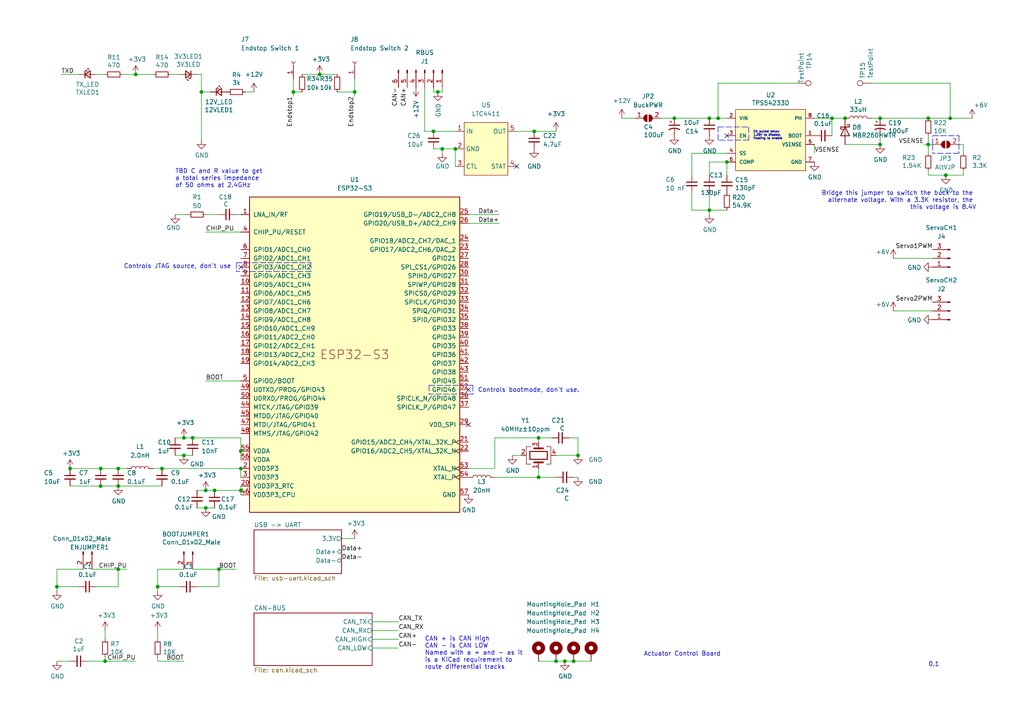
<source format=kicad_sch>
(kicad_sch (version 20211123) (generator eeschema)

  (uuid 7db990e4-92e1-4f99-b4d2-435bbec1ba83)

  (paper "A4")

  (lib_symbols
    (symbol "Connector:Conn_01x01_Female" (pin_names (offset 1.016) hide) (in_bom yes) (on_board yes)
      (property "Reference" "J" (id 0) (at 0 2.54 0)
        (effects (font (size 1.27 1.27)))
      )
      (property "Value" "Conn_01x01_Female" (id 1) (at 0 -2.54 0)
        (effects (font (size 1.27 1.27)))
      )
      (property "Footprint" "" (id 2) (at 0 0 0)
        (effects (font (size 1.27 1.27)) hide)
      )
      (property "Datasheet" "~" (id 3) (at 0 0 0)
        (effects (font (size 1.27 1.27)) hide)
      )
      (property "ki_keywords" "connector" (id 4) (at 0 0 0)
        (effects (font (size 1.27 1.27)) hide)
      )
      (property "ki_description" "Generic connector, single row, 01x01, script generated (kicad-library-utils/schlib/autogen/connector/)" (id 5) (at 0 0 0)
        (effects (font (size 1.27 1.27)) hide)
      )
      (property "ki_fp_filters" "Connector*:*" (id 6) (at 0 0 0)
        (effects (font (size 1.27 1.27)) hide)
      )
      (symbol "Conn_01x01_Female_1_1"
        (polyline
          (pts
            (xy -1.27 0)
            (xy -0.508 0)
          )
          (stroke (width 0.1524) (type default) (color 0 0 0 0))
          (fill (type none))
        )
        (arc (start 0 0.508) (mid -0.508 0) (end 0 -0.508)
          (stroke (width 0.1524) (type default) (color 0 0 0 0))
          (fill (type none))
        )
        (pin passive line (at -5.08 0 0) (length 3.81)
          (name "Pin_1" (effects (font (size 1.27 1.27))))
          (number "1" (effects (font (size 1.27 1.27))))
        )
      )
    )
    (symbol "Connector:Conn_01x02_Male" (pin_names (offset 1.016) hide) (in_bom yes) (on_board yes)
      (property "Reference" "J" (id 0) (at 0 2.54 0)
        (effects (font (size 1.27 1.27)))
      )
      (property "Value" "Conn_01x02_Male" (id 1) (at 0 -5.08 0)
        (effects (font (size 1.27 1.27)))
      )
      (property "Footprint" "" (id 2) (at 0 0 0)
        (effects (font (size 1.27 1.27)) hide)
      )
      (property "Datasheet" "~" (id 3) (at 0 0 0)
        (effects (font (size 1.27 1.27)) hide)
      )
      (property "ki_keywords" "connector" (id 4) (at 0 0 0)
        (effects (font (size 1.27 1.27)) hide)
      )
      (property "ki_description" "Generic connector, single row, 01x02, script generated (kicad-library-utils/schlib/autogen/connector/)" (id 5) (at 0 0 0)
        (effects (font (size 1.27 1.27)) hide)
      )
      (property "ki_fp_filters" "Connector*:*_1x??_*" (id 6) (at 0 0 0)
        (effects (font (size 1.27 1.27)) hide)
      )
      (symbol "Conn_01x02_Male_1_1"
        (polyline
          (pts
            (xy 1.27 -2.54)
            (xy 0.8636 -2.54)
          )
          (stroke (width 0.1524) (type default) (color 0 0 0 0))
          (fill (type none))
        )
        (polyline
          (pts
            (xy 1.27 0)
            (xy 0.8636 0)
          )
          (stroke (width 0.1524) (type default) (color 0 0 0 0))
          (fill (type none))
        )
        (rectangle (start 0.8636 -2.413) (end 0 -2.667)
          (stroke (width 0.1524) (type default) (color 0 0 0 0))
          (fill (type outline))
        )
        (rectangle (start 0.8636 0.127) (end 0 -0.127)
          (stroke (width 0.1524) (type default) (color 0 0 0 0))
          (fill (type outline))
        )
        (pin passive line (at 5.08 0 180) (length 3.81)
          (name "Pin_1" (effects (font (size 1.27 1.27))))
          (number "1" (effects (font (size 1.27 1.27))))
        )
        (pin passive line (at 5.08 -2.54 180) (length 3.81)
          (name "Pin_2" (effects (font (size 1.27 1.27))))
          (number "2" (effects (font (size 1.27 1.27))))
        )
      )
    )
    (symbol "Connector:Conn_01x03_Male" (pin_names (offset 1.016) hide) (in_bom yes) (on_board yes)
      (property "Reference" "J" (id 0) (at 0 5.08 0)
        (effects (font (size 1.27 1.27)))
      )
      (property "Value" "Conn_01x03_Male" (id 1) (at 0 -5.08 0)
        (effects (font (size 1.27 1.27)))
      )
      (property "Footprint" "" (id 2) (at 0 0 0)
        (effects (font (size 1.27 1.27)) hide)
      )
      (property "Datasheet" "~" (id 3) (at 0 0 0)
        (effects (font (size 1.27 1.27)) hide)
      )
      (property "ki_keywords" "connector" (id 4) (at 0 0 0)
        (effects (font (size 1.27 1.27)) hide)
      )
      (property "ki_description" "Generic connector, single row, 01x03, script generated (kicad-library-utils/schlib/autogen/connector/)" (id 5) (at 0 0 0)
        (effects (font (size 1.27 1.27)) hide)
      )
      (property "ki_fp_filters" "Connector*:*_1x??_*" (id 6) (at 0 0 0)
        (effects (font (size 1.27 1.27)) hide)
      )
      (symbol "Conn_01x03_Male_1_1"
        (polyline
          (pts
            (xy 1.27 -2.54)
            (xy 0.8636 -2.54)
          )
          (stroke (width 0.1524) (type default) (color 0 0 0 0))
          (fill (type none))
        )
        (polyline
          (pts
            (xy 1.27 0)
            (xy 0.8636 0)
          )
          (stroke (width 0.1524) (type default) (color 0 0 0 0))
          (fill (type none))
        )
        (polyline
          (pts
            (xy 1.27 2.54)
            (xy 0.8636 2.54)
          )
          (stroke (width 0.1524) (type default) (color 0 0 0 0))
          (fill (type none))
        )
        (rectangle (start 0.8636 -2.413) (end 0 -2.667)
          (stroke (width 0.1524) (type default) (color 0 0 0 0))
          (fill (type outline))
        )
        (rectangle (start 0.8636 0.127) (end 0 -0.127)
          (stroke (width 0.1524) (type default) (color 0 0 0 0))
          (fill (type outline))
        )
        (rectangle (start 0.8636 2.667) (end 0 2.413)
          (stroke (width 0.1524) (type default) (color 0 0 0 0))
          (fill (type outline))
        )
        (pin passive line (at 5.08 2.54 180) (length 3.81)
          (name "Pin_1" (effects (font (size 1.27 1.27))))
          (number "1" (effects (font (size 1.27 1.27))))
        )
        (pin passive line (at 5.08 0 180) (length 3.81)
          (name "Pin_2" (effects (font (size 1.27 1.27))))
          (number "2" (effects (font (size 1.27 1.27))))
        )
        (pin passive line (at 5.08 -2.54 180) (length 3.81)
          (name "Pin_3" (effects (font (size 1.27 1.27))))
          (number "3" (effects (font (size 1.27 1.27))))
        )
      )
    )
    (symbol "Connector:Conn_01x06_Male" (pin_names (offset 1.016) hide) (in_bom yes) (on_board yes)
      (property "Reference" "J" (id 0) (at 0 7.62 0)
        (effects (font (size 1.27 1.27)))
      )
      (property "Value" "Conn_01x06_Male" (id 1) (at 0 -10.16 0)
        (effects (font (size 1.27 1.27)))
      )
      (property "Footprint" "" (id 2) (at 0 0 0)
        (effects (font (size 1.27 1.27)) hide)
      )
      (property "Datasheet" "~" (id 3) (at 0 0 0)
        (effects (font (size 1.27 1.27)) hide)
      )
      (property "ki_keywords" "connector" (id 4) (at 0 0 0)
        (effects (font (size 1.27 1.27)) hide)
      )
      (property "ki_description" "Generic connector, single row, 01x06, script generated (kicad-library-utils/schlib/autogen/connector/)" (id 5) (at 0 0 0)
        (effects (font (size 1.27 1.27)) hide)
      )
      (property "ki_fp_filters" "Connector*:*_1x??_*" (id 6) (at 0 0 0)
        (effects (font (size 1.27 1.27)) hide)
      )
      (symbol "Conn_01x06_Male_1_1"
        (polyline
          (pts
            (xy 1.27 -7.62)
            (xy 0.8636 -7.62)
          )
          (stroke (width 0.1524) (type default) (color 0 0 0 0))
          (fill (type none))
        )
        (polyline
          (pts
            (xy 1.27 -5.08)
            (xy 0.8636 -5.08)
          )
          (stroke (width 0.1524) (type default) (color 0 0 0 0))
          (fill (type none))
        )
        (polyline
          (pts
            (xy 1.27 -2.54)
            (xy 0.8636 -2.54)
          )
          (stroke (width 0.1524) (type default) (color 0 0 0 0))
          (fill (type none))
        )
        (polyline
          (pts
            (xy 1.27 0)
            (xy 0.8636 0)
          )
          (stroke (width 0.1524) (type default) (color 0 0 0 0))
          (fill (type none))
        )
        (polyline
          (pts
            (xy 1.27 2.54)
            (xy 0.8636 2.54)
          )
          (stroke (width 0.1524) (type default) (color 0 0 0 0))
          (fill (type none))
        )
        (polyline
          (pts
            (xy 1.27 5.08)
            (xy 0.8636 5.08)
          )
          (stroke (width 0.1524) (type default) (color 0 0 0 0))
          (fill (type none))
        )
        (rectangle (start 0.8636 -7.493) (end 0 -7.747)
          (stroke (width 0.1524) (type default) (color 0 0 0 0))
          (fill (type outline))
        )
        (rectangle (start 0.8636 -4.953) (end 0 -5.207)
          (stroke (width 0.1524) (type default) (color 0 0 0 0))
          (fill (type outline))
        )
        (rectangle (start 0.8636 -2.413) (end 0 -2.667)
          (stroke (width 0.1524) (type default) (color 0 0 0 0))
          (fill (type outline))
        )
        (rectangle (start 0.8636 0.127) (end 0 -0.127)
          (stroke (width 0.1524) (type default) (color 0 0 0 0))
          (fill (type outline))
        )
        (rectangle (start 0.8636 2.667) (end 0 2.413)
          (stroke (width 0.1524) (type default) (color 0 0 0 0))
          (fill (type outline))
        )
        (rectangle (start 0.8636 5.207) (end 0 4.953)
          (stroke (width 0.1524) (type default) (color 0 0 0 0))
          (fill (type outline))
        )
        (pin passive line (at 5.08 5.08 180) (length 3.81)
          (name "Pin_1" (effects (font (size 1.27 1.27))))
          (number "1" (effects (font (size 1.27 1.27))))
        )
        (pin passive line (at 5.08 2.54 180) (length 3.81)
          (name "Pin_2" (effects (font (size 1.27 1.27))))
          (number "2" (effects (font (size 1.27 1.27))))
        )
        (pin passive line (at 5.08 0 180) (length 3.81)
          (name "Pin_3" (effects (font (size 1.27 1.27))))
          (number "3" (effects (font (size 1.27 1.27))))
        )
        (pin passive line (at 5.08 -2.54 180) (length 3.81)
          (name "Pin_4" (effects (font (size 1.27 1.27))))
          (number "4" (effects (font (size 1.27 1.27))))
        )
        (pin passive line (at 5.08 -5.08 180) (length 3.81)
          (name "Pin_5" (effects (font (size 1.27 1.27))))
          (number "5" (effects (font (size 1.27 1.27))))
        )
        (pin passive line (at 5.08 -7.62 180) (length 3.81)
          (name "Pin_6" (effects (font (size 1.27 1.27))))
          (number "6" (effects (font (size 1.27 1.27))))
        )
      )
    )
    (symbol "Connector:TestPoint" (pin_numbers hide) (pin_names (offset 0.762) hide) (in_bom yes) (on_board yes)
      (property "Reference" "TP" (id 0) (at 0 6.858 0)
        (effects (font (size 1.27 1.27)))
      )
      (property "Value" "TestPoint" (id 1) (at 0 5.08 0)
        (effects (font (size 1.27 1.27)))
      )
      (property "Footprint" "" (id 2) (at 5.08 0 0)
        (effects (font (size 1.27 1.27)) hide)
      )
      (property "Datasheet" "~" (id 3) (at 5.08 0 0)
        (effects (font (size 1.27 1.27)) hide)
      )
      (property "ki_keywords" "test point tp" (id 4) (at 0 0 0)
        (effects (font (size 1.27 1.27)) hide)
      )
      (property "ki_description" "test point" (id 5) (at 0 0 0)
        (effects (font (size 1.27 1.27)) hide)
      )
      (property "ki_fp_filters" "Pin* Test*" (id 6) (at 0 0 0)
        (effects (font (size 1.27 1.27)) hide)
      )
      (symbol "TestPoint_0_1"
        (circle (center 0 3.302) (radius 0.762)
          (stroke (width 0) (type default) (color 0 0 0 0))
          (fill (type none))
        )
      )
      (symbol "TestPoint_1_1"
        (pin passive line (at 0 0 90) (length 2.54)
          (name "1" (effects (font (size 1.27 1.27))))
          (number "1" (effects (font (size 1.27 1.27))))
        )
      )
    )
    (symbol "Device:CP1_Small" (pin_numbers hide) (pin_names (offset 0.254) hide) (in_bom yes) (on_board yes)
      (property "Reference" "C" (id 0) (at 0.254 1.778 0)
        (effects (font (size 1.27 1.27)) (justify left))
      )
      (property "Value" "Device_CP1_Small" (id 1) (at 0.254 -2.032 0)
        (effects (font (size 1.27 1.27)) (justify left))
      )
      (property "Footprint" "" (id 2) (at 0 0 0)
        (effects (font (size 1.27 1.27)) hide)
      )
      (property "Datasheet" "" (id 3) (at 0 0 0)
        (effects (font (size 1.27 1.27)) hide)
      )
      (property "ki_fp_filters" "CP_*" (id 4) (at 0 0 0)
        (effects (font (size 1.27 1.27)) hide)
      )
      (symbol "CP1_Small_0_1"
        (polyline
          (pts
            (xy -1.524 0.508)
            (xy 1.524 0.508)
          )
          (stroke (width 0.3048) (type default) (color 0 0 0 0))
          (fill (type none))
        )
        (polyline
          (pts
            (xy -1.27 1.524)
            (xy -0.762 1.524)
          )
          (stroke (width 0) (type default) (color 0 0 0 0))
          (fill (type none))
        )
        (polyline
          (pts
            (xy -1.016 1.27)
            (xy -1.016 1.778)
          )
          (stroke (width 0) (type default) (color 0 0 0 0))
          (fill (type none))
        )
        (arc (start 1.524 -0.762) (mid 0 -0.3734) (end -1.524 -0.762)
          (stroke (width 0.3048) (type default) (color 0 0 0 0))
          (fill (type none))
        )
      )
      (symbol "CP1_Small_1_1"
        (pin passive line (at 0 2.54 270) (length 2.032)
          (name "~" (effects (font (size 1.27 1.27))))
          (number "1" (effects (font (size 1.27 1.27))))
        )
        (pin passive line (at 0 -2.54 90) (length 2.032)
          (name "~" (effects (font (size 1.27 1.27))))
          (number "2" (effects (font (size 1.27 1.27))))
        )
      )
    )
    (symbol "Device:C_Small" (pin_numbers hide) (pin_names (offset 0.254) hide) (in_bom yes) (on_board yes)
      (property "Reference" "C" (id 0) (at 0.254 1.778 0)
        (effects (font (size 1.27 1.27)) (justify left))
      )
      (property "Value" "C_Small" (id 1) (at 0.254 -2.032 0)
        (effects (font (size 1.27 1.27)) (justify left))
      )
      (property "Footprint" "" (id 2) (at 0 0 0)
        (effects (font (size 1.27 1.27)) hide)
      )
      (property "Datasheet" "~" (id 3) (at 0 0 0)
        (effects (font (size 1.27 1.27)) hide)
      )
      (property "ki_keywords" "capacitor cap" (id 4) (at 0 0 0)
        (effects (font (size 1.27 1.27)) hide)
      )
      (property "ki_description" "Unpolarized capacitor, small symbol" (id 5) (at 0 0 0)
        (effects (font (size 1.27 1.27)) hide)
      )
      (property "ki_fp_filters" "C_*" (id 6) (at 0 0 0)
        (effects (font (size 1.27 1.27)) hide)
      )
      (symbol "C_Small_0_1"
        (polyline
          (pts
            (xy -1.524 -0.508)
            (xy 1.524 -0.508)
          )
          (stroke (width 0.3302) (type default) (color 0 0 0 0))
          (fill (type none))
        )
        (polyline
          (pts
            (xy -1.524 0.508)
            (xy 1.524 0.508)
          )
          (stroke (width 0.3048) (type default) (color 0 0 0 0))
          (fill (type none))
        )
      )
      (symbol "C_Small_1_1"
        (pin passive line (at 0 2.54 270) (length 2.032)
          (name "~" (effects (font (size 1.27 1.27))))
          (number "1" (effects (font (size 1.27 1.27))))
        )
        (pin passive line (at 0 -2.54 90) (length 2.032)
          (name "~" (effects (font (size 1.27 1.27))))
          (number "2" (effects (font (size 1.27 1.27))))
        )
      )
    )
    (symbol "Device:Crystal_GND24" (pin_names (offset 1.016) hide) (in_bom yes) (on_board yes)
      (property "Reference" "Y" (id 0) (at 3.175 5.08 0)
        (effects (font (size 1.27 1.27)) (justify left))
      )
      (property "Value" "Crystal_GND24" (id 1) (at 3.175 3.175 0)
        (effects (font (size 1.27 1.27)) (justify left))
      )
      (property "Footprint" "" (id 2) (at 0 0 0)
        (effects (font (size 1.27 1.27)) hide)
      )
      (property "Datasheet" "~" (id 3) (at 0 0 0)
        (effects (font (size 1.27 1.27)) hide)
      )
      (property "ki_keywords" "quartz ceramic resonator oscillator" (id 4) (at 0 0 0)
        (effects (font (size 1.27 1.27)) hide)
      )
      (property "ki_description" "Four pin crystal, GND on pins 2 and 4" (id 5) (at 0 0 0)
        (effects (font (size 1.27 1.27)) hide)
      )
      (property "ki_fp_filters" "Crystal*" (id 6) (at 0 0 0)
        (effects (font (size 1.27 1.27)) hide)
      )
      (symbol "Crystal_GND24_0_1"
        (rectangle (start -1.143 2.54) (end 1.143 -2.54)
          (stroke (width 0.3048) (type default) (color 0 0 0 0))
          (fill (type none))
        )
        (polyline
          (pts
            (xy -2.54 0)
            (xy -2.032 0)
          )
          (stroke (width 0) (type default) (color 0 0 0 0))
          (fill (type none))
        )
        (polyline
          (pts
            (xy -2.032 -1.27)
            (xy -2.032 1.27)
          )
          (stroke (width 0.508) (type default) (color 0 0 0 0))
          (fill (type none))
        )
        (polyline
          (pts
            (xy 0 -3.81)
            (xy 0 -3.556)
          )
          (stroke (width 0) (type default) (color 0 0 0 0))
          (fill (type none))
        )
        (polyline
          (pts
            (xy 0 3.556)
            (xy 0 3.81)
          )
          (stroke (width 0) (type default) (color 0 0 0 0))
          (fill (type none))
        )
        (polyline
          (pts
            (xy 2.032 -1.27)
            (xy 2.032 1.27)
          )
          (stroke (width 0.508) (type default) (color 0 0 0 0))
          (fill (type none))
        )
        (polyline
          (pts
            (xy 2.032 0)
            (xy 2.54 0)
          )
          (stroke (width 0) (type default) (color 0 0 0 0))
          (fill (type none))
        )
        (polyline
          (pts
            (xy -2.54 -2.286)
            (xy -2.54 -3.556)
            (xy 2.54 -3.556)
            (xy 2.54 -2.286)
          )
          (stroke (width 0) (type default) (color 0 0 0 0))
          (fill (type none))
        )
        (polyline
          (pts
            (xy -2.54 2.286)
            (xy -2.54 3.556)
            (xy 2.54 3.556)
            (xy 2.54 2.286)
          )
          (stroke (width 0) (type default) (color 0 0 0 0))
          (fill (type none))
        )
      )
      (symbol "Crystal_GND24_1_1"
        (pin passive line (at -3.81 0 0) (length 1.27)
          (name "1" (effects (font (size 1.27 1.27))))
          (number "1" (effects (font (size 1.27 1.27))))
        )
        (pin passive line (at 0 5.08 270) (length 1.27)
          (name "2" (effects (font (size 1.27 1.27))))
          (number "2" (effects (font (size 1.27 1.27))))
        )
        (pin passive line (at 3.81 0 180) (length 1.27)
          (name "3" (effects (font (size 1.27 1.27))))
          (number "3" (effects (font (size 1.27 1.27))))
        )
        (pin passive line (at 0 -5.08 90) (length 1.27)
          (name "4" (effects (font (size 1.27 1.27))))
          (number "4" (effects (font (size 1.27 1.27))))
        )
      )
    )
    (symbol "Device:L" (pin_numbers hide) (pin_names (offset 1.016) hide) (in_bom yes) (on_board yes)
      (property "Reference" "L" (id 0) (at -1.27 0 90)
        (effects (font (size 1.27 1.27)))
      )
      (property "Value" "L" (id 1) (at 1.905 0 90)
        (effects (font (size 1.27 1.27)))
      )
      (property "Footprint" "" (id 2) (at 0 0 0)
        (effects (font (size 1.27 1.27)) hide)
      )
      (property "Datasheet" "~" (id 3) (at 0 0 0)
        (effects (font (size 1.27 1.27)) hide)
      )
      (property "ki_keywords" "inductor choke coil reactor magnetic" (id 4) (at 0 0 0)
        (effects (font (size 1.27 1.27)) hide)
      )
      (property "ki_description" "Inductor" (id 5) (at 0 0 0)
        (effects (font (size 1.27 1.27)) hide)
      )
      (property "ki_fp_filters" "Choke_* *Coil* Inductor_* L_*" (id 6) (at 0 0 0)
        (effects (font (size 1.27 1.27)) hide)
      )
      (symbol "L_0_1"
        (arc (start 0 -2.54) (mid 0.635 -1.905) (end 0 -1.27)
          (stroke (width 0) (type default) (color 0 0 0 0))
          (fill (type none))
        )
        (arc (start 0 -1.27) (mid 0.635 -0.635) (end 0 0)
          (stroke (width 0) (type default) (color 0 0 0 0))
          (fill (type none))
        )
        (arc (start 0 0) (mid 0.635 0.635) (end 0 1.27)
          (stroke (width 0) (type default) (color 0 0 0 0))
          (fill (type none))
        )
        (arc (start 0 1.27) (mid 0.635 1.905) (end 0 2.54)
          (stroke (width 0) (type default) (color 0 0 0 0))
          (fill (type none))
        )
      )
      (symbol "L_1_1"
        (pin passive line (at 0 3.81 270) (length 1.27)
          (name "1" (effects (font (size 1.27 1.27))))
          (number "1" (effects (font (size 1.27 1.27))))
        )
        (pin passive line (at 0 -3.81 90) (length 1.27)
          (name "2" (effects (font (size 1.27 1.27))))
          (number "2" (effects (font (size 1.27 1.27))))
        )
      )
    )
    (symbol "Device:LED_Small" (pin_numbers hide) (pin_names (offset 0.254) hide) (in_bom yes) (on_board yes)
      (property "Reference" "D" (id 0) (at -1.27 3.175 0)
        (effects (font (size 1.27 1.27)) (justify left))
      )
      (property "Value" "LED_Small" (id 1) (at -4.445 -2.54 0)
        (effects (font (size 1.27 1.27)) (justify left))
      )
      (property "Footprint" "" (id 2) (at 0 0 90)
        (effects (font (size 1.27 1.27)) hide)
      )
      (property "Datasheet" "~" (id 3) (at 0 0 90)
        (effects (font (size 1.27 1.27)) hide)
      )
      (property "ki_keywords" "LED diode light-emitting-diode" (id 4) (at 0 0 0)
        (effects (font (size 1.27 1.27)) hide)
      )
      (property "ki_description" "Light emitting diode, small symbol" (id 5) (at 0 0 0)
        (effects (font (size 1.27 1.27)) hide)
      )
      (property "ki_fp_filters" "LED* LED_SMD:* LED_THT:*" (id 6) (at 0 0 0)
        (effects (font (size 1.27 1.27)) hide)
      )
      (symbol "LED_Small_0_1"
        (polyline
          (pts
            (xy -0.762 -1.016)
            (xy -0.762 1.016)
          )
          (stroke (width 0.254) (type default) (color 0 0 0 0))
          (fill (type none))
        )
        (polyline
          (pts
            (xy 1.016 0)
            (xy -0.762 0)
          )
          (stroke (width 0) (type default) (color 0 0 0 0))
          (fill (type none))
        )
        (polyline
          (pts
            (xy 0.762 -1.016)
            (xy -0.762 0)
            (xy 0.762 1.016)
            (xy 0.762 -1.016)
          )
          (stroke (width 0.254) (type default) (color 0 0 0 0))
          (fill (type none))
        )
        (polyline
          (pts
            (xy 0 0.762)
            (xy -0.508 1.27)
            (xy -0.254 1.27)
            (xy -0.508 1.27)
            (xy -0.508 1.016)
          )
          (stroke (width 0) (type default) (color 0 0 0 0))
          (fill (type none))
        )
        (polyline
          (pts
            (xy 0.508 1.27)
            (xy 0 1.778)
            (xy 0.254 1.778)
            (xy 0 1.778)
            (xy 0 1.524)
          )
          (stroke (width 0) (type default) (color 0 0 0 0))
          (fill (type none))
        )
      )
      (symbol "LED_Small_1_1"
        (pin passive line (at -2.54 0 0) (length 1.778)
          (name "K" (effects (font (size 1.27 1.27))))
          (number "1" (effects (font (size 1.27 1.27))))
        )
        (pin passive line (at 2.54 0 180) (length 1.778)
          (name "A" (effects (font (size 1.27 1.27))))
          (number "2" (effects (font (size 1.27 1.27))))
        )
      )
    )
    (symbol "Device:R_Small" (pin_numbers hide) (pin_names (offset 0.254) hide) (in_bom yes) (on_board yes)
      (property "Reference" "R" (id 0) (at 0.762 0.508 0)
        (effects (font (size 1.27 1.27)) (justify left))
      )
      (property "Value" "R_Small" (id 1) (at 0.762 -1.016 0)
        (effects (font (size 1.27 1.27)) (justify left))
      )
      (property "Footprint" "" (id 2) (at 0 0 0)
        (effects (font (size 1.27 1.27)) hide)
      )
      (property "Datasheet" "~" (id 3) (at 0 0 0)
        (effects (font (size 1.27 1.27)) hide)
      )
      (property "ki_keywords" "R resistor" (id 4) (at 0 0 0)
        (effects (font (size 1.27 1.27)) hide)
      )
      (property "ki_description" "Resistor, small symbol" (id 5) (at 0 0 0)
        (effects (font (size 1.27 1.27)) hide)
      )
      (property "ki_fp_filters" "R_*" (id 6) (at 0 0 0)
        (effects (font (size 1.27 1.27)) hide)
      )
      (symbol "R_Small_0_1"
        (rectangle (start -0.762 1.778) (end 0.762 -1.778)
          (stroke (width 0.2032) (type default) (color 0 0 0 0))
          (fill (type none))
        )
      )
      (symbol "R_Small_1_1"
        (pin passive line (at 0 2.54 270) (length 0.762)
          (name "~" (effects (font (size 1.27 1.27))))
          (number "1" (effects (font (size 1.27 1.27))))
        )
        (pin passive line (at 0 -2.54 90) (length 0.762)
          (name "~" (effects (font (size 1.27 1.27))))
          (number "2" (effects (font (size 1.27 1.27))))
        )
      )
    )
    (symbol "Diode:B340" (pin_numbers hide) (pin_names (offset 1.016) hide) (in_bom yes) (on_board yes)
      (property "Reference" "D" (id 0) (at 0 2.54 0)
        (effects (font (size 1.27 1.27)))
      )
      (property "Value" "B340" (id 1) (at 0 -2.54 0)
        (effects (font (size 1.27 1.27)))
      )
      (property "Footprint" "Diode_SMD:D_SMC" (id 2) (at 0 -4.445 0)
        (effects (font (size 1.27 1.27)) hide)
      )
      (property "Datasheet" "http://www.jameco.com/Jameco/Products/ProdDS/1538777.pdf" (id 3) (at 0 0 0)
        (effects (font (size 1.27 1.27)) hide)
      )
      (property "ki_keywords" "diode Schottky" (id 4) (at 0 0 0)
        (effects (font (size 1.27 1.27)) hide)
      )
      (property "ki_description" "40V 3A Schottky Barrier Rectifier Diode, SMC" (id 5) (at 0 0 0)
        (effects (font (size 1.27 1.27)) hide)
      )
      (property "ki_fp_filters" "D*SMC*" (id 6) (at 0 0 0)
        (effects (font (size 1.27 1.27)) hide)
      )
      (symbol "B340_0_1"
        (polyline
          (pts
            (xy 1.27 0)
            (xy -1.27 0)
          )
          (stroke (width 0) (type default) (color 0 0 0 0))
          (fill (type none))
        )
        (polyline
          (pts
            (xy 1.27 1.27)
            (xy 1.27 -1.27)
            (xy -1.27 0)
            (xy 1.27 1.27)
          )
          (stroke (width 0.254) (type default) (color 0 0 0 0))
          (fill (type none))
        )
        (polyline
          (pts
            (xy -1.905 0.635)
            (xy -1.905 1.27)
            (xy -1.27 1.27)
            (xy -1.27 -1.27)
            (xy -0.635 -1.27)
            (xy -0.635 -0.635)
          )
          (stroke (width 0.254) (type default) (color 0 0 0 0))
          (fill (type none))
        )
      )
      (symbol "B340_1_1"
        (pin passive line (at -3.81 0 0) (length 2.54)
          (name "K" (effects (font (size 1.27 1.27))))
          (number "1" (effects (font (size 1.27 1.27))))
        )
        (pin passive line (at 3.81 0 180) (length 2.54)
          (name "A" (effects (font (size 1.27 1.27))))
          (number "2" (effects (font (size 1.27 1.27))))
        )
      )
    )
    (symbol "Espressif:ESP32-S3" (pin_names (offset 1.016)) (in_bom yes) (on_board yes)
      (property "Reference" "U" (id 0) (at 0 48.26 0)
        (effects (font (size 1.27 1.27)))
      )
      (property "Value" "ESP32-S3" (id 1) (at 0 -48.26 0)
        (effects (font (size 1.27 1.27)))
      )
      (property "Footprint" "Package_DFN_QFN:QFN-56-1EP_7x7mm_P0.4mm_EP5.6x5.6mm" (id 2) (at 0 -50.8 0)
        (effects (font (size 1.27 1.27)) hide)
      )
      (property "Datasheet" "https://www.espressif.com/sites/default/files/documentation/esp32-s3_datasheet_en.pdf" (id 3) (at 0 -53.34 0)
        (effects (font (size 1.27 1.27)) hide)
      )
      (property "ki_description" "ESP32-S3 is a low-power MCU-based system-on-chip (SoC) that supports 2.4 GHz Wi-Fi and Bluetooth® Low Energy (Bluetooth LE). It consists of high-performance dual-core microprocessor (Xtensa® 32-bit LX7), a low power coprocessor, a Wi-Fi baseband, a Bluetooth LE baseband, RF module, and peripherals." (id 4) (at 0 0 0)
        (effects (font (size 1.27 1.27)) hide)
      )
      (symbol "ESP32-S3_0_0"
        (text "ESP32-S3" (at 0 0 0)
          (effects (font (size 2.54 2.54)))
        )
        (pin bidirectional line (at 33.02 -12.7 180) (length 2.54)
          (name "SPICLK_N/GPIO48" (effects (font (size 1.27 1.27))))
          (number "36" (effects (font (size 1.27 1.27))))
        )
        (pin bidirectional line (at 33.02 -15.24 180) (length 2.54)
          (name "SPICLK_P/GPIO47" (effects (font (size 1.27 1.27))))
          (number "37" (effects (font (size 1.27 1.27))))
        )
      )
      (symbol "ESP32-S3_0_1"
        (rectangle (start -30.48 45.72) (end 30.48 -45.72)
          (stroke (width 0.254) (type default) (color 0 0 0 0))
          (fill (type background))
        )
      )
      (symbol "ESP32-S3_1_1"
        (pin bidirectional line (at -33.02 40.64 0) (length 2.54)
          (name "LNA_IN/RF" (effects (font (size 1.27 1.27))))
          (number "1" (effects (font (size 1.27 1.27))))
        )
        (pin bidirectional line (at -33.02 20.32 0) (length 2.54)
          (name "GPIO5/ADC1_CH4" (effects (font (size 1.27 1.27))))
          (number "10" (effects (font (size 1.27 1.27))))
        )
        (pin bidirectional line (at -33.02 17.78 0) (length 2.54)
          (name "GPIO6/ADC1_CH5" (effects (font (size 1.27 1.27))))
          (number "11" (effects (font (size 1.27 1.27))))
        )
        (pin bidirectional line (at -33.02 15.24 0) (length 2.54)
          (name "GPIO7/ADC1_CH6" (effects (font (size 1.27 1.27))))
          (number "12" (effects (font (size 1.27 1.27))))
        )
        (pin bidirectional line (at -33.02 12.7 0) (length 2.54)
          (name "GPIO8/ADC1_CH7" (effects (font (size 1.27 1.27))))
          (number "13" (effects (font (size 1.27 1.27))))
        )
        (pin bidirectional line (at -33.02 10.16 0) (length 2.54)
          (name "GPIO9/ADC1_CH8" (effects (font (size 1.27 1.27))))
          (number "14" (effects (font (size 1.27 1.27))))
        )
        (pin bidirectional line (at -33.02 7.62 0) (length 2.54)
          (name "GPIO10/ADC1_CH9" (effects (font (size 1.27 1.27))))
          (number "15" (effects (font (size 1.27 1.27))))
        )
        (pin bidirectional line (at -33.02 5.08 0) (length 2.54)
          (name "GPIO11/ADC2_CH0" (effects (font (size 1.27 1.27))))
          (number "16" (effects (font (size 1.27 1.27))))
        )
        (pin bidirectional line (at -33.02 2.54 0) (length 2.54)
          (name "GPIO12/ADC2_CH1" (effects (font (size 1.27 1.27))))
          (number "17" (effects (font (size 1.27 1.27))))
        )
        (pin bidirectional line (at -33.02 0 0) (length 2.54)
          (name "GPIO13/ADC2_CH2" (effects (font (size 1.27 1.27))))
          (number "18" (effects (font (size 1.27 1.27))))
        )
        (pin bidirectional line (at -33.02 -2.54 0) (length 2.54)
          (name "GPIO14/ADC2_CH3" (effects (font (size 1.27 1.27))))
          (number "19" (effects (font (size 1.27 1.27))))
        )
        (pin power_in line (at -33.02 -33.02 0) (length 2.54)
          (name "VDD3P3" (effects (font (size 1.27 1.27))))
          (number "2" (effects (font (size 1.27 1.27))))
        )
        (pin power_in line (at -33.02 -38.1 0) (length 2.54)
          (name "VDD3P3_RTC" (effects (font (size 1.27 1.27))))
          (number "20" (effects (font (size 1.27 1.27))))
        )
        (pin input clock (at 33.02 -25.4 180) (length 2.54)
          (name "GPIO15/ADC2_CH4/XTAL_32K_P" (effects (font (size 1.27 1.27))))
          (number "21" (effects (font (size 1.27 1.27))))
        )
        (pin output clock (at 33.02 -27.94 180) (length 2.54)
          (name "GPIO16/ADC2_CH5/XTAL_32K_N" (effects (font (size 1.27 1.27))))
          (number "22" (effects (font (size 1.27 1.27))))
        )
        (pin bidirectional line (at 33.02 30.48 180) (length 2.54)
          (name "GPIO17/ADC2_CH6/DAC_2" (effects (font (size 1.27 1.27))))
          (number "23" (effects (font (size 1.27 1.27))))
        )
        (pin bidirectional line (at 33.02 33.02 180) (length 2.54)
          (name "GPIO18/ADC2_CH7/DAC_1" (effects (font (size 1.27 1.27))))
          (number "24" (effects (font (size 1.27 1.27))))
        )
        (pin bidirectional line (at 33.02 40.64 180) (length 2.54)
          (name "GPIO19/USB_D-/ADC2_CH8" (effects (font (size 1.27 1.27))))
          (number "25" (effects (font (size 1.27 1.27))))
        )
        (pin bidirectional line (at 33.02 38.1 180) (length 2.54)
          (name "GPIO20/USB_D+/ADC2_CH9" (effects (font (size 1.27 1.27))))
          (number "26" (effects (font (size 1.27 1.27))))
        )
        (pin bidirectional line (at 33.02 27.94 180) (length 2.54)
          (name "GPIO21" (effects (font (size 1.27 1.27))))
          (number "27" (effects (font (size 1.27 1.27))))
        )
        (pin bidirectional line (at 33.02 25.4 180) (length 2.54)
          (name "SPI_CS1/GPIO26" (effects (font (size 1.27 1.27))))
          (number "28" (effects (font (size 1.27 1.27))))
        )
        (pin power_out line (at 33.02 -20.32 180) (length 2.54)
          (name "VDD_SPI" (effects (font (size 1.27 1.27))))
          (number "29" (effects (font (size 1.27 1.27))))
        )
        (pin power_in line (at -33.02 -35.56 0) (length 2.54)
          (name "VDD3P3" (effects (font (size 1.27 1.27))))
          (number "3" (effects (font (size 1.27 1.27))))
        )
        (pin bidirectional line (at 33.02 22.86 180) (length 2.54)
          (name "SPIHD/GPIO27" (effects (font (size 1.27 1.27))))
          (number "30" (effects (font (size 1.27 1.27))))
        )
        (pin bidirectional line (at 33.02 20.32 180) (length 2.54)
          (name "SPIWP/GPIO28" (effects (font (size 1.27 1.27))))
          (number "31" (effects (font (size 1.27 1.27))))
        )
        (pin bidirectional line (at 33.02 17.78 180) (length 2.54)
          (name "SPICS0/GPIO29" (effects (font (size 1.27 1.27))))
          (number "32" (effects (font (size 1.27 1.27))))
        )
        (pin bidirectional line (at 33.02 15.24 180) (length 2.54)
          (name "SPICLK/GPIO30" (effects (font (size 1.27 1.27))))
          (number "33" (effects (font (size 1.27 1.27))))
        )
        (pin bidirectional line (at 33.02 12.7 180) (length 2.54)
          (name "SPIQ/GPIO31" (effects (font (size 1.27 1.27))))
          (number "34" (effects (font (size 1.27 1.27))))
        )
        (pin bidirectional line (at 33.02 10.16 180) (length 2.54)
          (name "SPID/GPIO32" (effects (font (size 1.27 1.27))))
          (number "35" (effects (font (size 1.27 1.27))))
        )
        (pin bidirectional line (at 33.02 7.62 180) (length 2.54)
          (name "GPIO33" (effects (font (size 1.27 1.27))))
          (number "38" (effects (font (size 1.27 1.27))))
        )
        (pin bidirectional line (at 33.02 5.08 180) (length 2.54)
          (name "GPIO34" (effects (font (size 1.27 1.27))))
          (number "39" (effects (font (size 1.27 1.27))))
        )
        (pin input line (at -33.02 35.56 0) (length 2.54)
          (name "CHIP_PU/RESET" (effects (font (size 1.27 1.27))))
          (number "4" (effects (font (size 1.27 1.27))))
        )
        (pin bidirectional line (at 33.02 2.54 180) (length 2.54)
          (name "GPIO35" (effects (font (size 1.27 1.27))))
          (number "40" (effects (font (size 1.27 1.27))))
        )
        (pin bidirectional line (at 33.02 0 180) (length 2.54)
          (name "GPIO36" (effects (font (size 1.27 1.27))))
          (number "41" (effects (font (size 1.27 1.27))))
        )
        (pin bidirectional line (at 33.02 -2.54 180) (length 2.54)
          (name "GPIO37" (effects (font (size 1.27 1.27))))
          (number "42" (effects (font (size 1.27 1.27))))
        )
        (pin bidirectional line (at 33.02 -5.08 180) (length 2.54)
          (name "GPIO38" (effects (font (size 1.27 1.27))))
          (number "43" (effects (font (size 1.27 1.27))))
        )
        (pin bidirectional line (at -33.02 -15.24 0) (length 2.54)
          (name "MTCK/JTAG/GPIO39" (effects (font (size 1.27 1.27))))
          (number "44" (effects (font (size 1.27 1.27))))
        )
        (pin bidirectional line (at -33.02 -17.78 0) (length 2.54)
          (name "MTDO/JTAG/GPIO40" (effects (font (size 1.27 1.27))))
          (number "45" (effects (font (size 1.27 1.27))))
        )
        (pin power_in line (at -33.02 -40.64 0) (length 2.54)
          (name "VDD3P3_CPU" (effects (font (size 1.27 1.27))))
          (number "46" (effects (font (size 1.27 1.27))))
        )
        (pin bidirectional line (at -33.02 -20.32 0) (length 2.54)
          (name "MTDI/JTAG/GPIO41" (effects (font (size 1.27 1.27))))
          (number "47" (effects (font (size 1.27 1.27))))
        )
        (pin bidirectional line (at -33.02 -22.86 0) (length 2.54)
          (name "MTMS/JTAG/GPIO42" (effects (font (size 1.27 1.27))))
          (number "48" (effects (font (size 1.27 1.27))))
        )
        (pin bidirectional line (at -33.02 -10.16 0) (length 2.54)
          (name "U0TXD/PROG/GPIO43" (effects (font (size 1.27 1.27))))
          (number "49" (effects (font (size 1.27 1.27))))
        )
        (pin bidirectional line (at -33.02 -7.62 0) (length 2.54)
          (name "GPIO0/BOOT" (effects (font (size 1.27 1.27))))
          (number "5" (effects (font (size 1.27 1.27))))
        )
        (pin bidirectional line (at -33.02 -12.7 0) (length 2.54)
          (name "U0RXD/PROG/GPIO44" (effects (font (size 1.27 1.27))))
          (number "50" (effects (font (size 1.27 1.27))))
        )
        (pin bidirectional line (at 33.02 -7.62 180) (length 2.54)
          (name "GPIO45" (effects (font (size 1.27 1.27))))
          (number "51" (effects (font (size 1.27 1.27))))
        )
        (pin bidirectional line (at 33.02 -10.16 180) (length 2.54)
          (name "GPIO46" (effects (font (size 1.27 1.27))))
          (number "52" (effects (font (size 1.27 1.27))))
        )
        (pin input clock (at 33.02 -33.02 180) (length 2.54)
          (name "XTAL_N" (effects (font (size 1.27 1.27))))
          (number "53" (effects (font (size 1.27 1.27))))
        )
        (pin output clock (at 33.02 -35.56 180) (length 2.54)
          (name "XTAL_P" (effects (font (size 1.27 1.27))))
          (number "54" (effects (font (size 1.27 1.27))))
        )
        (pin power_in line (at -33.02 -27.94 0) (length 2.54)
          (name "VDDA" (effects (font (size 1.27 1.27))))
          (number "55" (effects (font (size 1.27 1.27))))
        )
        (pin power_in line (at -33.02 -30.48 0) (length 2.54)
          (name "VDDA" (effects (font (size 1.27 1.27))))
          (number "56" (effects (font (size 1.27 1.27))))
        )
        (pin power_in line (at 33.02 -40.64 180) (length 2.54)
          (name "GND" (effects (font (size 1.27 1.27))))
          (number "57" (effects (font (size 1.27 1.27))))
        )
        (pin bidirectional line (at -33.02 30.48 0) (length 2.54)
          (name "GPIO1/ADC1_CH0" (effects (font (size 1.27 1.27))))
          (number "6" (effects (font (size 1.27 1.27))))
        )
        (pin bidirectional line (at -33.02 27.94 0) (length 2.54)
          (name "GPIO2/ADC1_CH1" (effects (font (size 1.27 1.27))))
          (number "7" (effects (font (size 1.27 1.27))))
        )
        (pin bidirectional line (at -33.02 25.4 0) (length 2.54)
          (name "GPIO3/ADC1_CH2" (effects (font (size 1.27 1.27))))
          (number "8" (effects (font (size 1.27 1.27))))
        )
        (pin bidirectional line (at -33.02 22.86 0) (length 2.54)
          (name "GPIO4/ADC1_CH3" (effects (font (size 1.27 1.27))))
          (number "9" (effects (font (size 1.27 1.27))))
        )
      )
    )
    (symbol "Jumper:SolderJumper_2_Open" (pin_names (offset 0) hide) (in_bom yes) (on_board yes)
      (property "Reference" "JP" (id 0) (at 0 2.032 0)
        (effects (font (size 1.27 1.27)))
      )
      (property "Value" "SolderJumper_2_Open" (id 1) (at 0 -2.54 0)
        (effects (font (size 1.27 1.27)))
      )
      (property "Footprint" "" (id 2) (at 0 0 0)
        (effects (font (size 1.27 1.27)) hide)
      )
      (property "Datasheet" "~" (id 3) (at 0 0 0)
        (effects (font (size 1.27 1.27)) hide)
      )
      (property "ki_keywords" "solder jumper SPST" (id 4) (at 0 0 0)
        (effects (font (size 1.27 1.27)) hide)
      )
      (property "ki_description" "Solder Jumper, 2-pole, open" (id 5) (at 0 0 0)
        (effects (font (size 1.27 1.27)) hide)
      )
      (property "ki_fp_filters" "SolderJumper*Open*" (id 6) (at 0 0 0)
        (effects (font (size 1.27 1.27)) hide)
      )
      (symbol "SolderJumper_2_Open_0_1"
        (arc (start -0.254 1.016) (mid -1.27 0) (end -0.254 -1.016)
          (stroke (width 0) (type default) (color 0 0 0 0))
          (fill (type none))
        )
        (arc (start -0.254 1.016) (mid -1.27 0) (end -0.254 -1.016)
          (stroke (width 0) (type default) (color 0 0 0 0))
          (fill (type outline))
        )
        (polyline
          (pts
            (xy -0.254 1.016)
            (xy -0.254 -1.016)
          )
          (stroke (width 0) (type default) (color 0 0 0 0))
          (fill (type none))
        )
        (polyline
          (pts
            (xy 0.254 1.016)
            (xy 0.254 -1.016)
          )
          (stroke (width 0) (type default) (color 0 0 0 0))
          (fill (type none))
        )
        (arc (start 0.254 -1.016) (mid 1.27 0) (end 0.254 1.016)
          (stroke (width 0) (type default) (color 0 0 0 0))
          (fill (type none))
        )
        (arc (start 0.254 -1.016) (mid 1.27 0) (end 0.254 1.016)
          (stroke (width 0) (type default) (color 0 0 0 0))
          (fill (type outline))
        )
      )
      (symbol "SolderJumper_2_Open_1_1"
        (pin passive line (at -3.81 0 0) (length 2.54)
          (name "A" (effects (font (size 1.27 1.27))))
          (number "1" (effects (font (size 1.27 1.27))))
        )
        (pin passive line (at 3.81 0 180) (length 2.54)
          (name "B" (effects (font (size 1.27 1.27))))
          (number "2" (effects (font (size 1.27 1.27))))
        )
      )
    )
    (symbol "Mechanical:MountingHole_Pad" (pin_numbers hide) (pin_names (offset 1.016) hide) (in_bom yes) (on_board yes)
      (property "Reference" "H" (id 0) (at 0 6.35 0)
        (effects (font (size 1.27 1.27)))
      )
      (property "Value" "MountingHole_Pad" (id 1) (at 0 4.445 0)
        (effects (font (size 1.27 1.27)))
      )
      (property "Footprint" "" (id 2) (at 0 0 0)
        (effects (font (size 1.27 1.27)) hide)
      )
      (property "Datasheet" "~" (id 3) (at 0 0 0)
        (effects (font (size 1.27 1.27)) hide)
      )
      (property "ki_keywords" "mounting hole" (id 4) (at 0 0 0)
        (effects (font (size 1.27 1.27)) hide)
      )
      (property "ki_description" "Mounting Hole with connection" (id 5) (at 0 0 0)
        (effects (font (size 1.27 1.27)) hide)
      )
      (property "ki_fp_filters" "MountingHole*Pad*" (id 6) (at 0 0 0)
        (effects (font (size 1.27 1.27)) hide)
      )
      (symbol "MountingHole_Pad_0_1"
        (circle (center 0 1.27) (radius 1.27)
          (stroke (width 1.27) (type default) (color 0 0 0 0))
          (fill (type none))
        )
      )
      (symbol "MountingHole_Pad_1_1"
        (pin input line (at 0 -2.54 90) (length 2.54)
          (name "1" (effects (font (size 1.27 1.27))))
          (number "1" (effects (font (size 1.27 1.27))))
        )
      )
    )
    (symbol "iclr:LTC4411" (in_bom yes) (on_board yes)
      (property "Reference" "U" (id 0) (at 0 1.27 0)
        (effects (font (size 1.27 1.27)))
      )
      (property "Value" "LTC4411" (id 1) (at 0 -1.27 0)
        (effects (font (size 1.27 1.27)))
      )
      (property "Footprint" "" (id 2) (at 0 0 0)
        (effects (font (size 1.27 1.27)) hide)
      )
      (property "Datasheet" "" (id 3) (at 0 0 0)
        (effects (font (size 1.27 1.27)) hide)
      )
      (symbol "LTC4411_0_1"
        (rectangle (start -6.35 -2.54) (end 6.35 -17.78)
          (stroke (width 0) (type default) (color 0 0 0 0))
          (fill (type background))
        )
      )
      (symbol "LTC4411_1_1"
        (pin power_in line (at -8.89 -5.08 0) (length 2.54)
          (name "IN" (effects (font (size 1.27 1.27))))
          (number "1" (effects (font (size 1.27 1.27))))
        )
        (pin output line (at -8.89 -10.16 0) (length 2.54)
          (name "GND" (effects (font (size 1.27 1.27))))
          (number "2" (effects (font (size 1.27 1.27))))
        )
        (pin input line (at -8.89 -15.24 0) (length 2.54)
          (name "CTL" (effects (font (size 1.27 1.27))))
          (number "3" (effects (font (size 1.27 1.27))))
        )
        (pin input line (at 8.89 -15.24 180) (length 2.54)
          (name "STAT" (effects (font (size 1.27 1.27))))
          (number "4" (effects (font (size 1.27 1.27))))
        )
        (pin power_out line (at 8.89 -5.08 180) (length 2.54)
          (name "OUT" (effects (font (size 1.27 1.27))))
          (number "5" (effects (font (size 1.27 1.27))))
        )
      )
    )
    (symbol "iclr:TPS54233D" (pin_names (offset 1.016)) (in_bom yes) (on_board yes)
      (property "Reference" "U2" (id 0) (at 15.24 6.731 0)
        (effects (font (size 1.27 1.27)))
      )
      (property "Value" "TPS54233D" (id 1) (at 15.24 4.4196 0)
        (effects (font (size 1.27 1.27)))
      )
      (property "Footprint" "iclr:SOIC127P599X175-8N" (id 2) (at 0 10.16 0)
        (effects (font (size 1.27 1.27)) (justify left) hide)
      )
      (property "Datasheet" "http://www.ti.com/general/docs/lit/getliterature.tsp?genericPartNumber=TPS54233&fileType=pdf" (id 3) (at 0 12.7 0)
        (effects (font (size 1.27 1.27)) (justify left) hide)
      )
      (property "Code  JEDEC" "MS-012AA" (id 4) (at 0 15.24 0)
        (effects (font (size 1.27 1.27)) (justify left) hide)
      )
      (property "Component Link 2 Description" "Package Specification" (id 5) (at 0 17.78 0)
        (effects (font (size 1.27 1.27)) (justify left) hide)
      )
      (property "Component Link 2 URL" "http://www.ti.com/litv/pdf/msoi002j" (id 6) (at 0 20.32 0)
        (effects (font (size 1.27 1.27)) (justify left) hide)
      )
      (property "Component Link 3 Description" "URL Link1" (id 7) (at 0 22.86 0)
        (effects (font (size 1.27 1.27)) (justify left) hide)
      )
      (property "Component Link 3 URL" "Samples URL:http://www.ti.com/product/tps54233#samples" (id 8) (at 0 25.4 0)
        (effects (font (size 1.27 1.27)) (justify left) hide)
      )
      (property "Datasheet Version" "SLUS859B" (id 9) (at 0 27.94 0)
        (effects (font (size 1.27 1.27)) (justify left) hide)
      )
      (property "Duty CycleMax" "90" (id 10) (at 0 30.48 0)
        (effects (font (size 1.27 1.27)) (justify left) hide)
      )
      (property "Iout Max A" "2" (id 11) (at 0 33.02 0)
        (effects (font (size 1.27 1.27)) (justify left) hide)
      )
      (property "Iq Typm A" "0.11" (id 12) (at 0 35.56 0)
        (effects (font (size 1.27 1.27)) (justify left) hide)
      )
      (property "Mounting Technology" "Surface Mount" (id 13) (at 0 38.1 0)
        (effects (font (size 1.27 1.27)) (justify left) hide)
      )
      (property "Package Description" "8-Pin Plastic Small Outline Integrated Circuit, 4.9 x 3.9 mm, Pitch 1.27 mm Pitch" (id 14) (at 0 40.64 0)
        (effects (font (size 1.27 1.27)) (justify left) hide)
      )
      (property "Package Version" "revM, Jun-2011" (id 15) (at 0 43.18 0)
        (effects (font (size 1.27 1.27)) (justify left) hide)
      )
      (property "Rating" "Catalog" (id 16) (at 0 45.72 0)
        (effects (font (size 1.27 1.27)) (justify left) hide)
      )
      (property "Regulated Outputs" "1" (id 17) (at 0 48.26 0)
        (effects (font (size 1.27 1.27)) (justify left) hide)
      )
      (property "Sub Family" "Step-Down Regulator" (id 18) (at 0 50.8 0)
        (effects (font (size 1.27 1.27)) (justify left) hide)
      )
      (property "Switch Current LimitTypA" "2.3" (id 19) (at 0 53.34 0)
        (effects (font (size 1.27 1.27)) (justify left) hide)
      )
      (property "Topology" "Buck" (id 20) (at 0 55.88 0)
        (effects (font (size 1.27 1.27)) (justify left) hide)
      )
      (property "Vin Max V" "28" (id 21) (at 0 58.42 0)
        (effects (font (size 1.27 1.27)) (justify left) hide)
      )
      (property "Vin Min V" "3.5" (id 22) (at 0 60.96 0)
        (effects (font (size 1.27 1.27)) (justify left) hide)
      )
      (property "Vout Max V" "25" (id 23) (at 0 63.5 0)
        (effects (font (size 1.27 1.27)) (justify left) hide)
      )
      (property "Vout Min V" "0.8" (id 24) (at 0 66.04 0)
        (effects (font (size 1.27 1.27)) (justify left) hide)
      )
      (property "category" "IC" (id 25) (at 0 68.58 0)
        (effects (font (size 1.27 1.27)) (justify left) hide)
      )
      (property "ciiva ids" "1489665" (id 26) (at 0 71.12 0)
        (effects (font (size 1.27 1.27)) (justify left) hide)
      )
      (property "library id" "57142109115245d6" (id 27) (at 0 73.66 0)
        (effects (font (size 1.27 1.27)) (justify left) hide)
      )
      (property "manufacturer" "Texas Instruments" (id 28) (at 0 76.2 0)
        (effects (font (size 1.27 1.27)) (justify left) hide)
      )
      (property "package" "D0008A" (id 29) (at 0 78.74 0)
        (effects (font (size 1.27 1.27)) (justify left) hide)
      )
      (property "release date" "1464593322" (id 30) (at 0 81.28 0)
        (effects (font (size 1.27 1.27)) (justify left) hide)
      )
      (property "rohs" "Yes" (id 31) (at 0 83.82 0)
        (effects (font (size 1.27 1.27)) (justify left) hide)
      )
      (property "vault revision" "4D6E46D7-D5EC-4CD6-8208-6BA05138FBDD" (id 32) (at 0 86.36 0)
        (effects (font (size 1.27 1.27)) (justify left) hide)
      )
      (property "imported" "yes" (id 33) (at 0 88.9 0)
        (effects (font (size 1.27 1.27)) (justify left) hide)
      )
      (property "ki_locked" "" (id 34) (at 0 0 0)
        (effects (font (size 1.27 1.27)))
      )
      (property "ki_description" "TPS54233D" (id 35) (at 0 0 0)
        (effects (font (size 1.27 1.27)) hide)
      )
      (symbol "TPS54233D_1_1"
        (rectangle (start 5.08 2.54) (end 25.4 -15.24)
          (stroke (width 0) (type default) (color 0 0 0 0))
          (fill (type background))
        )
        (pin passive line (at 27.94 -5.08 180) (length 2.54)
          (name "BOOT" (effects (font (size 1.016 1.016))))
          (number "1" (effects (font (size 1.016 1.016))))
        )
        (pin power_in line (at 2.54 0 0) (length 2.54)
          (name "VIN" (effects (font (size 1.016 1.016))))
          (number "2" (effects (font (size 1.016 1.016))))
        )
        (pin input line (at 2.54 -5.08 0) (length 2.54)
          (name "EN" (effects (font (size 1.016 1.016))))
          (number "3" (effects (font (size 1.016 1.016))))
        )
        (pin input line (at 2.54 -10.16 0) (length 2.54)
          (name "SS" (effects (font (size 1.016 1.016))))
          (number "4" (effects (font (size 1.016 1.016))))
        )
        (pin input line (at 27.94 -7.62 180) (length 2.54)
          (name "VSENSE" (effects (font (size 1.016 1.016))))
          (number "5" (effects (font (size 1.016 1.016))))
        )
        (pin passive line (at 2.54 -12.7 0) (length 2.54)
          (name "COMP" (effects (font (size 1.016 1.016))))
          (number "6" (effects (font (size 1.016 1.016))))
        )
        (pin power_in line (at 27.94 -12.7 180) (length 2.54)
          (name "GND" (effects (font (size 1.016 1.016))))
          (number "7" (effects (font (size 1.016 1.016))))
        )
        (pin power_in line (at 27.94 0 180) (length 2.54)
          (name "PH" (effects (font (size 1.016 1.016))))
          (number "8" (effects (font (size 1.016 1.016))))
        )
      )
    )
    (symbol "power:+12V" (power) (pin_names (offset 0)) (in_bom yes) (on_board yes)
      (property "Reference" "#PWR" (id 0) (at 0 -3.81 0)
        (effects (font (size 1.27 1.27)) hide)
      )
      (property "Value" "+12V" (id 1) (at 0 3.556 0)
        (effects (font (size 1.27 1.27)))
      )
      (property "Footprint" "" (id 2) (at 0 0 0)
        (effects (font (size 1.27 1.27)) hide)
      )
      (property "Datasheet" "" (id 3) (at 0 0 0)
        (effects (font (size 1.27 1.27)) hide)
      )
      (property "ki_keywords" "power-flag" (id 4) (at 0 0 0)
        (effects (font (size 1.27 1.27)) hide)
      )
      (property "ki_description" "Power symbol creates a global label with name \"+12V\"" (id 5) (at 0 0 0)
        (effects (font (size 1.27 1.27)) hide)
      )
      (symbol "+12V_0_1"
        (polyline
          (pts
            (xy -0.762 1.27)
            (xy 0 2.54)
          )
          (stroke (width 0) (type default) (color 0 0 0 0))
          (fill (type none))
        )
        (polyline
          (pts
            (xy 0 0)
            (xy 0 2.54)
          )
          (stroke (width 0) (type default) (color 0 0 0 0))
          (fill (type none))
        )
        (polyline
          (pts
            (xy 0 2.54)
            (xy 0.762 1.27)
          )
          (stroke (width 0) (type default) (color 0 0 0 0))
          (fill (type none))
        )
      )
      (symbol "+12V_1_1"
        (pin power_in line (at 0 0 90) (length 0) hide
          (name "+12V" (effects (font (size 1.27 1.27))))
          (number "1" (effects (font (size 1.27 1.27))))
        )
      )
    )
    (symbol "power:+3.3V" (power) (pin_names (offset 0)) (in_bom yes) (on_board yes)
      (property "Reference" "#PWR" (id 0) (at 0 -3.81 0)
        (effects (font (size 1.27 1.27)) hide)
      )
      (property "Value" "+3.3V" (id 1) (at 0 3.556 0)
        (effects (font (size 1.27 1.27)))
      )
      (property "Footprint" "" (id 2) (at 0 0 0)
        (effects (font (size 1.27 1.27)) hide)
      )
      (property "Datasheet" "" (id 3) (at 0 0 0)
        (effects (font (size 1.27 1.27)) hide)
      )
      (property "ki_keywords" "power-flag" (id 4) (at 0 0 0)
        (effects (font (size 1.27 1.27)) hide)
      )
      (property "ki_description" "Power symbol creates a global label with name \"+3.3V\"" (id 5) (at 0 0 0)
        (effects (font (size 1.27 1.27)) hide)
      )
      (symbol "+3.3V_0_1"
        (polyline
          (pts
            (xy -0.762 1.27)
            (xy 0 2.54)
          )
          (stroke (width 0) (type default) (color 0 0 0 0))
          (fill (type none))
        )
        (polyline
          (pts
            (xy 0 0)
            (xy 0 2.54)
          )
          (stroke (width 0) (type default) (color 0 0 0 0))
          (fill (type none))
        )
        (polyline
          (pts
            (xy 0 2.54)
            (xy 0.762 1.27)
          )
          (stroke (width 0) (type default) (color 0 0 0 0))
          (fill (type none))
        )
      )
      (symbol "+3.3V_1_1"
        (pin power_in line (at 0 0 90) (length 0) hide
          (name "+3V3" (effects (font (size 1.27 1.27))))
          (number "1" (effects (font (size 1.27 1.27))))
        )
      )
    )
    (symbol "power:+6V" (power) (pin_names (offset 0)) (in_bom yes) (on_board yes)
      (property "Reference" "#PWR" (id 0) (at 0 -3.81 0)
        (effects (font (size 1.27 1.27)) hide)
      )
      (property "Value" "+6V" (id 1) (at 0 3.556 0)
        (effects (font (size 1.27 1.27)))
      )
      (property "Footprint" "" (id 2) (at 0 0 0)
        (effects (font (size 1.27 1.27)) hide)
      )
      (property "Datasheet" "" (id 3) (at 0 0 0)
        (effects (font (size 1.27 1.27)) hide)
      )
      (property "ki_keywords" "power-flag" (id 4) (at 0 0 0)
        (effects (font (size 1.27 1.27)) hide)
      )
      (property "ki_description" "Power symbol creates a global label with name \"+6V\"" (id 5) (at 0 0 0)
        (effects (font (size 1.27 1.27)) hide)
      )
      (symbol "+6V_0_1"
        (polyline
          (pts
            (xy -0.762 1.27)
            (xy 0 2.54)
          )
          (stroke (width 0) (type default) (color 0 0 0 0))
          (fill (type none))
        )
        (polyline
          (pts
            (xy 0 0)
            (xy 0 2.54)
          )
          (stroke (width 0) (type default) (color 0 0 0 0))
          (fill (type none))
        )
        (polyline
          (pts
            (xy 0 2.54)
            (xy 0.762 1.27)
          )
          (stroke (width 0) (type default) (color 0 0 0 0))
          (fill (type none))
        )
      )
      (symbol "+6V_1_1"
        (pin power_in line (at 0 0 90) (length 0) hide
          (name "+6V" (effects (font (size 1.27 1.27))))
          (number "1" (effects (font (size 1.27 1.27))))
        )
      )
    )
    (symbol "power:GND" (power) (pin_names (offset 0)) (in_bom yes) (on_board yes)
      (property "Reference" "#PWR" (id 0) (at 0 -6.35 0)
        (effects (font (size 1.27 1.27)) hide)
      )
      (property "Value" "GND" (id 1) (at 0 -3.81 0)
        (effects (font (size 1.27 1.27)))
      )
      (property "Footprint" "" (id 2) (at 0 0 0)
        (effects (font (size 1.27 1.27)) hide)
      )
      (property "Datasheet" "" (id 3) (at 0 0 0)
        (effects (font (size 1.27 1.27)) hide)
      )
      (property "ki_keywords" "power-flag" (id 4) (at 0 0 0)
        (effects (font (size 1.27 1.27)) hide)
      )
      (property "ki_description" "Power symbol creates a global label with name \"GND\" , ground" (id 5) (at 0 0 0)
        (effects (font (size 1.27 1.27)) hide)
      )
      (symbol "GND_0_1"
        (polyline
          (pts
            (xy 0 0)
            (xy 0 -1.27)
            (xy 1.27 -1.27)
            (xy 0 -2.54)
            (xy -1.27 -1.27)
            (xy 0 -1.27)
          )
          (stroke (width 0) (type default) (color 0 0 0 0))
          (fill (type none))
        )
      )
      (symbol "GND_1_1"
        (pin power_in line (at 0 0 270) (length 0) hide
          (name "GND" (effects (font (size 1.27 1.27))))
          (number "1" (effects (font (size 1.27 1.27))))
        )
      )
    )
  )

  (junction (at 132.08 43.18) (diameter 0) (color 0 0 0 0)
    (uuid 02de8176-8ef5-4af8-a3ea-06c3f5a7f828)
  )
  (junction (at 39.37 21.59) (diameter 0) (color 0 0 0 0)
    (uuid 02f8904b-a7b2-49dd-b392-764e7e29fb51)
  )
  (junction (at 59.69 142.24) (diameter 0) (color 0 0 0 0)
    (uuid 0753a347-97d9-4cb7-b81c-f57d156ee03d)
  )
  (junction (at 255.27 34.29) (diameter 0) (color 0 0 0 0)
    (uuid 08ec951f-e7eb-41cf-9589-697107a98e88)
  )
  (junction (at 275.59 34.29) (diameter 0) (color 0 0 0 0)
    (uuid 09776e58-f137-4452-b7d9-78f884e2f992)
  )
  (junction (at 241.3 34.29) (diameter 0) (color 0 0 0 0)
    (uuid 0ce1dd44-f307-4f98-9f0d-478fd87daa64)
  )
  (junction (at 53.34 127) (diameter 0) (color 0 0 0 0)
    (uuid 259169cf-23d2-4d34-acfa-b35367d25621)
  )
  (junction (at 58.42 26.67) (diameter 0) (color 0 0 0 0)
    (uuid 28b01cd2-da3a-46ec-8825-b0f31a0b8987)
  )
  (junction (at 269.24 41.91) (diameter 0) (color 0 0 0 0)
    (uuid 2a4111b7-8149-4814-9344-3b8119cd75e4)
  )
  (junction (at 127 26.67) (diameter 0) (color 0 0 0 0)
    (uuid 2eebd526-c0b3-4ace-b14b-36c601db9900)
  )
  (junction (at 245.11 34.29) (diameter 0) (color 0 0 0 0)
    (uuid 3457afc5-3e4f-4220-81d1-b079f653a722)
  )
  (junction (at 30.48 191.77) (diameter 0) (color 0 0 0 0)
    (uuid 35c09d1f-2914-4d1e-a002-df30af772f3b)
  )
  (junction (at 92.71 21.59) (diameter 0) (color 0 0 0 0)
    (uuid 37bcd157-9bc9-45c3-ad90-886a343c1a8a)
  )
  (junction (at 205.74 60.96) (diameter 0) (color 0 0 0 0)
    (uuid 41c18011-40db-4384-9ba4-c0158d0d9d6a)
  )
  (junction (at 255.27 41.91) (diameter 0) (color 0 0 0 0)
    (uuid 4970ec6e-3725-4619-b57d-dc2c2cb86ed0)
  )
  (junction (at 205.74 34.29) (diameter 0) (color 0 0 0 0)
    (uuid 5d863495-9b0c-448a-b154-d0f047b8d1e7)
  )
  (junction (at 269.24 34.29) (diameter 0) (color 0 0 0 0)
    (uuid 637e9edf-ffed-49a2-8408-fa110c9a4c79)
  )
  (junction (at 69.85 142.24) (diameter 0) (color 0 0 0 0)
    (uuid 69bccc29-7896-4bd5-847c-4b30488bfdf7)
  )
  (junction (at 55.88 127) (diameter 0) (color 0 0 0 0)
    (uuid 7080b686-704b-4224-87e0-0a66227e69e7)
  )
  (junction (at 63.5 165.1) (diameter 0) (color 0 0 0 0)
    (uuid 747f57e5-4698-4c6b-916d-232e6b1f645b)
  )
  (junction (at 59.69 147.32) (diameter 0) (color 0 0 0 0)
    (uuid 76b48920-113a-47db-a65d-49e9e75b755a)
  )
  (junction (at 62.23 142.24) (diameter 0) (color 0 0 0 0)
    (uuid 7847a7dc-83b6-40e8-ab83-35ec04184c6f)
  )
  (junction (at 34.29 135.89) (diameter 0) (color 0 0 0 0)
    (uuid 7a8ee3ce-88a3-49a2-aa53-ca000ddb33c8)
  )
  (junction (at 20.32 135.89) (diameter 0) (color 0 0 0 0)
    (uuid 88f17a64-5024-4f4b-8346-d8222bac5104)
  )
  (junction (at 45.72 170.18) (diameter 0) (color 0 0 0 0)
    (uuid 8ac400bf-c9b3-4af4-b0a7-9aa9ab4ad17e)
  )
  (junction (at 125.73 38.1) (diameter 0) (color 0 0 0 0)
    (uuid 9a1fdace-6b30-4b75-8a0b-fe13254a2a1a)
  )
  (junction (at 29.21 135.89) (diameter 0) (color 0 0 0 0)
    (uuid a6a6b792-84b0-4f4e-9e9d-847e9a94203c)
  )
  (junction (at 154.94 38.1) (diameter 0) (color 0 0 0 0)
    (uuid aa056166-1f15-4ba1-884f-6c9741d2d043)
  )
  (junction (at 34.29 140.97) (diameter 0) (color 0 0 0 0)
    (uuid abc917ce-119d-4f43-8ab3-fb5d20f74b7e)
  )
  (junction (at 156.21 127) (diameter 0) (color 0 0 0 0)
    (uuid ae65856b-4a40-4cab-a5ff-5a35c8850e02)
  )
  (junction (at 166.37 191.77) (diameter 0) (color 0 0 0 0)
    (uuid b32183f9-e002-4a64-a1c2-255269c79027)
  )
  (junction (at 53.34 132.08) (diameter 0) (color 0 0 0 0)
    (uuid b7428965-44ff-4d1f-990c-3d61005cbad1)
  )
  (junction (at 156.21 138.43) (diameter 0) (color 0 0 0 0)
    (uuid b749e26e-88fc-47bb-b418-a32130eee6ec)
  )
  (junction (at 69.85 130.81) (diameter 0) (color 0 0 0 0)
    (uuid b81264dd-7182-41f5-960f-39b78460c520)
  )
  (junction (at 195.58 34.29) (diameter 0) (color 0 0 0 0)
    (uuid c4cdc456-1bae-4fab-9a2b-683b364cb849)
  )
  (junction (at 128.27 43.18) (diameter 0) (color 0 0 0 0)
    (uuid c71d6bf9-1656-497a-ad7c-ae8572011425)
  )
  (junction (at 274.32 50.8) (diameter 0) (color 0 0 0 0)
    (uuid c7f5aeda-cb88-4f55-a226-e15c9360e2f2)
  )
  (junction (at 29.21 140.97) (diameter 0) (color 0 0 0 0)
    (uuid c86aaef9-56ce-427d-b18b-c7a9b78c893f)
  )
  (junction (at 16.51 170.18) (diameter 0) (color 0 0 0 0)
    (uuid cb083d38-4f11-4a80-8b19-ab751c405e4a)
  )
  (junction (at 163.83 191.77) (diameter 0) (color 0 0 0 0)
    (uuid de1d8b49-3cd8-4ee5-8113-50d6db3ea930)
  )
  (junction (at 161.29 191.77) (diameter 0) (color 0 0 0 0)
    (uuid de3cc7ee-e860-4f56-b4cf-41e7448f2241)
  )
  (junction (at 167.64 132.08) (diameter 0) (color 0 0 0 0)
    (uuid e379247a-7c51-4094-9a8c-3b8a6d5322fb)
  )
  (junction (at 102.87 26.67) (diameter 0) (color 0 0 0 0)
    (uuid eb3247b2-3c2a-4d6b-b462-9524166fed24)
  )
  (junction (at 85.09 26.67) (diameter 0) (color 0 0 0 0)
    (uuid ed2bd01c-a445-4cd0-a342-ae485f66789e)
  )
  (junction (at 46.99 135.89) (diameter 0) (color 0 0 0 0)
    (uuid edb60ccc-5ad5-4417-9f0a-4281bdc6260b)
  )
  (junction (at 34.29 165.1) (diameter 0) (color 0 0 0 0)
    (uuid f0852334-0410-4a06-99ff-da7ea21a1167)
  )
  (junction (at 69.85 135.89) (diameter 0) (color 0 0 0 0)
    (uuid f130ddb0-0916-407d-9728-6ff1a5a57806)
  )
  (junction (at 208.28 34.29) (diameter 0) (color 0 0 0 0)
    (uuid fbb97a3b-40ce-4c09-926e-2e901def0221)
  )
  (junction (at 210.82 46.99) (diameter 0) (color 0 0 0 0)
    (uuid ffa442c7-cbef-461f-8613-c211201cec06)
  )

  (no_connect (at 210.82 39.37) (uuid 6ae963fb-e34f-4e11-9adf-78839a5b2ef1))
  (no_connect (at 69.85 77.47) (uuid 86749bc6-b935-4c25-9994-054cf825bf11))
  (no_connect (at 135.89 113.03) (uuid ba0e2a32-0319-4e19-bc9d-127797da9405))
  (no_connect (at 135.89 123.19) (uuid d53bdb65-9586-496e-89ff-e2edf8bb8d22))
  (no_connect (at 149.86 48.26) (uuid f5a7391c-9e44-4f2b-9769-35105407352e))

  (wire (pts (xy 102.87 26.67) (xy 102.87 27.94))
    (stroke (width 0) (type default) (color 0 0 0 0))
    (uuid 003b3258-9428-4b62-8379-93ddb243cb30)
  )
  (wire (pts (xy 191.77 34.29) (xy 195.58 34.29))
    (stroke (width 0) (type default) (color 0 0 0 0))
    (uuid 019c3555-9801-45e0-b334-775ace994aec)
  )
  (wire (pts (xy 30.48 191.77) (xy 30.48 190.5))
    (stroke (width 0) (type default) (color 0 0 0 0))
    (uuid 051b8cb0-ae77-4e09-98a7-bf2103319e66)
  )
  (wire (pts (xy 135.89 62.23) (xy 144.78 62.23))
    (stroke (width 0) (type default) (color 0 0 0 0))
    (uuid 0596a4e1-f35f-4645-a1af-a46bcfa8e52f)
  )
  (wire (pts (xy 69.85 135.89) (xy 69.85 138.43))
    (stroke (width 0) (type default) (color 0 0 0 0))
    (uuid 08037f72-1ad9-4bc9-95c3-6f637ed2bbf8)
  )
  (wire (pts (xy 200.66 60.96) (xy 205.74 60.96))
    (stroke (width 0) (type default) (color 0 0 0 0))
    (uuid 09bbea88-8bd7-48ec-baae-1b4a9a11a40e)
  )
  (polyline (pts (xy 278.13 44.45) (xy 270.51 44.45))
    (stroke (width 0) (type default) (color 0 0 0 0))
    (uuid 0a8ef85a-a80f-40ad-bb52-1cdca46ac841)
  )
  (polyline (pts (xy 270.51 39.37) (xy 278.13 39.37))
    (stroke (width 0) (type default) (color 0 0 0 0))
    (uuid 0b5ad33f-a12c-4e5e-b4ae-8db396b3a057)
  )
  (polyline (pts (xy 90.17 78.74) (xy 68.58 78.74))
    (stroke (width 0) (type default) (color 0 0 0 0))
    (uuid 0c941d7e-dc66-4338-9268-c7a441f62b3b)
  )

  (wire (pts (xy 63.5 170.18) (xy 63.5 165.1))
    (stroke (width 0) (type default) (color 0 0 0 0))
    (uuid 0cc9bf07-55b9-458f-b8aa-41b2f51fa940)
  )
  (polyline (pts (xy 68.58 76.2) (xy 68.58 78.74))
    (stroke (width 0) (type default) (color 0 0 0 0))
    (uuid 0e807ccc-cc79-42a4-806d-495a604e9066)
  )

  (wire (pts (xy 255.27 34.29) (xy 269.24 34.29))
    (stroke (width 0) (type default) (color 0 0 0 0))
    (uuid 0fb27e11-fde6-4a25-adbb-e9684771b369)
  )
  (wire (pts (xy 60.96 26.67) (xy 58.42 26.67))
    (stroke (width 0) (type default) (color 0 0 0 0))
    (uuid 11c7c8d4-4c4b-4330-bb59-1eec2e98b255)
  )
  (wire (pts (xy 16.51 191.77) (xy 20.32 191.77))
    (stroke (width 0) (type default) (color 0 0 0 0))
    (uuid 14094ad2-b562-4efa-8c6f-51d7a3134345)
  )
  (wire (pts (xy 274.32 50.8) (xy 279.4 50.8))
    (stroke (width 0) (type default) (color 0 0 0 0))
    (uuid 15671c79-9282-40f5-8f88-27df54c1f780)
  )
  (wire (pts (xy 241.3 39.37) (xy 241.3 34.29))
    (stroke (width 0) (type default) (color 0 0 0 0))
    (uuid 15699041-ed40-45ee-87d8-f5e206a88536)
  )
  (wire (pts (xy 107.95 180.34) (xy 115.57 180.34))
    (stroke (width 0) (type default) (color 0 0 0 0))
    (uuid 165f4d8d-26a9-4cf2-a8d6-9936cd983be4)
  )
  (wire (pts (xy 128.27 43.18) (xy 132.08 43.18))
    (stroke (width 0) (type default) (color 0 0 0 0))
    (uuid 16d4c1a5-776b-4189-86ee-90b7faf5a2a4)
  )
  (wire (pts (xy 128.27 25.4) (xy 128.27 26.67))
    (stroke (width 0) (type default) (color 0 0 0 0))
    (uuid 18b29a0a-bb5b-4893-b87d-10e1330ffefa)
  )
  (polyline (pts (xy 270.51 41.91) (xy 270.51 44.45))
    (stroke (width 0) (type default) (color 0 0 0 0))
    (uuid 1d4bc457-e969-460f-a022-e5fade059bfe)
  )

  (wire (pts (xy 210.82 46.99) (xy 210.82 50.8))
    (stroke (width 0) (type default) (color 0 0 0 0))
    (uuid 1de61170-5337-44c5-ba28-bd477db4bff1)
  )
  (wire (pts (xy 160.02 127) (xy 156.21 127))
    (stroke (width 0) (type default) (color 0 0 0 0))
    (uuid 1f11e357-9503-4aca-8109-c63c95c64295)
  )
  (wire (pts (xy 279.4 50.8) (xy 279.4 49.53))
    (stroke (width 0) (type default) (color 0 0 0 0))
    (uuid 2103cec3-cab4-4326-893a-54f4b8290003)
  )
  (wire (pts (xy 45.72 165.1) (xy 53.34 165.1))
    (stroke (width 0) (type default) (color 0 0 0 0))
    (uuid 21492bcd-343a-4b2b-b55a-b4586c11bdeb)
  )
  (wire (pts (xy 125.73 26.67) (xy 127 26.67))
    (stroke (width 0) (type default) (color 0 0 0 0))
    (uuid 21993a88-c712-4d8d-ae13-f0d32632c5c2)
  )
  (wire (pts (xy 97.79 26.67) (xy 102.87 26.67))
    (stroke (width 0) (type default) (color 0 0 0 0))
    (uuid 2447565d-ed17-473b-9210-859b96a81883)
  )
  (wire (pts (xy 58.42 21.59) (xy 57.15 21.59))
    (stroke (width 0) (type default) (color 0 0 0 0))
    (uuid 2518d4ea-25cc-4e57-a0d6-8482034e7318)
  )
  (wire (pts (xy 269.24 34.29) (xy 275.59 34.29))
    (stroke (width 0) (type default) (color 0 0 0 0))
    (uuid 25c663ff-96b6-4263-a06e-d1829409cf73)
  )
  (wire (pts (xy 29.21 135.89) (xy 34.29 135.89))
    (stroke (width 0) (type default) (color 0 0 0 0))
    (uuid 281698c5-7895-43e7-9b24-4c1c20f939f7)
  )
  (wire (pts (xy 205.74 46.99) (xy 205.74 50.8))
    (stroke (width 0) (type default) (color 0 0 0 0))
    (uuid 2b25e886-ded1-450a-ada1-ece4208052e4)
  )
  (wire (pts (xy 143.51 138.43) (xy 156.21 138.43))
    (stroke (width 0) (type default) (color 0 0 0 0))
    (uuid 2bc36d38-3db9-45ef-a5ec-5af897552a06)
  )
  (wire (pts (xy 59.69 110.49) (xy 69.85 110.49))
    (stroke (width 0) (type default) (color 0 0 0 0))
    (uuid 2def1fb1-e71c-4211-825c-c14bbb3a90c6)
  )
  (wire (pts (xy 161.29 191.77) (xy 156.21 191.77))
    (stroke (width 0) (type default) (color 0 0 0 0))
    (uuid 318cdbda-f2fe-4337-9b97-a693e6cb6f11)
  )
  (wire (pts (xy 16.51 170.18) (xy 16.51 171.45))
    (stroke (width 0) (type default) (color 0 0 0 0))
    (uuid 347562f5-b152-4e7b-8a69-40ca6daaaad4)
  )
  (wire (pts (xy 205.74 60.96) (xy 205.74 62.23))
    (stroke (width 0) (type default) (color 0 0 0 0))
    (uuid 34ce7009-187e-4541-a14e-708b3a2903d9)
  )
  (wire (pts (xy 57.15 170.18) (xy 63.5 170.18))
    (stroke (width 0) (type default) (color 0 0 0 0))
    (uuid 363945f6-fbef-42be-99cf-4a8a48434d92)
  )
  (polyline (pts (xy 137.16 111.76) (xy 137.16 114.3))
    (stroke (width 0) (type default) (color 0 0 0 0))
    (uuid 3772e487-5f01-48f8-9322-a22981779296)
  )

  (wire (pts (xy 68.58 165.1) (xy 63.5 165.1))
    (stroke (width 0) (type default) (color 0 0 0 0))
    (uuid 386ad9e3-71fa-420f-8722-88548b024fc5)
  )
  (wire (pts (xy 128.27 43.18) (xy 125.73 43.18))
    (stroke (width 0) (type default) (color 0 0 0 0))
    (uuid 3bd0e4cc-caaf-4a73-a29c-50f3e0a49e16)
  )
  (wire (pts (xy 68.58 62.23) (xy 69.85 62.23))
    (stroke (width 0) (type default) (color 0 0 0 0))
    (uuid 3c250346-e57f-46d0-b7ce-f5a4aa1641f5)
  )
  (wire (pts (xy 269.24 50.8) (xy 274.32 50.8))
    (stroke (width 0) (type default) (color 0 0 0 0))
    (uuid 3de5b23f-7407-407a-9c32-48eaa04010a9)
  )
  (wire (pts (xy 27.94 21.59) (xy 30.48 21.59))
    (stroke (width 0) (type default) (color 0 0 0 0))
    (uuid 3e3d55c8-e0ea-48fb-8421-a84b7cb7055b)
  )
  (wire (pts (xy 16.51 165.1) (xy 16.51 170.18))
    (stroke (width 0) (type default) (color 0 0 0 0))
    (uuid 3efa2ece-8f3f-4a8c-96e9-6ab3ec6f1f70)
  )
  (wire (pts (xy 161.29 132.08) (xy 167.64 132.08))
    (stroke (width 0) (type default) (color 0 0 0 0))
    (uuid 40834fc2-e639-4f18-8fd9-a3e732b16285)
  )
  (wire (pts (xy 102.87 26.67) (xy 102.87 22.86))
    (stroke (width 0) (type default) (color 0 0 0 0))
    (uuid 421d9784-491a-4dd1-97ea-1d9d35688c01)
  )
  (wire (pts (xy 30.48 182.88) (xy 30.48 185.42))
    (stroke (width 0) (type default) (color 0 0 0 0))
    (uuid 422b10b9-e829-44a2-8808-05edd8cb3050)
  )
  (wire (pts (xy 210.82 60.96) (xy 205.74 60.96))
    (stroke (width 0) (type default) (color 0 0 0 0))
    (uuid 4346fe55-f906-453a-b81a-1c013104a598)
  )
  (wire (pts (xy 57.15 147.32) (xy 59.69 147.32))
    (stroke (width 0) (type default) (color 0 0 0 0))
    (uuid 43fd7235-fec6-4208-98cc-2f0d17b40706)
  )
  (polyline (pts (xy 68.58 76.2) (xy 90.17 76.2))
    (stroke (width 0) (type default) (color 0 0 0 0))
    (uuid 4487a016-1e34-4dc6-9492-fc0fde8fd969)
  )

  (wire (pts (xy 210.82 44.45) (xy 200.66 44.45))
    (stroke (width 0) (type default) (color 0 0 0 0))
    (uuid 456c5e47-d71e-4708-b061-1e61634d8648)
  )
  (wire (pts (xy 34.29 135.89) (xy 36.83 135.89))
    (stroke (width 0) (type default) (color 0 0 0 0))
    (uuid 45f89ba8-dd0d-4911-9b7b-7fef43bcc70a)
  )
  (wire (pts (xy 69.85 142.24) (xy 69.85 143.51))
    (stroke (width 0) (type default) (color 0 0 0 0))
    (uuid 462bb750-8a8e-4305-abda-25d8890e7e6c)
  )
  (wire (pts (xy 62.23 142.24) (xy 69.85 142.24))
    (stroke (width 0) (type default) (color 0 0 0 0))
    (uuid 4bd67bfa-0bbd-4c04-8070-9beceaabf983)
  )
  (wire (pts (xy 53.34 132.08) (xy 55.88 132.08))
    (stroke (width 0) (type default) (color 0 0 0 0))
    (uuid 4e227210-a139-42d9-8ed1-c4dfeeb75252)
  )
  (wire (pts (xy 279.4 41.91) (xy 278.13 41.91))
    (stroke (width 0) (type default) (color 0 0 0 0))
    (uuid 4f243722-a0dc-41dc-822a-0837b1556e56)
  )
  (wire (pts (xy 143.51 135.89) (xy 143.51 127))
    (stroke (width 0) (type default) (color 0 0 0 0))
    (uuid 4fb87693-cec8-4e17-91ff-d76edcb02f63)
  )
  (wire (pts (xy 267.97 41.91) (xy 269.24 41.91))
    (stroke (width 0) (type default) (color 0 0 0 0))
    (uuid 560d05a7-84e4-403a-80d1-f287a4032b8a)
  )
  (wire (pts (xy 200.66 55.88) (xy 200.66 60.96))
    (stroke (width 0) (type default) (color 0 0 0 0))
    (uuid 56d2bc5d-fd72-4542-ab0f-053a5fd60efa)
  )
  (wire (pts (xy 156.21 127) (xy 156.21 128.27))
    (stroke (width 0) (type default) (color 0 0 0 0))
    (uuid 585f0bbf-2f27-4163-8e8e-b5c9bf3444e2)
  )
  (polyline (pts (xy 217.17 40.64) (xy 208.28 40.64))
    (stroke (width 0) (type default) (color 0 0 0 0))
    (uuid 58cc7831-f944-4d33-8c61-2fd5bebc61e0)
  )

  (wire (pts (xy 34.29 165.1) (xy 36.83 165.1))
    (stroke (width 0) (type default) (color 0 0 0 0))
    (uuid 598483d5-163b-475c-83a1-684fb184809e)
  )
  (wire (pts (xy 125.73 38.1) (xy 132.08 38.1))
    (stroke (width 0) (type default) (color 0 0 0 0))
    (uuid 5ad0e655-4ce9-4edd-aacf-9827f6b1656b)
  )
  (wire (pts (xy 128.27 44.45) (xy 128.27 43.18))
    (stroke (width 0) (type default) (color 0 0 0 0))
    (uuid 5b2433fd-8195-40f6-8512-895e23072493)
  )
  (wire (pts (xy 50.8 132.08) (xy 53.34 132.08))
    (stroke (width 0) (type default) (color 0 0 0 0))
    (uuid 5be38e16-38c6-4713-8c39-bc5c7a059ab3)
  )
  (wire (pts (xy 200.66 44.45) (xy 200.66 50.8))
    (stroke (width 0) (type default) (color 0 0 0 0))
    (uuid 5e6153e6-2c19-46de-9a8e-b310a2a07861)
  )
  (polyline (pts (xy 124.46 111.76) (xy 124.46 114.3))
    (stroke (width 0) (type default) (color 0 0 0 0))
    (uuid 5ede4c5b-b589-4517-a4f5-02d54b6b84c7)
  )

  (wire (pts (xy 85.09 22.86) (xy 85.09 26.67))
    (stroke (width 0) (type default) (color 0 0 0 0))
    (uuid 60ba51a7-1d4f-470f-b776-6c36c2ce5971)
  )
  (wire (pts (xy 269.24 50.8) (xy 269.24 49.53))
    (stroke (width 0) (type default) (color 0 0 0 0))
    (uuid 60e7254b-d70a-41e9-b5d6-ddc9367c3e31)
  )
  (wire (pts (xy 269.24 39.37) (xy 269.24 41.91))
    (stroke (width 0) (type default) (color 0 0 0 0))
    (uuid 66ca01b3-51ff-4294-9b77-4492e98f6aec)
  )
  (wire (pts (xy 44.45 135.89) (xy 46.99 135.89))
    (stroke (width 0) (type default) (color 0 0 0 0))
    (uuid 6a46ab16-f5fd-4446-b3e9-c38f81123df3)
  )
  (wire (pts (xy 69.85 130.81) (xy 69.85 133.35))
    (stroke (width 0) (type default) (color 0 0 0 0))
    (uuid 6d8abd55-f106-4e10-80e4-465ce0048c35)
  )
  (wire (pts (xy 22.86 170.18) (xy 16.51 170.18))
    (stroke (width 0) (type default) (color 0 0 0 0))
    (uuid 70d34adf-9bd8-469e-8c77-5c0d7adf511e)
  )
  (wire (pts (xy 132.08 43.18) (xy 132.08 48.26))
    (stroke (width 0) (type default) (color 0 0 0 0))
    (uuid 725c2b18-67b0-4e82-9c6f-8809df0caac0)
  )
  (wire (pts (xy 255.27 39.37) (xy 255.27 41.91))
    (stroke (width 0) (type default) (color 0 0 0 0))
    (uuid 755f94aa-38f0-4a64-a7c7-6c71cb18cddf)
  )
  (wire (pts (xy 92.71 21.59) (xy 97.79 21.59))
    (stroke (width 0) (type default) (color 0 0 0 0))
    (uuid 77056552-2211-4c92-a21c-08ddc20d7ce3)
  )
  (wire (pts (xy 50.8 127) (xy 53.34 127))
    (stroke (width 0) (type default) (color 0 0 0 0))
    (uuid 79aa5d00-afa5-4071-a4bf-82848284c4ad)
  )
  (wire (pts (xy 275.59 34.29) (xy 281.94 34.29))
    (stroke (width 0) (type default) (color 0 0 0 0))
    (uuid 7ab5f90e-5a66-4f43-a331-852a4e9d14bf)
  )
  (wire (pts (xy 17.78 21.59) (xy 22.86 21.59))
    (stroke (width 0) (type default) (color 0 0 0 0))
    (uuid 7acd513a-187b-4936-9f93-2e521ce33ad5)
  )
  (wire (pts (xy 52.07 170.18) (xy 45.72 170.18))
    (stroke (width 0) (type default) (color 0 0 0 0))
    (uuid 7c5f3091-7791-43b3-8d50-43f6a72274c9)
  )
  (wire (pts (xy 123.19 25.4) (xy 123.19 38.1))
    (stroke (width 0) (type default) (color 0 0 0 0))
    (uuid 7c91e866-e7b2-4a2c-9b5b-e19c39a99dd3)
  )
  (wire (pts (xy 50.8 62.23) (xy 54.61 62.23))
    (stroke (width 0) (type default) (color 0 0 0 0))
    (uuid 7da42b1a-58c8-436d-a35c-f2f7eeadb548)
  )
  (wire (pts (xy 154.94 38.1) (xy 161.29 38.1))
    (stroke (width 0) (type default) (color 0 0 0 0))
    (uuid 7dc716f8-1c1f-46d6-99b2-70baa5392f08)
  )
  (wire (pts (xy 236.22 34.29) (xy 241.3 34.29))
    (stroke (width 0) (type default) (color 0 0 0 0))
    (uuid 80095e91-6317-4cfb-9aea-884c9a1accc5)
  )
  (wire (pts (xy 59.69 62.23) (xy 63.5 62.23))
    (stroke (width 0) (type default) (color 0 0 0 0))
    (uuid 81baa0e2-b7cd-4556-98c0-5782e8cdee93)
  )
  (wire (pts (xy 171.45 191.77) (xy 166.37 191.77))
    (stroke (width 0) (type default) (color 0 0 0 0))
    (uuid 848724ee-1b9c-4104-83c6-94f25177f0bb)
  )
  (polyline (pts (xy 278.13 39.37) (xy 278.13 44.45))
    (stroke (width 0) (type default) (color 0 0 0 0))
    (uuid 84958c58-5f4e-414a-a4d6-f3a9e005c1df)
  )

  (wire (pts (xy 29.21 140.97) (xy 34.29 140.97))
    (stroke (width 0) (type default) (color 0 0 0 0))
    (uuid 8694af07-2e2b-42a0-9363-1c8b6c42e5a4)
  )
  (wire (pts (xy 35.56 21.59) (xy 39.37 21.59))
    (stroke (width 0) (type default) (color 0 0 0 0))
    (uuid 86e98417-f5e4-48ba-8147-ef66cc03dde6)
  )
  (wire (pts (xy 55.88 127) (xy 69.85 127))
    (stroke (width 0) (type default) (color 0 0 0 0))
    (uuid 8988f368-3c7a-4b9d-be2e-fb249d0a5b81)
  )
  (wire (pts (xy 107.95 187.96) (xy 115.57 187.96))
    (stroke (width 0) (type default) (color 0 0 0 0))
    (uuid 8d32222d-3a09-4df5-a2cd-813fcf879ff4)
  )
  (wire (pts (xy 107.95 182.88) (xy 115.57 182.88))
    (stroke (width 0) (type default) (color 0 0 0 0))
    (uuid 8e697b96-cf4c-43ef-b321-8c2422b088bf)
  )
  (wire (pts (xy 69.85 127) (xy 69.85 130.81))
    (stroke (width 0) (type default) (color 0 0 0 0))
    (uuid 8e69aa56-30c6-4a32-afa8-ca82b7ca6fe3)
  )
  (polyline (pts (xy 137.16 114.3) (xy 124.46 114.3))
    (stroke (width 0) (type default) (color 0 0 0 0))
    (uuid 9157655e-d7cd-4f01-96fd-05402917334b)
  )

  (wire (pts (xy 180.34 34.29) (xy 184.15 34.29))
    (stroke (width 0) (type default) (color 0 0 0 0))
    (uuid 93a3ef74-4a12-4ddc-9d8c-89d250f364fb)
  )
  (wire (pts (xy 55.88 165.1) (xy 63.5 165.1))
    (stroke (width 0) (type default) (color 0 0 0 0))
    (uuid 96315415-cfed-47d2-b3dd-d782358bd0df)
  )
  (wire (pts (xy 125.73 25.4) (xy 125.73 26.67))
    (stroke (width 0) (type default) (color 0 0 0 0))
    (uuid 9739d739-0b07-4b27-a410-11cc916653d5)
  )
  (wire (pts (xy 25.4 191.77) (xy 30.48 191.77))
    (stroke (width 0) (type default) (color 0 0 0 0))
    (uuid 974c48bf-534e-4335-98e1-b0426c783e99)
  )
  (wire (pts (xy 166.37 191.77) (xy 163.83 191.77))
    (stroke (width 0) (type default) (color 0 0 0 0))
    (uuid 97890072-bec1-4cee-87ab-836f509466aa)
  )
  (wire (pts (xy 135.89 135.89) (xy 143.51 135.89))
    (stroke (width 0) (type default) (color 0 0 0 0))
    (uuid 978b98a7-a6fd-4ea7-88d0-31e99e82938a)
  )
  (wire (pts (xy 45.72 170.18) (xy 45.72 171.45))
    (stroke (width 0) (type default) (color 0 0 0 0))
    (uuid 97dcf785-3264-40a1-a36e-8842acab24fb)
  )
  (wire (pts (xy 45.72 191.77) (xy 45.72 190.5))
    (stroke (width 0) (type default) (color 0 0 0 0))
    (uuid 98861672-254d-432b-8e5a-10d885a5ffdc)
  )
  (wire (pts (xy 49.53 21.59) (xy 52.07 21.59))
    (stroke (width 0) (type default) (color 0 0 0 0))
    (uuid 99e6b8eb-b08e-4d42-84dd-8b7f6765b7b7)
  )
  (wire (pts (xy 245.11 41.91) (xy 255.27 41.91))
    (stroke (width 0) (type default) (color 0 0 0 0))
    (uuid 9c2999b2-1cf1-4204-9d23-243401b77aa3)
  )
  (polyline (pts (xy 208.28 40.64) (xy 208.28 36.83))
    (stroke (width 0) (type default) (color 0 0 0 0))
    (uuid 9de304ba-fba7-4896-b969-9d87a3522d74)
  )

  (wire (pts (xy 148.59 132.08) (xy 151.13 132.08))
    (stroke (width 0) (type default) (color 0 0 0 0))
    (uuid 9f30b366-555e-41f2-9a97-4d2dc9c67f4d)
  )
  (wire (pts (xy 252.73 34.29) (xy 255.27 34.29))
    (stroke (width 0) (type default) (color 0 0 0 0))
    (uuid a177c3b4-b04c-490e-b3fe-d3d4d7aa24a7)
  )
  (wire (pts (xy 252.73 24.13) (xy 275.59 24.13))
    (stroke (width 0) (type default) (color 0 0 0 0))
    (uuid a1f465e5-4a3b-43c9-9edc-0f835eed881d)
  )
  (wire (pts (xy 236.22 44.45) (xy 236.22 41.91))
    (stroke (width 0) (type default) (color 0 0 0 0))
    (uuid a239fd1d-dfbb-49fd-b565-8c3de9dcf42b)
  )
  (wire (pts (xy 275.59 24.13) (xy 275.59 34.29))
    (stroke (width 0) (type default) (color 0 0 0 0))
    (uuid a352bfeb-8939-4aee-b45f-53b0d071fadf)
  )
  (wire (pts (xy 270.51 74.93) (xy 259.08 74.93))
    (stroke (width 0) (type default) (color 0 0 0 0))
    (uuid a419542a-0c78-421e-9ac7-81d3afba6186)
  )
  (wire (pts (xy 58.42 21.59) (xy 58.42 26.67))
    (stroke (width 0) (type default) (color 0 0 0 0))
    (uuid a49e8613-3cd2-48ed-8977-6bb5023f7722)
  )
  (wire (pts (xy 85.09 26.67) (xy 87.63 26.67))
    (stroke (width 0) (type default) (color 0 0 0 0))
    (uuid a5179f13-7023-4f12-8b2e-1afe406c895a)
  )
  (wire (pts (xy 87.63 21.59) (xy 92.71 21.59))
    (stroke (width 0) (type default) (color 0 0 0 0))
    (uuid a54ef978-5e0c-4bee-91b6-1a30c3d7cf47)
  )
  (wire (pts (xy 269.24 41.91) (xy 269.24 44.45))
    (stroke (width 0) (type default) (color 0 0 0 0))
    (uuid a686ed7c-c2d1-4d29-9d54-727faf9fd6bf)
  )
  (wire (pts (xy 161.29 138.43) (xy 156.21 138.43))
    (stroke (width 0) (type default) (color 0 0 0 0))
    (uuid a6a5a58a-1318-4dfd-9224-741c82719b05)
  )
  (wire (pts (xy 208.28 34.29) (xy 208.28 24.13))
    (stroke (width 0) (type default) (color 0 0 0 0))
    (uuid a76b716f-2b10-49c1-be87-3a50b8dc6935)
  )
  (wire (pts (xy 127 26.67) (xy 128.27 26.67))
    (stroke (width 0) (type default) (color 0 0 0 0))
    (uuid ae1fa9f0-470e-415b-b28e-cb617adf26bf)
  )
  (wire (pts (xy 241.3 34.29) (xy 245.11 34.29))
    (stroke (width 0) (type default) (color 0 0 0 0))
    (uuid b22fe650-8940-4938-9985-01e22276ff9c)
  )
  (wire (pts (xy 59.69 67.31) (xy 69.85 67.31))
    (stroke (width 0) (type default) (color 0 0 0 0))
    (uuid b631e025-a8e2-4a19-bb6a-e279684a284c)
  )
  (wire (pts (xy 149.86 38.1) (xy 154.94 38.1))
    (stroke (width 0) (type default) (color 0 0 0 0))
    (uuid baa0413a-4300-493a-b271-95d2f4223e43)
  )
  (wire (pts (xy 53.34 191.77) (xy 45.72 191.77))
    (stroke (width 0) (type default) (color 0 0 0 0))
    (uuid be41ac9e-b8ba-4089-983b-b84269707f1c)
  )
  (wire (pts (xy 205.74 55.88) (xy 205.74 60.96))
    (stroke (width 0) (type default) (color 0 0 0 0))
    (uuid c512fed3-9770-476b-b048-e781b4f3cd72)
  )
  (wire (pts (xy 58.42 26.67) (xy 58.42 40.64))
    (stroke (width 0) (type default) (color 0 0 0 0))
    (uuid c614628c-b38e-4557-8846-d7359bb2e5ae)
  )
  (wire (pts (xy 279.4 44.45) (xy 279.4 41.91))
    (stroke (width 0) (type default) (color 0 0 0 0))
    (uuid c948fe1f-e249-4bf8-b285-7a621bb30979)
  )
  (wire (pts (xy 123.19 38.1) (xy 125.73 38.1))
    (stroke (width 0) (type default) (color 0 0 0 0))
    (uuid cb257398-6cbe-4db5-9278-04dc5c949982)
  )
  (wire (pts (xy 156.21 135.89) (xy 156.21 138.43))
    (stroke (width 0) (type default) (color 0 0 0 0))
    (uuid cb423d23-248c-4025-8287-f52c79c458e6)
  )
  (wire (pts (xy 34.29 170.18) (xy 34.29 165.1))
    (stroke (width 0) (type default) (color 0 0 0 0))
    (uuid cbde200f-1075-469a-89f8-abbdcf30e36a)
  )
  (polyline (pts (xy 90.17 76.2) (xy 90.17 78.74))
    (stroke (width 0) (type default) (color 0 0 0 0))
    (uuid ccefa9f6-2398-472d-98f5-f384847c2997)
  )

  (wire (pts (xy 143.51 127) (xy 156.21 127))
    (stroke (width 0) (type default) (color 0 0 0 0))
    (uuid cf7bb7d6-3394-4ca8-aa98-85a7ecf51bec)
  )
  (wire (pts (xy 99.06 156.21) (xy 102.87 156.21))
    (stroke (width 0) (type default) (color 0 0 0 0))
    (uuid d075de7f-3792-4fce-915d-e7165f3761a8)
  )
  (wire (pts (xy 167.64 138.43) (xy 166.37 138.43))
    (stroke (width 0) (type default) (color 0 0 0 0))
    (uuid d0903627-f977-4019-a2a8-cd6a59457268)
  )
  (polyline (pts (xy 208.28 36.83) (xy 217.17 36.83))
    (stroke (width 0) (type default) (color 0 0 0 0))
    (uuid d45d1afe-78e6-4045-862c-b274469da903)
  )

  (wire (pts (xy 270.51 41.91) (xy 269.24 41.91))
    (stroke (width 0) (type default) (color 0 0 0 0))
    (uuid d4f34a10-f447-46d1-a1a9-c60bfca9fdd9)
  )
  (wire (pts (xy 20.32 135.89) (xy 29.21 135.89))
    (stroke (width 0) (type default) (color 0 0 0 0))
    (uuid d503936b-054a-47e2-baaf-08d777fd6bc9)
  )
  (wire (pts (xy 195.58 34.29) (xy 205.74 34.29))
    (stroke (width 0) (type default) (color 0 0 0 0))
    (uuid d7a2c64f-a775-482b-a72a-5a2c49e3221b)
  )
  (wire (pts (xy 167.64 127) (xy 167.64 132.08))
    (stroke (width 0) (type default) (color 0 0 0 0))
    (uuid d7ba578f-b238-4129-9dd6-a4f24d85a922)
  )
  (wire (pts (xy 270.51 90.17) (xy 259.08 90.17))
    (stroke (width 0) (type default) (color 0 0 0 0))
    (uuid d7dd7375-48ae-4864-8be6-1e29d0a25cfd)
  )
  (wire (pts (xy 39.37 21.59) (xy 44.45 21.59))
    (stroke (width 0) (type default) (color 0 0 0 0))
    (uuid db851147-6a1e-4d19-898c-0ba71182359b)
  )
  (polyline (pts (xy 124.46 111.76) (xy 137.16 111.76))
    (stroke (width 0) (type default) (color 0 0 0 0))
    (uuid dd405653-e92d-4bb6-93d3-093ca0f91b3a)
  )

  (wire (pts (xy 59.69 147.32) (xy 62.23 147.32))
    (stroke (width 0) (type default) (color 0 0 0 0))
    (uuid dd493282-399a-404f-9dd5-f2b81f9a0a7d)
  )
  (wire (pts (xy 30.48 191.77) (xy 39.37 191.77))
    (stroke (width 0) (type default) (color 0 0 0 0))
    (uuid e2b24e25-1a0d-434a-876b-c595b47d80d2)
  )
  (wire (pts (xy 163.83 191.77) (xy 161.29 191.77))
    (stroke (width 0) (type default) (color 0 0 0 0))
    (uuid e2eb1d3c-c642-4dbd-b691-8f474f966c6b)
  )
  (wire (pts (xy 107.95 185.42) (xy 115.57 185.42))
    (stroke (width 0) (type default) (color 0 0 0 0))
    (uuid e350c58b-bda5-4dba-b1ed-a5a0d21c360e)
  )
  (wire (pts (xy 53.34 127) (xy 55.88 127))
    (stroke (width 0) (type default) (color 0 0 0 0))
    (uuid e58214e3-6e5f-442e-a3df-91298d6756bd)
  )
  (wire (pts (xy 208.28 24.13) (xy 231.14 24.13))
    (stroke (width 0) (type default) (color 0 0 0 0))
    (uuid e7164406-8550-4f54-9b09-4aeb13fec8d0)
  )
  (wire (pts (xy 205.74 34.29) (xy 208.28 34.29))
    (stroke (width 0) (type default) (color 0 0 0 0))
    (uuid e86e4fae-9ca7-4857-a93c-bc6a3048f887)
  )
  (wire (pts (xy 73.66 26.67) (xy 71.12 26.67))
    (stroke (width 0) (type default) (color 0 0 0 0))
    (uuid e9718b92-3b9a-4f66-9667-1d8b294076da)
  )
  (wire (pts (xy 46.99 135.89) (xy 69.85 135.89))
    (stroke (width 0) (type default) (color 0 0 0 0))
    (uuid e97f47b2-46c5-43bc-86fd-c5f6e5533b69)
  )
  (wire (pts (xy 34.29 140.97) (xy 46.99 140.97))
    (stroke (width 0) (type default) (color 0 0 0 0))
    (uuid ee413c12-4f2a-492a-b174-06a4a1be6911)
  )
  (polyline (pts (xy 217.17 36.83) (xy 217.17 40.64))
    (stroke (width 0) (type default) (color 0 0 0 0))
    (uuid f203116d-f256-4611-a03e-9536bbedaf2f)
  )

  (wire (pts (xy 85.09 27.94) (xy 85.09 26.67))
    (stroke (width 0) (type default) (color 0 0 0 0))
    (uuid f29d424b-48bc-45d3-8bda-4b865d9cea08)
  )
  (wire (pts (xy 135.89 64.77) (xy 144.78 64.77))
    (stroke (width 0) (type default) (color 0 0 0 0))
    (uuid f3e4f781-5f85-4ab6-b2b5-3483a16e105b)
  )
  (wire (pts (xy 27.94 170.18) (xy 34.29 170.18))
    (stroke (width 0) (type default) (color 0 0 0 0))
    (uuid f50dae73-c5b5-475d-ac8c-5b555be54fa3)
  )
  (wire (pts (xy 45.72 165.1) (xy 45.72 170.18))
    (stroke (width 0) (type default) (color 0 0 0 0))
    (uuid f5c43e09-08d6-4a29-a53a-3b9ea7fb34cd)
  )
  (wire (pts (xy 210.82 46.99) (xy 205.74 46.99))
    (stroke (width 0) (type default) (color 0 0 0 0))
    (uuid f6a5c856-f2b5-40eb-a958-b666a0d408a0)
  )
  (wire (pts (xy 208.28 34.29) (xy 210.82 34.29))
    (stroke (width 0) (type default) (color 0 0 0 0))
    (uuid f6f29bc6-6afd-422d-8f2d-a71f386bda92)
  )
  (wire (pts (xy 59.69 142.24) (xy 62.23 142.24))
    (stroke (width 0) (type default) (color 0 0 0 0))
    (uuid f78c349d-a111-4bd3-9f09-9d5006101167)
  )
  (wire (pts (xy 57.15 142.24) (xy 59.69 142.24))
    (stroke (width 0) (type default) (color 0 0 0 0))
    (uuid f7d7dda5-506f-4c7e-ab90-3ff024d9ac48)
  )
  (wire (pts (xy 20.32 140.97) (xy 29.21 140.97))
    (stroke (width 0) (type default) (color 0 0 0 0))
    (uuid f8f28322-19c2-4b2b-b2a5-a37c9dd62542)
  )
  (wire (pts (xy 69.85 142.24) (xy 69.85 140.97))
    (stroke (width 0) (type default) (color 0 0 0 0))
    (uuid f924526f-4863-4fd7-8221-e383a9a8e216)
  )
  (wire (pts (xy 167.64 127) (xy 165.1 127))
    (stroke (width 0) (type default) (color 0 0 0 0))
    (uuid f9769feb-5194-427b-9da6-56e6105f4aa3)
  )
  (wire (pts (xy 26.67 165.1) (xy 34.29 165.1))
    (stroke (width 0) (type default) (color 0 0 0 0))
    (uuid fa20e708-ec85-4e0b-8402-f74a2724f920)
  )
  (wire (pts (xy 45.72 182.88) (xy 45.72 185.42))
    (stroke (width 0) (type default) (color 0 0 0 0))
    (uuid fad4c712-0a2e-465d-a9f8-83d26bd66e37)
  )
  (wire (pts (xy 16.51 165.1) (xy 24.13 165.1))
    (stroke (width 0) (type default) (color 0 0 0 0))
    (uuid fb35e3b1-aff6-41a7-9cf0-52694b95edeb)
  )
  (polyline (pts (xy 270.51 41.91) (xy 270.51 39.37))
    (stroke (width 0) (type default) (color 0 0 0 0))
    (uuid ff81f0cf-d80e-4f16-9dd5-111ba49e9f46)
  )

  (text "Bridge this jumper to switch the buck to the \nalternate voltage. With a 3.3K resistor, the \nthis voltage is 8.4V"
    (at 283.21 60.96 0)
    (effects (font (size 1.27 1.27)) (justify right bottom))
    (uuid 07de88a7-d296-4cb4-b39e-b66f21476963)
  )
  (text "Controls bootmode, don't use.\n" (at 138.5894 113.9757 0)
    (effects (font (size 1.27 1.27)) (justify left bottom))
    (uuid 11baed5b-6ac7-4fb9-84bb-80535a44dad1)
  )
  (text "TBD C and R value to get\na total series impedance\nof 50 ohms at 2.4GHz\n"
    (at 50.8 54.61 0)
    (effects (font (size 1.27 1.27)) (justify left bottom))
    (uuid 62562e6c-1a02-499e-bf60-ca7df37d5ed9)
  )
  (text "CAN + is CAN High\nCAN - is CAN LOW\nNamed with a + and - as it\nis a KiCad requirement to\nroute differential tracks\n"
    (at 123.19 194.31 0)
    (effects (font (size 1.27 1.27)) (justify left bottom))
    (uuid 67a0db21-9e4d-4c8e-8fb6-d1b99cfeb91a)
  )
  (text "EN pulled below \n1.25V to disable, \nfloating to enable\n"
    (at 218.44 40.64 0)
    (effects (font (size 0.6096 0.6096)) (justify left bottom))
    (uuid 92a23ed4-a5ea-4cea-bc33-0a83191a0d32)
  )
  (text "Controls JTAG source, don't use\n" (at 67.0857 78.0878 180)
    (effects (font (size 1.27 1.27)) (justify right bottom))
    (uuid bacbcd94-a4f0-4fb4-8934-fa2c66cdf843)
  )
  (text "0.1\n\n" (at 269.24 195.58 0)
    (effects (font (size 1.27 1.27)) (justify left bottom))
    (uuid cbebc05a-c4dd-4baf-8c08-196e84e08b27)
  )
  (text "Actuator Control Board\n" (at 186.69 190.5 0)
    (effects (font (size 1.27 1.27)) (justify left bottom))
    (uuid f4a1ab68-998b-43e3-aa33-40b58210bc99)
  )

  (label "VSENSE" (at 236.22 44.45 0)
    (effects (font (size 1.27 1.27)) (justify left bottom))
    (uuid 15189cef-9045-423b-b4f6-a763d4e75704)
  )
  (label "CHIP_PU" (at 36.83 165.1 180)
    (effects (font (size 1.27 1.27)) (justify right bottom))
    (uuid 26dbf329-a496-4f56-b8c1-4fdb94c45eca)
  )
  (label "CAN+" (at 115.57 185.42 0)
    (effects (font (size 1.27 1.27)) (justify left bottom))
    (uuid 386faf3f-2adf-472a-84bf-bd511edf2429)
  )
  (label "Data+" (at 99.06 160.02 0)
    (effects (font (size 1.27 1.27)) (justify left bottom))
    (uuid 3d8e2435-a65d-4628-866c-8590f9d3a638)
  )
  (label "Data-" (at 99.06 162.56 0)
    (effects (font (size 1.27 1.27)) (justify left bottom))
    (uuid 5ac0e0c5-36e1-49db-bda3-7da2bd0076f6)
  )
  (label "BOOT" (at 53.34 191.77 180)
    (effects (font (size 1.27 1.27)) (justify right bottom))
    (uuid 5e7c3a32-8dda-4e6a-9838-c94d1f165575)
  )
  (label "CAN-" (at 115.57 25.4 270)
    (effects (font (size 1.27 1.27)) (justify right bottom))
    (uuid 6ea0f2f7-b064-4b8f-bd17-48195d1c83d1)
  )
  (label "CAN+" (at 118.11 25.4 270)
    (effects (font (size 1.27 1.27)) (justify right bottom))
    (uuid 725579dd-9ec6-473d-8843-6a11e99f108c)
  )
  (label "CAN_TX" (at 115.57 180.34 0)
    (effects (font (size 1.27 1.27)) (justify left bottom))
    (uuid 74855e0d-40e4-4940-a544-edae9207b2ea)
  )
  (label "BOOT" (at 68.58 165.1 180)
    (effects (font (size 1.27 1.27)) (justify right bottom))
    (uuid 8cb2cd3a-4ef9-4ae5-b6bc-2b1d16f657d6)
  )
  (label "Endstop1" (at 85.09 27.94 270)
    (effects (font (size 1.27 1.27)) (justify right bottom))
    (uuid 976b6487-6a62-42cc-a352-446a06782d1a)
  )
  (label "Servo2PWM" (at 270.51 87.63 180)
    (effects (font (size 1.27 1.27)) (justify right bottom))
    (uuid 9b32af79-b238-4778-89b5-ee114dcc0670)
  )
  (label "Endstop2" (at 102.87 27.94 270)
    (effects (font (size 1.27 1.27)) (justify right bottom))
    (uuid a3b174b5-9c06-4f6e-b173-8b6dcde8563e)
  )
  (label "BOOT" (at 59.69 110.49 0)
    (effects (font (size 1.27 1.27)) (justify left bottom))
    (uuid a97988d6-96e0-4a90-8b6f-9f6bbf6904d2)
  )
  (label "Servo1PWM" (at 270.51 72.39 180)
    (effects (font (size 1.27 1.27)) (justify right bottom))
    (uuid b8e1a8b8-63f0-4e53-a6cb-c8edf9a649c4)
  )
  (label "VSENSE" (at 267.97 41.91 180)
    (effects (font (size 1.27 1.27)) (justify right bottom))
    (uuid b9d4de74-d246-495d-8b63-12ab2133d6d6)
  )
  (label "CHIP_PU" (at 59.69 67.31 0)
    (effects (font (size 1.27 1.27)) (justify left bottom))
    (uuid bf482801-739d-4fa2-877c-e72f08f9d7d6)
  )
  (label "CAN_RX" (at 115.57 182.88 0)
    (effects (font (size 1.27 1.27)) (justify left bottom))
    (uuid d68dca9b-48b3-498b-9b5f-3b3838250f82)
  )
  (label "Data+" (at 144.78 64.77 180)
    (effects (font (size 1.27 1.27)) (justify right bottom))
    (uuid d7ec305c-f8a0-4e60-8174-161d99be6959)
  )
  (label "Data-" (at 144.78 62.23 180)
    (effects (font (size 1.27 1.27)) (justify right bottom))
    (uuid d8329149-7964-488d-8817-f9c407aece81)
  )
  (label "CAN-" (at 115.57 187.96 0)
    (effects (font (size 1.27 1.27)) (justify left bottom))
    (uuid de552ae9-cde6-4643-8cc7-9de2579dadae)
  )
  (label "TXD" (at 17.78 21.59 0)
    (effects (font (size 1.27 1.27)) (justify left bottom))
    (uuid f28e56e7-283b-4b9a-ae27-95e89770fbf8)
  )
  (label "CHIP_PU" (at 39.37 191.77 180)
    (effects (font (size 1.27 1.27)) (justify right bottom))
    (uuid f7447e92-4293-41c4-be3f-69b30aad1f17)
  )

  (symbol (lib_id "power:+3.3V") (at 30.48 182.88 0) (unit 1)
    (in_bom yes) (on_board yes)
    (uuid 00000000-0000-0000-0000-00005da6e370)
    (property "Reference" "#PWR06" (id 0) (at 30.48 186.69 0)
      (effects (font (size 1.27 1.27)) hide)
    )
    (property "Value" "+3.3V" (id 1) (at 30.861 178.4858 0))
    (property "Footprint" "" (id 2) (at 30.48 182.88 0)
      (effects (font (size 1.27 1.27)) hide)
    )
    (property "Datasheet" "" (id 3) (at 30.48 182.88 0)
      (effects (font (size 1.27 1.27)) hide)
    )
    (pin "1" (uuid 820cb463-e699-492c-9935-f79e4de14158))
  )

  (symbol (lib_id "Device:R_Small") (at 30.48 187.96 0) (unit 1)
    (in_bom yes) (on_board yes)
    (uuid 00000000-0000-0000-0000-00005da6ff9d)
    (property "Reference" "R7" (id 0) (at 31.9786 186.7916 0)
      (effects (font (size 1.27 1.27)) (justify left))
    )
    (property "Value" "10K" (id 1) (at 31.9786 189.103 0)
      (effects (font (size 1.27 1.27)) (justify left))
    )
    (property "Footprint" "Resistor_SMD:R_0603_1608Metric" (id 2) (at 30.48 187.96 0)
      (effects (font (size 1.27 1.27)) hide)
    )
    (property "Datasheet" "~" (id 3) (at 30.48 187.96 0)
      (effects (font (size 1.27 1.27)) hide)
    )
    (pin "1" (uuid 31769c9d-af7c-44e6-84df-e5a0f737c9d8))
    (pin "2" (uuid a9353e24-f820-4a6e-a64d-9c6a28208987))
  )

  (symbol (lib_id "Device:C_Small") (at 22.86 191.77 270) (unit 1)
    (in_bom yes) (on_board yes)
    (uuid 00000000-0000-0000-0000-00005da70d8a)
    (property "Reference" "C2" (id 0) (at 22.86 185.9534 90))
    (property "Value" "1uF" (id 1) (at 22.86 188.2648 90))
    (property "Footprint" "Capacitor_SMD:C_0402_1005Metric" (id 2) (at 22.86 191.77 0)
      (effects (font (size 1.27 1.27)) hide)
    )
    (property "Datasheet" "~" (id 3) (at 22.86 191.77 0)
      (effects (font (size 1.27 1.27)) hide)
    )
    (pin "1" (uuid a51c4211-49ea-4b19-ab50-5f569363732f))
    (pin "2" (uuid 98705d3e-8978-4b42-8258-e009c7790fe7))
  )

  (symbol (lib_id "power:GND") (at 16.51 191.77 0) (unit 1)
    (in_bom yes) (on_board yes)
    (uuid 00000000-0000-0000-0000-00005da7199d)
    (property "Reference" "#PWR03" (id 0) (at 16.51 198.12 0)
      (effects (font (size 1.27 1.27)) hide)
    )
    (property "Value" "GND" (id 1) (at 16.637 196.1642 0))
    (property "Footprint" "" (id 2) (at 16.51 191.77 0)
      (effects (font (size 1.27 1.27)) hide)
    )
    (property "Datasheet" "" (id 3) (at 16.51 191.77 0)
      (effects (font (size 1.27 1.27)) hide)
    )
    (pin "1" (uuid c5287179-b3b6-428e-a484-e878e44f3199))
  )

  (symbol (lib_id "power:+3.3V") (at 45.72 182.88 0) (unit 1)
    (in_bom yes) (on_board yes)
    (uuid 00000000-0000-0000-0000-00005dab272a)
    (property "Reference" "#PWR09" (id 0) (at 45.72 186.69 0)
      (effects (font (size 1.27 1.27)) hide)
    )
    (property "Value" "+3.3V" (id 1) (at 46.101 178.4858 0))
    (property "Footprint" "" (id 2) (at 45.72 182.88 0)
      (effects (font (size 1.27 1.27)) hide)
    )
    (property "Datasheet" "" (id 3) (at 45.72 182.88 0)
      (effects (font (size 1.27 1.27)) hide)
    )
    (pin "1" (uuid 963e6348-5e97-4a50-8d0e-37eb9c0ee339))
  )

  (symbol (lib_id "Device:R_Small") (at 45.72 187.96 0) (unit 1)
    (in_bom yes) (on_board yes)
    (uuid 00000000-0000-0000-0000-00005dab35d0)
    (property "Reference" "R8" (id 0) (at 47.2186 186.7916 0)
      (effects (font (size 1.27 1.27)) (justify left))
    )
    (property "Value" "10K" (id 1) (at 47.2186 189.103 0)
      (effects (font (size 1.27 1.27)) (justify left))
    )
    (property "Footprint" "Resistor_SMD:R_0603_1608Metric" (id 2) (at 45.72 187.96 0)
      (effects (font (size 1.27 1.27)) hide)
    )
    (property "Datasheet" "~" (id 3) (at 45.72 187.96 0)
      (effects (font (size 1.27 1.27)) hide)
    )
    (pin "1" (uuid 37148bbf-9f63-4e49-9105-22f0d25964ac))
    (pin "2" (uuid d3c38e12-00a4-4365-9e7c-23401893696e))
  )

  (symbol (lib_id "power:GND") (at 45.72 171.45 0) (unit 1)
    (in_bom yes) (on_board yes)
    (uuid 00000000-0000-0000-0000-00005dab55f6)
    (property "Reference" "#PWR07" (id 0) (at 45.72 177.8 0)
      (effects (font (size 1.27 1.27)) hide)
    )
    (property "Value" "GND" (id 1) (at 45.847 175.8442 0))
    (property "Footprint" "" (id 2) (at 45.72 171.45 0)
      (effects (font (size 1.27 1.27)) hide)
    )
    (property "Datasheet" "" (id 3) (at 45.72 171.45 0)
      (effects (font (size 1.27 1.27)) hide)
    )
    (pin "1" (uuid 1bd480d0-4658-43ef-ad96-0e32013f3a20))
  )

  (symbol (lib_id "Device:C_Small") (at 54.61 170.18 270) (unit 1)
    (in_bom yes) (on_board yes)
    (uuid 00000000-0000-0000-0000-00005dab5946)
    (property "Reference" "C3" (id 0) (at 54.61 164.3634 90))
    (property "Value" "0.1uF" (id 1) (at 54.61 166.6748 90))
    (property "Footprint" "Capacitor_SMD:C_0402_1005Metric" (id 2) (at 54.61 170.18 0)
      (effects (font (size 1.27 1.27)) hide)
    )
    (property "Datasheet" "~" (id 3) (at 54.61 170.18 0)
      (effects (font (size 1.27 1.27)) hide)
    )
    (pin "1" (uuid 4b03e0f3-9e45-4421-9ccd-a66af2c68cc9))
    (pin "2" (uuid 1b28e93e-476a-4063-bb46-463c0836ac41))
  )

  (symbol (lib_id "power:GND") (at 16.51 171.45 0) (unit 1)
    (in_bom yes) (on_board yes)
    (uuid 00000000-0000-0000-0000-00005dabbfe1)
    (property "Reference" "#PWR02" (id 0) (at 16.51 177.8 0)
      (effects (font (size 1.27 1.27)) hide)
    )
    (property "Value" "GND" (id 1) (at 16.637 175.8442 0))
    (property "Footprint" "" (id 2) (at 16.51 171.45 0)
      (effects (font (size 1.27 1.27)) hide)
    )
    (property "Datasheet" "" (id 3) (at 16.51 171.45 0)
      (effects (font (size 1.27 1.27)) hide)
    )
    (pin "1" (uuid 96a17626-f9ee-4aee-8dac-6fab93984c00))
  )

  (symbol (lib_id "Device:C_Small") (at 25.4 170.18 270) (unit 1)
    (in_bom yes) (on_board yes)
    (uuid 00000000-0000-0000-0000-00005dabbfe7)
    (property "Reference" "C1" (id 0) (at 25.4 164.3634 90))
    (property "Value" "0.1uF" (id 1) (at 25.4 166.6748 90))
    (property "Footprint" "Capacitor_SMD:C_0402_1005Metric" (id 2) (at 25.4 170.18 0)
      (effects (font (size 1.27 1.27)) hide)
    )
    (property "Datasheet" "~" (id 3) (at 25.4 170.18 0)
      (effects (font (size 1.27 1.27)) hide)
    )
    (pin "1" (uuid 76594869-dff6-4e3d-b33c-f5520584da06))
    (pin "2" (uuid 6e196713-3ac2-4a58-940c-b6dfe09cfa17))
  )

  (symbol (lib_id "Device:LED_Small") (at 25.4 21.59 0) (unit 1)
    (in_bom yes) (on_board yes)
    (uuid 00000000-0000-0000-0000-00005db110d6)
    (property "Reference" "TXLED1" (id 0) (at 25.4 26.797 0))
    (property "Value" "TX_LED" (id 1) (at 25.4 24.4856 0))
    (property "Footprint" "LED_SMD:LED_0603_1608Metric" (id 2) (at 25.4 21.59 90)
      (effects (font (size 1.27 1.27)) hide)
    )
    (property "Datasheet" "~" (id 3) (at 25.4 21.59 90)
      (effects (font (size 1.27 1.27)) hide)
    )
    (pin "1" (uuid d5963d1c-e72f-4785-ba6f-1aed0abdad01))
    (pin "2" (uuid 2f584ba0-8b96-4568-a433-7e28372b5c73))
  )

  (symbol (lib_id "Device:R_Small") (at 33.02 21.59 270) (unit 1)
    (in_bom yes) (on_board yes)
    (uuid 00000000-0000-0000-0000-00005db4b3e7)
    (property "Reference" "R11" (id 0) (at 33.02 16.6116 90))
    (property "Value" "470" (id 1) (at 33.02 18.923 90))
    (property "Footprint" "Resistor_SMD:R_0603_1608Metric" (id 2) (at 33.02 21.59 0)
      (effects (font (size 1.27 1.27)) hide)
    )
    (property "Datasheet" "~" (id 3) (at 33.02 21.59 0)
      (effects (font (size 1.27 1.27)) hide)
    )
    (pin "1" (uuid e51e4d3f-3b85-475d-a5a4-e1cdaf23eabd))
    (pin "2" (uuid 57db95f6-ac2d-44cf-a7f0-178e0f4e4971))
  )

  (symbol (lib_id "power:GND") (at 58.42 40.64 0) (unit 1)
    (in_bom yes) (on_board yes)
    (uuid 00000000-0000-0000-0000-00005db5396a)
    (property "Reference" "#PWR012" (id 0) (at 58.42 46.99 0)
      (effects (font (size 1.27 1.27)) hide)
    )
    (property "Value" "GND" (id 1) (at 58.547 45.0342 0))
    (property "Footprint" "" (id 2) (at 58.42 40.64 0)
      (effects (font (size 1.27 1.27)) hide)
    )
    (property "Datasheet" "" (id 3) (at 58.42 40.64 0)
      (effects (font (size 1.27 1.27)) hide)
    )
    (pin "1" (uuid 91a4378c-9ae3-4032-a50d-65b53c7dab97))
  )

  (symbol (lib_id "power:+3.3V") (at 39.37 21.59 0) (unit 1)
    (in_bom yes) (on_board yes)
    (uuid 00000000-0000-0000-0000-00005dc16656)
    (property "Reference" "#PWR011" (id 0) (at 39.37 25.4 0)
      (effects (font (size 1.27 1.27)) hide)
    )
    (property "Value" "+3.3V" (id 1) (at 39.751 17.1958 0))
    (property "Footprint" "" (id 2) (at 39.37 21.59 0)
      (effects (font (size 1.27 1.27)) hide)
    )
    (property "Datasheet" "" (id 3) (at 39.37 21.59 0)
      (effects (font (size 1.27 1.27)) hide)
    )
    (pin "1" (uuid aef4612b-be87-494d-9080-7ea71d7f25b4))
  )

  (symbol (lib_id "Device:LED_Small") (at 54.61 21.59 180) (unit 1)
    (in_bom yes) (on_board yes)
    (uuid 00000000-0000-0000-0000-00005dc1f7e5)
    (property "Reference" "3V3LED1" (id 0) (at 54.61 16.383 0))
    (property "Value" "3V3LED" (id 1) (at 54.61 18.6944 0))
    (property "Footprint" "LED_SMD:LED_0603_1608Metric" (id 2) (at 54.61 21.59 90)
      (effects (font (size 1.27 1.27)) hide)
    )
    (property "Datasheet" "~" (id 3) (at 54.61 21.59 90)
      (effects (font (size 1.27 1.27)) hide)
    )
    (pin "1" (uuid 62dd6e14-300c-40ae-a607-42cb19c587ac))
    (pin "2" (uuid f20b6a3e-ae65-4447-a086-d14e20656445))
  )

  (symbol (lib_id "Device:R_Small") (at 46.99 21.59 270) (unit 1)
    (in_bom yes) (on_board yes)
    (uuid 00000000-0000-0000-0000-00005dc1f7eb)
    (property "Reference" "R14" (id 0) (at 46.99 16.6116 90))
    (property "Value" "470" (id 1) (at 46.99 18.923 90))
    (property "Footprint" "Resistor_SMD:R_0603_1608Metric" (id 2) (at 46.99 21.59 0)
      (effects (font (size 1.27 1.27)) hide)
    )
    (property "Datasheet" "~" (id 3) (at 46.99 21.59 0)
      (effects (font (size 1.27 1.27)) hide)
    )
    (pin "1" (uuid 5e94bc2b-f136-4f30-a527-9ff2cacf90c9))
    (pin "2" (uuid e6a6c7d1-f72a-4ae0-89d1-d5aa287a3276))
  )

  (symbol (lib_id "Connector:Conn_01x02_Male") (at 26.67 160.02 270) (unit 1)
    (in_bom yes) (on_board yes)
    (uuid 00000000-0000-0000-0000-00005dff606f)
    (property "Reference" "ENJUMPER1" (id 0) (at 20.32 158.75 90)
      (effects (font (size 1.27 1.27)) (justify left))
    )
    (property "Value" "Conn_01x02_Male" (id 1) (at 15.24 156.21 90)
      (effects (font (size 1.27 1.27)) (justify left))
    )
    (property "Footprint" "Connector_PinHeader_2.54mm:PinHeader_1x02_P2.54mm_Vertical" (id 2) (at 26.67 160.02 0)
      (effects (font (size 1.27 1.27)) hide)
    )
    (property "Datasheet" "~" (id 3) (at 26.67 160.02 0)
      (effects (font (size 1.27 1.27)) hide)
    )
    (pin "1" (uuid 7e972a1b-4a1b-41cb-bf10-1696ce47de2e))
    (pin "2" (uuid b319df63-5f02-4942-ae11-5cd569153740))
  )

  (symbol (lib_id "Connector:Conn_01x02_Male") (at 55.88 160.02 270) (unit 1)
    (in_bom yes) (on_board yes)
    (uuid 00000000-0000-0000-0000-00005dff8440)
    (property "Reference" "BOOTJUMPER1" (id 0) (at 46.99 154.94 90)
      (effects (font (size 1.27 1.27)) (justify left))
    )
    (property "Value" "Conn_01x02_Male" (id 1) (at 46.99 157.2514 90)
      (effects (font (size 1.27 1.27)) (justify left))
    )
    (property "Footprint" "Connector_PinHeader_2.54mm:PinHeader_1x02_P2.54mm_Vertical" (id 2) (at 55.88 160.02 0)
      (effects (font (size 1.27 1.27)) hide)
    )
    (property "Datasheet" "~" (id 3) (at 55.88 160.02 0)
      (effects (font (size 1.27 1.27)) hide)
    )
    (pin "1" (uuid cf79fd48-6e86-46b2-a350-e6bf25f55d1c))
    (pin "2" (uuid f8a46177-c207-45e1-aa8c-9ee19c95df87))
  )

  (symbol (lib_id "iclr:TPS54233D") (at 208.28 34.29 0) (unit 1)
    (in_bom yes) (on_board yes)
    (uuid 00000000-0000-0000-0000-000061945344)
    (property "Reference" "U2" (id 0) (at 223.52 27.559 0))
    (property "Value" "TPS54233D" (id 1) (at 223.52 29.8704 0))
    (property "Footprint" "iclr:SOIC127P599X175-8N" (id 2) (at 208.28 24.13 0)
      (effects (font (size 1.27 1.27)) (justify left) hide)
    )
    (property "Datasheet" "http://www.ti.com/general/docs/lit/getliterature.tsp?genericPartNumber=TPS54233&fileType=pdf" (id 3) (at 208.28 21.59 0)
      (effects (font (size 1.27 1.27)) (justify left) hide)
    )
    (property "Code  JEDEC" "MS-012AA" (id 4) (at 208.28 19.05 0)
      (effects (font (size 1.27 1.27)) (justify left) hide)
    )
    (property "Component Link 2 Description" "Package Specification" (id 5) (at 208.28 16.51 0)
      (effects (font (size 1.27 1.27)) (justify left) hide)
    )
    (property "Component Link 2 URL" "http://www.ti.com/litv/pdf/msoi002j" (id 6) (at 208.28 13.97 0)
      (effects (font (size 1.27 1.27)) (justify left) hide)
    )
    (property "Component Link 3 Description" "URL Link1" (id 7) (at 208.28 11.43 0)
      (effects (font (size 1.27 1.27)) (justify left) hide)
    )
    (property "Component Link 3 URL" "Samples URL:http://www.ti.com/product/tps54233#samples" (id 8) (at 208.28 8.89 0)
      (effects (font (size 1.27 1.27)) (justify left) hide)
    )
    (property "Datasheet Version" "SLUS859B" (id 9) (at 208.28 6.35 0)
      (effects (font (size 1.27 1.27)) (justify left) hide)
    )
    (property "Duty CycleMax" "90" (id 10) (at 208.28 3.81 0)
      (effects (font (size 1.27 1.27)) (justify left) hide)
    )
    (property "Iout Max A" "2" (id 11) (at 208.28 1.27 0)
      (effects (font (size 1.27 1.27)) (justify left) hide)
    )
    (property "Iq Typm A" "0.11" (id 12) (at 208.28 -1.27 0)
      (effects (font (size 1.27 1.27)) (justify left) hide)
    )
    (property "Mounting Technology" "Surface Mount" (id 13) (at 208.28 -3.81 0)
      (effects (font (size 1.27 1.27)) (justify left) hide)
    )
    (property "Package Description" "8-Pin Plastic Small Outline Integrated Circuit, 4.9 x 3.9 mm, Pitch 1.27 mm Pitch" (id 14) (at 208.28 -6.35 0)
      (effects (font (size 1.27 1.27)) (justify left) hide)
    )
    (property "Package Version" "revM, Jun-2011" (id 15) (at 208.28 -8.89 0)
      (effects (font (size 1.27 1.27)) (justify left) hide)
    )
    (property "Rating" "Catalog" (id 16) (at 208.28 -11.43 0)
      (effects (font (size 1.27 1.27)) (justify left) hide)
    )
    (property "Regulated Outputs" "1" (id 17) (at 208.28 -13.97 0)
      (effects (font (size 1.27 1.27)) (justify left) hide)
    )
    (property "Sub Family" "Step-Down Regulator" (id 18) (at 208.28 -16.51 0)
      (effects (font (size 1.27 1.27)) (justify left) hide)
    )
    (property "Switch Current LimitTypA" "2.3" (id 19) (at 208.28 -19.05 0)
      (effects (font (size 1.27 1.27)) (justify left) hide)
    )
    (property "Topology" "Buck" (id 20) (at 208.28 -21.59 0)
      (effects (font (size 1.27 1.27)) (justify left) hide)
    )
    (property "Vin Max V" "28" (id 21) (at 208.28 -24.13 0)
      (effects (font (size 1.27 1.27)) (justify left) hide)
    )
    (property "Vin Min V" "3.5" (id 22) (at 208.28 -26.67 0)
      (effects (font (size 1.27 1.27)) (justify left) hide)
    )
    (property "Vout Max V" "25" (id 23) (at 208.28 -29.21 0)
      (effects (font (size 1.27 1.27)) (justify left) hide)
    )
    (property "Vout Min V" "0.8" (id 24) (at 208.28 -31.75 0)
      (effects (font (size 1.27 1.27)) (justify left) hide)
    )
    (property "category" "IC" (id 25) (at 208.28 -34.29 0)
      (effects (font (size 1.27 1.27)) (justify left) hide)
    )
    (property "ciiva ids" "1489665" (id 26) (at 208.28 -36.83 0)
      (effects (font (size 1.27 1.27)) (justify left) hide)
    )
    (property "library id" "57142109115245d6" (id 27) (at 208.28 -39.37 0)
      (effects (font (size 1.27 1.27)) (justify left) hide)
    )
    (property "manufacturer" "Texas Instruments" (id 28) (at 208.28 -41.91 0)
      (effects (font (size 1.27 1.27)) (justify left) hide)
    )
    (property "package" "D0008A" (id 29) (at 208.28 -44.45 0)
      (effects (font (size 1.27 1.27)) (justify left) hide)
    )
    (property "release date" "1464593322" (id 30) (at 208.28 -46.99 0)
      (effects (font (size 1.27 1.27)) (justify left) hide)
    )
    (property "rohs" "Yes" (id 31) (at 208.28 -49.53 0)
      (effects (font (size 1.27 1.27)) (justify left) hide)
    )
    (property "vault revision" "4D6E46D7-D5EC-4CD6-8208-6BA05138FBDD" (id 32) (at 208.28 -52.07 0)
      (effects (font (size 1.27 1.27)) (justify left) hide)
    )
    (property "imported" "yes" (id 33) (at 208.28 -54.61 0)
      (effects (font (size 1.27 1.27)) (justify left) hide)
    )
    (pin "1" (uuid 66ced0be-9f4f-4c7f-882a-07db877f6fe7))
    (pin "2" (uuid a9fff30d-af2c-453b-bbd1-f7c4d85b411c))
    (pin "3" (uuid 92632a21-a6ce-4e85-ab43-a528b997c0c2))
    (pin "4" (uuid a49f805d-cc5f-4423-aecd-35579238c32a))
    (pin "5" (uuid 98bcda31-1d12-4416-906d-8270ad2c4d0a))
    (pin "6" (uuid 39390b86-328e-4121-9755-8dc00edafa67))
    (pin "7" (uuid bc504a6a-3b39-4079-94b8-154fdb702167))
    (pin "8" (uuid bfe0b2f0-a264-4ef0-9270-9c3d6f796d04))
  )

  (symbol (lib_id "power:GND") (at 236.22 46.99 0) (unit 1)
    (in_bom yes) (on_board yes)
    (uuid 00000000-0000-0000-0000-000061948b1d)
    (property "Reference" "#PWR0101" (id 0) (at 236.22 53.34 0)
      (effects (font (size 1.27 1.27)) hide)
    )
    (property "Value" "GND" (id 1) (at 236.347 51.3842 0))
    (property "Footprint" "" (id 2) (at 236.22 46.99 0)
      (effects (font (size 1.27 1.27)) hide)
    )
    (property "Datasheet" "" (id 3) (at 236.22 46.99 0)
      (effects (font (size 1.27 1.27)) hide)
    )
    (pin "1" (uuid 8e587edf-f9da-4f75-a851-56f257635ce1))
  )

  (symbol (lib_id "Device:C_Small") (at 238.76 39.37 90) (unit 1)
    (in_bom yes) (on_board yes)
    (uuid 00000000-0000-0000-0000-000061996e25)
    (property "Reference" "C16" (id 0) (at 238.76 33.5534 90))
    (property "Value" "0.1uF" (id 1) (at 238.76 35.8648 90))
    (property "Footprint" "Capacitor_SMD:C_0402_1005Metric" (id 2) (at 238.76 39.37 0)
      (effects (font (size 1.27 1.27)) hide)
    )
    (property "Datasheet" "~" (id 3) (at 238.76 39.37 0)
      (effects (font (size 1.27 1.27)) hide)
    )
    (pin "1" (uuid 52e21ae1-75d6-4b7d-b4db-ca3b31dfa319))
    (pin "2" (uuid ebc401f4-0099-4bec-9a16-490c89dccf91))
  )

  (symbol (lib_id "Device:L") (at 248.92 34.29 90) (unit 1)
    (in_bom yes) (on_board yes)
    (uuid 00000000-0000-0000-0000-00006199cc35)
    (property "Reference" "L2" (id 0) (at 248.92 29.464 90))
    (property "Value" "33uH" (id 1) (at 248.92 31.7754 90))
    (property "Footprint" "iclr:IND_ETQP5M330YFM" (id 2) (at 248.92 34.29 0)
      (effects (font (size 1.27 1.27)) hide)
    )
    (property "Datasheet" "~" (id 3) (at 248.92 34.29 0)
      (effects (font (size 1.27 1.27)) hide)
    )
    (pin "1" (uuid 1961b5c1-aa84-47ab-935c-ef15920005ce))
    (pin "2" (uuid e9a8c2d4-cb3f-4c33-988e-9dd05fee9576))
  )

  (symbol (lib_id "Device:CP1_Small") (at 255.27 36.83 0) (unit 1)
    (in_bom yes) (on_board yes)
    (uuid 00000000-0000-0000-0000-0000619a1e4e)
    (property "Reference" "C19" (id 0) (at 257.5814 35.6616 0)
      (effects (font (size 1.27 1.27)) (justify left))
    )
    (property "Value" "100uF" (id 1) (at 257.5814 37.973 0)
      (effects (font (size 1.27 1.27)) (justify left))
    )
    (property "Footprint" "Capacitor_SMD:CP_Elec_5x5.9" (id 2) (at 255.27 36.83 0)
      (effects (font (size 1.27 1.27)) hide)
    )
    (property "Datasheet" "~" (id 3) (at 255.27 36.83 0)
      (effects (font (size 1.27 1.27)) hide)
    )
    (pin "1" (uuid 55488f97-cc2c-4387-9e83-f62082f64f61))
    (pin "2" (uuid a8f88c2e-f2bf-4472-9c4b-a0ec5f41c5df))
  )

  (symbol (lib_id "power:GND") (at 255.27 41.91 0) (unit 1)
    (in_bom yes) (on_board yes)
    (uuid 00000000-0000-0000-0000-0000619a60ad)
    (property "Reference" "#PWR0102" (id 0) (at 255.27 48.26 0)
      (effects (font (size 1.27 1.27)) hide)
    )
    (property "Value" "GND" (id 1) (at 255.397 46.3042 0))
    (property "Footprint" "" (id 2) (at 255.27 41.91 0)
      (effects (font (size 1.27 1.27)) hide)
    )
    (property "Datasheet" "" (id 3) (at 255.27 41.91 0)
      (effects (font (size 1.27 1.27)) hide)
    )
    (pin "1" (uuid 37c072bd-ea64-496a-bc3a-4b309c00489f))
  )

  (symbol (lib_id "Diode:B340") (at 245.11 38.1 270) (unit 1)
    (in_bom yes) (on_board yes)
    (uuid 00000000-0000-0000-0000-0000619bfc91)
    (property "Reference" "D8" (id 0) (at 247.142 36.9316 90)
      (effects (font (size 1.27 1.27)) (justify left))
    )
    (property "Value" "MBR260HWTR" (id 1) (at 247.142 39.243 90)
      (effects (font (size 1.27 1.27)) (justify left))
    )
    (property "Footprint" "Diode_SMD:D_SOD-123" (id 2) (at 240.665 38.1 0)
      (effects (font (size 1.27 1.27)) hide)
    )
    (property "Datasheet" "http://www.jameco.com/Jameco/Products/ProdDS/1538777.pdf" (id 3) (at 245.11 38.1 0)
      (effects (font (size 1.27 1.27)) hide)
    )
    (pin "1" (uuid b30bdc15-5fbc-421a-a6df-e88b4d87226a))
    (pin "2" (uuid 0d9fc8c3-7d3f-442d-adc7-ac34e4277a75))
  )

  (symbol (lib_id "power:GND") (at 205.74 39.37 0) (unit 1)
    (in_bom yes) (on_board yes)
    (uuid 00000000-0000-0000-0000-0000619d1d2a)
    (property "Reference" "#PWR0103" (id 0) (at 205.74 45.72 0)
      (effects (font (size 1.27 1.27)) hide)
    )
    (property "Value" "GND" (id 1) (at 205.867 43.7642 0))
    (property "Footprint" "" (id 2) (at 205.74 39.37 0)
      (effects (font (size 1.27 1.27)) hide)
    )
    (property "Datasheet" "" (id 3) (at 205.74 39.37 0)
      (effects (font (size 1.27 1.27)) hide)
    )
    (pin "1" (uuid b42ffb8a-b6f7-4a02-adf5-84b83a64ecd1))
  )

  (symbol (lib_id "Device:C_Small") (at 210.82 53.34 0) (unit 1)
    (in_bom yes) (on_board yes)
    (uuid 00000000-0000-0000-0000-0000619efcd4)
    (property "Reference" "C15" (id 0) (at 213.1568 52.1716 0)
      (effects (font (size 1.27 1.27)) (justify left))
    )
    (property "Value" "130pF" (id 1) (at 213.1568 54.483 0)
      (effects (font (size 1.27 1.27)) (justify left))
    )
    (property "Footprint" "Capacitor_SMD:C_0402_1005Metric" (id 2) (at 210.82 53.34 0)
      (effects (font (size 1.27 1.27)) hide)
    )
    (property "Datasheet" "~" (id 3) (at 210.82 53.34 0)
      (effects (font (size 1.27 1.27)) hide)
    )
    (pin "1" (uuid 9df54906-d6bc-452a-b395-8a9a1ee46a87))
    (pin "2" (uuid bf1741c7-7b58-4434-88e5-28df45c7c3c0))
  )

  (symbol (lib_id "Device:R_Small") (at 210.82 58.42 0) (unit 1)
    (in_bom yes) (on_board yes)
    (uuid 00000000-0000-0000-0000-0000619f060a)
    (property "Reference" "R20" (id 0) (at 212.3186 57.2516 0)
      (effects (font (size 1.27 1.27)) (justify left))
    )
    (property "Value" "54.9K" (id 1) (at 212.3186 59.563 0)
      (effects (font (size 1.27 1.27)) (justify left))
    )
    (property "Footprint" "Resistor_SMD:R_0603_1608Metric" (id 2) (at 210.82 58.42 0)
      (effects (font (size 1.27 1.27)) hide)
    )
    (property "Datasheet" "~" (id 3) (at 210.82 58.42 0)
      (effects (font (size 1.27 1.27)) hide)
    )
    (pin "1" (uuid a6acb203-b94c-4526-bfbc-5ca528318e11))
    (pin "2" (uuid 22cd0cba-2f62-4f72-8076-456bb6c05d28))
  )

  (symbol (lib_id "Device:C_Small") (at 205.74 53.34 0) (unit 1)
    (in_bom yes) (on_board yes)
    (uuid 00000000-0000-0000-0000-0000619f38cb)
    (property "Reference" "C13" (id 0) (at 205.74 50.8 0)
      (effects (font (size 1.27 1.27)) (justify left))
    )
    (property "Value" "130pF" (id 1) (at 203.2 55.88 0)
      (effects (font (size 1.27 1.27)) (justify left))
    )
    (property "Footprint" "Capacitor_SMD:C_0402_1005Metric" (id 2) (at 205.74 53.34 0)
      (effects (font (size 1.27 1.27)) hide)
    )
    (property "Datasheet" "~" (id 3) (at 205.74 53.34 0)
      (effects (font (size 1.27 1.27)) hide)
    )
    (pin "1" (uuid 6467ead6-1f8a-4de8-8f9b-39d9bb6b6318))
    (pin "2" (uuid f33fa15f-1918-4aae-b4e6-a8ab43243199))
  )

  (symbol (lib_id "Device:C_Small") (at 200.66 53.34 0) (unit 1)
    (in_bom yes) (on_board yes)
    (uuid 00000000-0000-0000-0000-000061a0133c)
    (property "Reference" "C6" (id 0) (at 193.04 52.07 0)
      (effects (font (size 1.27 1.27)) (justify left))
    )
    (property "Value" "10 nF" (id 1) (at 193.04 54.61 0)
      (effects (font (size 1.27 1.27)) (justify left))
    )
    (property "Footprint" "Capacitor_SMD:C_0402_1005Metric" (id 2) (at 200.66 53.34 0)
      (effects (font (size 1.27 1.27)) hide)
    )
    (property "Datasheet" "~" (id 3) (at 200.66 53.34 0)
      (effects (font (size 1.27 1.27)) hide)
    )
    (pin "1" (uuid 6f3f400c-12b6-4cac-8658-1e65ac0e4793))
    (pin "2" (uuid 8425dc64-4819-4cd3-afa8-7be23fa21686))
  )

  (symbol (lib_id "Device:R_Small") (at 269.24 36.83 0) (unit 1)
    (in_bom yes) (on_board yes)
    (uuid 00000000-0000-0000-0000-000061a2c418)
    (property "Reference" "R22" (id 0) (at 270.7386 35.6616 0)
      (effects (font (size 1.27 1.27)) (justify left))
    )
    (property "Value" "10K" (id 1) (at 270.7386 37.973 0)
      (effects (font (size 1.27 1.27)) (justify left))
    )
    (property "Footprint" "Resistor_SMD:R_0603_1608Metric" (id 2) (at 269.24 36.83 0)
      (effects (font (size 1.27 1.27)) hide)
    )
    (property "Datasheet" "~" (id 3) (at 269.24 36.83 0)
      (effects (font (size 1.27 1.27)) hide)
    )
    (pin "1" (uuid ad5c1fc4-1306-4ab5-806f-ccc700bf23bf))
    (pin "2" (uuid d10c98d6-1b12-4dd4-9d1f-e18e8bcce695))
  )

  (symbol (lib_id "Device:R_Small") (at 269.24 46.99 0) (unit 1)
    (in_bom yes) (on_board yes)
    (uuid 00000000-0000-0000-0000-000061a32dee)
    (property "Reference" "R23" (id 0) (at 261.62 45.72 0)
      (effects (font (size 1.27 1.27)) (justify left))
    )
    (property "Value" "1.54K" (id 1) (at 261.62 48.0314 0)
      (effects (font (size 1.27 1.27)) (justify left))
    )
    (property "Footprint" "Resistor_SMD:R_0603_1608Metric" (id 2) (at 269.24 46.99 0)
      (effects (font (size 1.27 1.27)) hide)
    )
    (property "Datasheet" "~" (id 3) (at 269.24 46.99 0)
      (effects (font (size 1.27 1.27)) hide)
    )
    (pin "1" (uuid 14aabf41-09ad-402a-954d-c6a98c7ccc06))
    (pin "2" (uuid 60076478-f066-466b-9934-0dcf032da9d8))
  )

  (symbol (lib_id "power:GND") (at 274.32 50.8 0) (unit 1)
    (in_bom yes) (on_board yes)
    (uuid 00000000-0000-0000-0000-000061a44d20)
    (property "Reference" "#PWR0105" (id 0) (at 274.32 57.15 0)
      (effects (font (size 1.27 1.27)) hide)
    )
    (property "Value" "GND" (id 1) (at 274.447 55.1942 0))
    (property "Footprint" "" (id 2) (at 274.32 50.8 0)
      (effects (font (size 1.27 1.27)) hide)
    )
    (property "Datasheet" "" (id 3) (at 274.32 50.8 0)
      (effects (font (size 1.27 1.27)) hide)
    )
    (pin "1" (uuid afa8788c-5db0-4cca-937b-7984db06158b))
  )

  (symbol (lib_id "power:GND") (at 205.74 62.23 0) (unit 1)
    (in_bom yes) (on_board yes)
    (uuid 00000000-0000-0000-0000-000061a48b58)
    (property "Reference" "#PWR0106" (id 0) (at 205.74 68.58 0)
      (effects (font (size 1.27 1.27)) hide)
    )
    (property "Value" "GND" (id 1) (at 205.867 66.6242 0))
    (property "Footprint" "" (id 2) (at 205.74 62.23 0)
      (effects (font (size 1.27 1.27)) hide)
    )
    (property "Datasheet" "" (id 3) (at 205.74 62.23 0)
      (effects (font (size 1.27 1.27)) hide)
    )
    (pin "1" (uuid c1271c5f-90f4-43b7-83d9-a3858d4f4814))
  )

  (symbol (lib_id "power:+6V") (at 281.94 34.29 0) (unit 1)
    (in_bom yes) (on_board yes)
    (uuid 00000000-0000-0000-0000-000061a52802)
    (property "Reference" "#PWR0107" (id 0) (at 281.94 38.1 0)
      (effects (font (size 1.27 1.27)) hide)
    )
    (property "Value" "+6V" (id 1) (at 284.48 30.48 0))
    (property "Footprint" "" (id 2) (at 281.94 34.29 0)
      (effects (font (size 1.27 1.27)) hide)
    )
    (property "Datasheet" "" (id 3) (at 281.94 34.29 0)
      (effects (font (size 1.27 1.27)) hide)
    )
    (pin "1" (uuid 4bb4f349-1cb3-4449-8cc1-bfd555426a9a))
  )

  (symbol (lib_id "power:+3.3V") (at 102.87 156.21 0) (unit 1)
    (in_bom yes) (on_board yes)
    (uuid 00000000-0000-0000-0000-000061a7095b)
    (property "Reference" "#PWR0108" (id 0) (at 102.87 160.02 0)
      (effects (font (size 1.27 1.27)) hide)
    )
    (property "Value" "+3.3V" (id 1) (at 103.251 151.8158 0))
    (property "Footprint" "" (id 2) (at 102.87 156.21 0)
      (effects (font (size 1.27 1.27)) hide)
    )
    (property "Datasheet" "" (id 3) (at 102.87 156.21 0)
      (effects (font (size 1.27 1.27)) hide)
    )
    (pin "1" (uuid 8fae37d8-c6ef-448d-8735-6ee0f7f3dc00))
  )

  (symbol (lib_id "Connector:Conn_01x03_Male") (at 275.59 74.93 180) (unit 1)
    (in_bom yes) (on_board yes)
    (uuid 00000000-0000-0000-0000-000061a7be4f)
    (property "Reference" "J4" (id 0) (at 273.05 68.58 0))
    (property "Value" "ServoCH1" (id 1) (at 273.05 66.04 0))
    (property "Footprint" "Connector_Molex:Molex_Nano-Fit_105309-xx03_1x03_P2.50mm_Vertical" (id 2) (at 275.59 74.93 0)
      (effects (font (size 1.27 1.27)) hide)
    )
    (property "Datasheet" "~" (id 3) (at 275.59 74.93 0)
      (effects (font (size 1.27 1.27)) hide)
    )
    (pin "1" (uuid a34f9fb4-3900-4634-9ac3-093f33a80eb1))
    (pin "2" (uuid 078c8f81-4eb5-4878-a9fd-beecbd18511a))
    (pin "3" (uuid 5cde0f5e-57ed-4359-9411-511bffe2f4fa))
  )

  (symbol (lib_id "power:GND") (at 270.51 77.47 270) (unit 1)
    (in_bom yes) (on_board yes)
    (uuid 00000000-0000-0000-0000-000061acfc73)
    (property "Reference" "#PWR0114" (id 0) (at 264.16 77.47 0)
      (effects (font (size 1.27 1.27)) hide)
    )
    (property "Value" "GND" (id 1) (at 267.2588 77.597 90)
      (effects (font (size 1.27 1.27)) (justify right))
    )
    (property "Footprint" "" (id 2) (at 270.51 77.47 0)
      (effects (font (size 1.27 1.27)) hide)
    )
    (property "Datasheet" "" (id 3) (at 270.51 77.47 0)
      (effects (font (size 1.27 1.27)) hide)
    )
    (pin "1" (uuid 6659c74d-8a5f-4734-9796-ca3dd5e53550))
  )

  (symbol (lib_id "power:+6V") (at 259.08 74.93 0) (unit 1)
    (in_bom yes) (on_board yes)
    (uuid 00000000-0000-0000-0000-000061af080c)
    (property "Reference" "#PWR0113" (id 0) (at 259.08 78.74 0)
      (effects (font (size 1.27 1.27)) hide)
    )
    (property "Value" "+6V" (id 1) (at 256.0153 73.0578 0))
    (property "Footprint" "" (id 2) (at 259.08 74.93 0)
      (effects (font (size 1.27 1.27)) hide)
    )
    (property "Datasheet" "" (id 3) (at 259.08 74.93 0)
      (effects (font (size 1.27 1.27)) hide)
    )
    (pin "1" (uuid d8172d5b-e027-4e50-b23b-3717273fa5c3))
  )

  (symbol (lib_id "power:GND") (at 127 26.67 0) (unit 1)
    (in_bom yes) (on_board yes)
    (uuid 00000000-0000-0000-0000-000061b02595)
    (property "Reference" "#PWR0138" (id 0) (at 127 33.02 0)
      (effects (font (size 1.27 1.27)) hide)
    )
    (property "Value" "GND" (id 1) (at 127.127 29.9212 90)
      (effects (font (size 1.27 1.27)) (justify right))
    )
    (property "Footprint" "" (id 2) (at 127 26.67 0)
      (effects (font (size 1.27 1.27)) hide)
    )
    (property "Datasheet" "" (id 3) (at 127 26.67 0)
      (effects (font (size 1.27 1.27)) hide)
    )
    (pin "1" (uuid 5ed803be-5c06-41ff-b7a1-f96acd19d7e9))
  )

  (symbol (lib_id "Connector:Conn_01x06_Male") (at 123.19 20.32 270) (unit 1)
    (in_bom yes) (on_board yes)
    (uuid 00000000-0000-0000-0000-000061b03907)
    (property "Reference" "J1" (id 0) (at 123.19 17.78 90))
    (property "Value" "RBUS" (id 1) (at 123.19 15.24 90))
    (property "Footprint" "Connector_Molex:Molex_Mini-Fit_Jr_5566-06A_2x03_P4.20mm_Vertical" (id 2) (at 123.19 20.32 0)
      (effects (font (size 1.27 1.27)) hide)
    )
    (property "Datasheet" "~" (id 3) (at 123.19 20.32 0)
      (effects (font (size 1.27 1.27)) hide)
    )
    (pin "1" (uuid 2dbd5a38-2ab9-4ad1-a0c6-ad862c9de6d3))
    (pin "2" (uuid 68a3ff38-b5cf-4c90-8e8a-3527bff5bc68))
    (pin "3" (uuid 1d5d6693-eda1-423e-a563-7a2114f51108))
    (pin "4" (uuid 2dfebaa8-3a9a-4de6-82d3-224a8e68482a))
    (pin "5" (uuid ab57be61-3be2-49a1-b1a4-004ab8e0694b))
    (pin "6" (uuid fe7a5a10-5c4d-469c-9a98-6ec80008f4da))
  )

  (symbol (lib_id "Device:LED_Small") (at 63.5 26.67 0) (unit 1)
    (in_bom yes) (on_board yes)
    (uuid 00000000-0000-0000-0000-000061b674e8)
    (property "Reference" "12VLED1" (id 0) (at 63.5 31.877 0))
    (property "Value" "12V_LED" (id 1) (at 63.5 29.5656 0))
    (property "Footprint" "LED_SMD:LED_0603_1608Metric" (id 2) (at 63.5 26.67 90)
      (effects (font (size 1.27 1.27)) hide)
    )
    (property "Datasheet" "~" (id 3) (at 63.5 26.67 90)
      (effects (font (size 1.27 1.27)) hide)
    )
    (pin "1" (uuid c3ea2a06-1773-4450-9273-f6d2533c8ea8))
    (pin "2" (uuid 27a26f87-3ba7-47e5-ad37-d7a8feb63205))
  )

  (symbol (lib_id "Device:R_Small") (at 68.58 26.67 270) (unit 1)
    (in_bom yes) (on_board yes)
    (uuid 00000000-0000-0000-0000-000061b6bc0b)
    (property "Reference" "R4" (id 0) (at 68.58 21.6916 90))
    (property "Value" "3k" (id 1) (at 68.58 24.003 90))
    (property "Footprint" "Resistor_SMD:R_0603_1608Metric" (id 2) (at 68.58 26.67 0)
      (effects (font (size 1.27 1.27)) hide)
    )
    (property "Datasheet" "~" (id 3) (at 68.58 26.67 0)
      (effects (font (size 1.27 1.27)) hide)
    )
    (pin "1" (uuid dbb7f326-03f2-43bc-bd9f-363e77d4bb84))
    (pin "2" (uuid b7b912dc-1955-41be-ac01-54cde64e6251))
  )

  (symbol (lib_id "Jumper:SolderJumper_2_Open") (at 274.32 41.91 0) (unit 1)
    (in_bom yes) (on_board yes)
    (uuid 09dd76e1-930c-450c-a8fc-8e63bacfb6f7)
    (property "Reference" "JP3" (id 0) (at 274.146 45.9617 0))
    (property "Value" "AltVJP" (id 1) (at 274.146 48.5017 0))
    (property "Footprint" "Jumper:SolderJumper-2_P1.3mm_Open_RoundedPad1.0x1.5mm" (id 2) (at 274.32 41.91 0)
      (effects (font (size 1.27 1.27)) hide)
    )
    (property "Datasheet" "~" (id 3) (at 274.32 41.91 0)
      (effects (font (size 1.27 1.27)) hide)
    )
    (pin "1" (uuid aec10420-1c5f-4a46-8e68-2b8d003744c9))
    (pin "2" (uuid 66350bd0-f7fa-476b-9807-83f8d68f96d0))
  )

  (symbol (lib_id "power:GND") (at 167.64 132.08 0) (unit 1)
    (in_bom yes) (on_board yes)
    (uuid 0e5822ed-b8d6-4b31-a302-6cc12eae83c1)
    (property "Reference" "#PWR0134" (id 0) (at 167.64 138.43 0)
      (effects (font (size 1.27 1.27)) hide)
    )
    (property "Value" "GND" (id 1) (at 172.72 133.35 0))
    (property "Footprint" "" (id 2) (at 167.64 132.08 0)
      (effects (font (size 1.27 1.27)) hide)
    )
    (property "Datasheet" "" (id 3) (at 167.64 132.08 0)
      (effects (font (size 1.27 1.27)) hide)
    )
    (pin "1" (uuid e20d252a-cebd-4978-8aa9-4a763d3eec7f))
  )

  (symbol (lib_id "power:GND") (at 270.51 92.71 270) (unit 1)
    (in_bom yes) (on_board yes)
    (uuid 15e01e20-6160-4b07-9486-bbd348aae7ce)
    (property "Reference" "#PWR0112" (id 0) (at 264.16 92.71 0)
      (effects (font (size 1.27 1.27)) hide)
    )
    (property "Value" "GND" (id 1) (at 267.2588 92.837 90)
      (effects (font (size 1.27 1.27)) (justify right))
    )
    (property "Footprint" "" (id 2) (at 270.51 92.71 0)
      (effects (font (size 1.27 1.27)) hide)
    )
    (property "Datasheet" "" (id 3) (at 270.51 92.71 0)
      (effects (font (size 1.27 1.27)) hide)
    )
    (pin "1" (uuid edb99bd4-696f-4ecd-97f4-3e3443a0dcfa))
  )

  (symbol (lib_id "power:GND") (at 34.29 140.97 0) (unit 1)
    (in_bom yes) (on_board yes)
    (uuid 169918e3-c2a5-43c2-b630-1499516d4277)
    (property "Reference" "#PWR0125" (id 0) (at 34.29 147.32 0)
      (effects (font (size 1.27 1.27)) hide)
    )
    (property "Value" "GND" (id 1) (at 34.417 145.3642 0))
    (property "Footprint" "" (id 2) (at 34.29 140.97 0)
      (effects (font (size 1.27 1.27)) hide)
    )
    (property "Datasheet" "" (id 3) (at 34.29 140.97 0)
      (effects (font (size 1.27 1.27)) hide)
    )
    (pin "1" (uuid da27637c-6bb0-40e5-9924-ef000585a100))
  )

  (symbol (lib_id "Device:C_Small") (at 55.88 129.54 0) (unit 1)
    (in_bom yes) (on_board yes) (fields_autoplaced)
    (uuid 20704433-8af4-46f1-b747-9bba156a660b)
    (property "Reference" "C11" (id 0) (at 58.42 128.2762 0)
      (effects (font (size 1.27 1.27)) (justify left))
    )
    (property "Value" "10nF" (id 1) (at 58.42 130.8162 0)
      (effects (font (size 1.27 1.27)) (justify left))
    )
    (property "Footprint" "Capacitor_SMD:C_0402_1005Metric" (id 2) (at 55.88 129.54 0)
      (effects (font (size 1.27 1.27)) hide)
    )
    (property "Datasheet" "~" (id 3) (at 55.88 129.54 0)
      (effects (font (size 1.27 1.27)) hide)
    )
    (pin "1" (uuid 265670e9-4620-419a-b7fd-d43d5ee9e302))
    (pin "2" (uuid 6b8302a0-caad-4941-bca2-c4ebb3c4ad4a))
  )

  (symbol (lib_id "Jumper:SolderJumper_2_Open") (at 187.96 34.29 0) (unit 1)
    (in_bom yes) (on_board yes) (fields_autoplaced)
    (uuid 2298a436-f23b-466e-bbf7-b1f7e50e4df4)
    (property "Reference" "JP2" (id 0) (at 187.96 27.94 0))
    (property "Value" "BuckPWR" (id 1) (at 187.96 30.48 0))
    (property "Footprint" "Jumper:SolderJumper-2_P1.3mm_Open_RoundedPad1.0x1.5mm" (id 2) (at 187.96 34.29 0)
      (effects (font (size 1.27 1.27)) hide)
    )
    (property "Datasheet" "~" (id 3) (at 187.96 34.29 0)
      (effects (font (size 1.27 1.27)) hide)
    )
    (pin "1" (uuid bc340bea-db9b-40f0-a158-a2990e948a98))
    (pin "2" (uuid cd137926-2316-4821-b766-db4c2ad86c77))
  )

  (symbol (lib_id "power:+3.3V") (at 53.34 127 0) (unit 1)
    (in_bom yes) (on_board yes)
    (uuid 26d1a292-6b70-4b1b-9eb4-c5a13ac5f215)
    (property "Reference" "#PWR0132" (id 0) (at 53.34 130.81 0)
      (effects (font (size 1.27 1.27)) hide)
    )
    (property "Value" "+3.3V" (id 1) (at 53.721 122.6058 0))
    (property "Footprint" "" (id 2) (at 53.34 127 0)
      (effects (font (size 1.27 1.27)) hide)
    )
    (property "Datasheet" "" (id 3) (at 53.34 127 0)
      (effects (font (size 1.27 1.27)) hide)
    )
    (pin "1" (uuid d6ca7ed7-ab62-4373-9eed-aa57c66725e8))
  )

  (symbol (lib_id "Mechanical:MountingHole_Pad") (at 161.29 189.23 0) (unit 1)
    (in_bom yes) (on_board yes)
    (uuid 27fb22b2-2fdf-4aac-a3a4-0f1d87aa861d)
    (property "Reference" "H2" (id 0) (at 173.99 177.8 0)
      (effects (font (size 1.27 1.27)) (justify right))
    )
    (property "Value" "MountingHole_Pad" (id 1) (at 170.18 180.34 0)
      (effects (font (size 1.27 1.27)) (justify right))
    )
    (property "Footprint" "MountingHole:MountingHole_3.2mm_M3_DIN965_Pad" (id 2) (at 161.29 189.23 0)
      (effects (font (size 1.27 1.27)) hide)
    )
    (property "Datasheet" "~" (id 3) (at 161.29 189.23 0)
      (effects (font (size 1.27 1.27)) hide)
    )
    (pin "1" (uuid c919c225-7880-4e32-ac69-d537c269db4f))
  )

  (symbol (lib_id "Device:C_Small") (at 50.8 129.54 0) (unit 1)
    (in_bom yes) (on_board yes)
    (uuid 2f87fbfb-640d-48c7-babf-36917989d4b7)
    (property "Reference" "C10" (id 0) (at 45.72 128.27 0)
      (effects (font (size 1.27 1.27)) (justify left))
    )
    (property "Value" "1uF" (id 1) (at 45.72 130.81 0)
      (effects (font (size 1.27 1.27)) (justify left))
    )
    (property "Footprint" "Capacitor_SMD:C_0402_1005Metric" (id 2) (at 50.8 129.54 0)
      (effects (font (size 1.27 1.27)) hide)
    )
    (property "Datasheet" "~" (id 3) (at 50.8 129.54 0)
      (effects (font (size 1.27 1.27)) hide)
    )
    (pin "1" (uuid 4b4ff1fe-f129-40fc-80b2-0e208cf35476))
    (pin "2" (uuid eb41d0df-f8dd-45eb-80d2-9c9ffde399f6))
  )

  (symbol (lib_id "Device:R_Small") (at 97.79 24.13 0) (unit 1)
    (in_bom yes) (on_board yes)
    (uuid 31b9ec47-9877-4923-86cd-6ef10aea69ce)
    (property "Reference" "R35" (id 0) (at 92.71 22.86 0)
      (effects (font (size 1.27 1.27)) (justify left))
    )
    (property "Value" "10k" (id 1) (at 92.71 25.4 0)
      (effects (font (size 1.27 1.27)) (justify left))
    )
    (property "Footprint" "Resistor_SMD:R_0603_1608Metric" (id 2) (at 97.79 24.13 0)
      (effects (font (size 1.27 1.27)) hide)
    )
    (property "Datasheet" "~" (id 3) (at 97.79 24.13 0)
      (effects (font (size 1.27 1.27)) hide)
    )
    (pin "1" (uuid cd0241ea-c9bb-44c2-85ff-f32f755f13cf))
    (pin "2" (uuid d5ad539f-3c9f-485a-9518-c23011909b81))
  )

  (symbol (lib_id "iclr:LTC4411") (at 140.97 33.02 0) (unit 1)
    (in_bom yes) (on_board yes) (fields_autoplaced)
    (uuid 427435d2-68b6-463c-a7b0-b9e895f2d8c2)
    (property "Reference" "U5" (id 0) (at 140.97 30.48 0))
    (property "Value" "LTC4411" (id 1) (at 140.97 33.02 0))
    (property "Footprint" "Package_TO_SOT_SMD:SOT-23-5" (id 2) (at 140.97 33.02 0)
      (effects (font (size 1.27 1.27)) hide)
    )
    (property "Datasheet" "" (id 3) (at 140.97 33.02 0)
      (effects (font (size 1.27 1.27)) hide)
    )
    (pin "1" (uuid 99887f14-da5b-4f1f-90ac-04320b89a892))
    (pin "2" (uuid f2f82f62-5f0a-4a3a-ab38-7af093010bc2))
    (pin "3" (uuid 0dfa6dbd-cb8e-4afd-95dd-f490a1be2819))
    (pin "4" (uuid 7bc3da93-9aeb-4ebd-a8d1-b6a2f2e805ea))
    (pin "5" (uuid 12d05630-4e0b-41c7-9212-50491ff7e22d))
  )

  (symbol (lib_id "power:+12V") (at 73.66 26.67 0) (unit 1)
    (in_bom yes) (on_board yes)
    (uuid 45f3e55c-5ee7-42ae-bc02-6a829654a22a)
    (property "Reference" "#PWR0104" (id 0) (at 73.66 30.48 0)
      (effects (font (size 1.27 1.27)) hide)
    )
    (property "Value" "+12V" (id 1) (at 73.66 21.59 0))
    (property "Footprint" "" (id 2) (at 73.66 26.67 0)
      (effects (font (size 1.27 1.27)) hide)
    )
    (property "Datasheet" "" (id 3) (at 73.66 26.67 0)
      (effects (font (size 1.27 1.27)) hide)
    )
    (pin "1" (uuid b08142d3-7ff8-4c5c-b42b-c785d3dc28ed))
  )

  (symbol (lib_id "power:GND") (at 154.94 43.18 0) (unit 1)
    (in_bom yes) (on_board yes) (fields_autoplaced)
    (uuid 4a32519b-38c3-4ef3-b91b-ab30c9909ae2)
    (property "Reference" "#PWR0140" (id 0) (at 154.94 49.53 0)
      (effects (font (size 1.27 1.27)) hide)
    )
    (property "Value" "GND" (id 1) (at 154.94 48.26 0))
    (property "Footprint" "" (id 2) (at 154.94 43.18 0)
      (effects (font (size 1.27 1.27)) hide)
    )
    (property "Datasheet" "" (id 3) (at 154.94 43.18 0)
      (effects (font (size 1.27 1.27)) hide)
    )
    (pin "1" (uuid 27d47769-1db8-421a-9f4e-fa8cdfc1e895))
  )

  (symbol (lib_id "Mechanical:MountingHole_Pad") (at 171.45 189.23 0) (unit 1)
    (in_bom yes) (on_board yes)
    (uuid 4c3f0c83-0817-4bc7-a57d-42d2b737bfa2)
    (property "Reference" "H4" (id 0) (at 173.99 182.88 0)
      (effects (font (size 1.27 1.27)) (justify right))
    )
    (property "Value" "MountingHole_Pad" (id 1) (at 170.18 175.26 0)
      (effects (font (size 1.27 1.27)) (justify right))
    )
    (property "Footprint" "MountingHole:MountingHole_3.2mm_M3_DIN965_Pad" (id 2) (at 171.45 189.23 0)
      (effects (font (size 1.27 1.27)) hide)
    )
    (property "Datasheet" "~" (id 3) (at 171.45 189.23 0)
      (effects (font (size 1.27 1.27)) hide)
    )
    (pin "1" (uuid 74fe3bfb-5751-4c2b-b371-b92a1699ccee))
  )

  (symbol (lib_id "power:GND") (at 59.69 147.32 0) (unit 1)
    (in_bom yes) (on_board yes)
    (uuid 4e074b7a-3ec5-4601-8dc2-0443b93acf57)
    (property "Reference" "#PWR0126" (id 0) (at 59.69 153.67 0)
      (effects (font (size 1.27 1.27)) hide)
    )
    (property "Value" "GND" (id 1) (at 63.5 149.86 0))
    (property "Footprint" "" (id 2) (at 59.69 147.32 0)
      (effects (font (size 1.27 1.27)) hide)
    )
    (property "Datasheet" "" (id 3) (at 59.69 147.32 0)
      (effects (font (size 1.27 1.27)) hide)
    )
    (pin "1" (uuid 032121d6-13fe-407e-b1d5-09ad6e574252))
  )

  (symbol (lib_id "Connector:Conn_01x01_Female") (at 102.87 17.78 90) (unit 1)
    (in_bom yes) (on_board yes)
    (uuid 4e49aaaf-8821-48a3-a82e-864e9d0d5fc7)
    (property "Reference" "J8" (id 0) (at 101.6 11.4331 90)
      (effects (font (size 1.27 1.27)) (justify right))
    )
    (property "Value" "Endstop Switch 2" (id 1) (at 101.6 13.97 90)
      (effects (font (size 1.27 1.27)) (justify right))
    )
    (property "Footprint" "TestPoint:TestPoint_Pad_D1.5mm" (id 2) (at 102.87 17.78 0)
      (effects (font (size 1.27 1.27)) hide)
    )
    (property "Datasheet" "~" (id 3) (at 102.87 17.78 0)
      (effects (font (size 1.27 1.27)) hide)
    )
    (pin "1" (uuid 73c4cd56-fccd-4694-b5c7-de65ffb51867))
  )

  (symbol (lib_id "Device:CP1_Small") (at 195.58 36.83 0) (unit 1)
    (in_bom yes) (on_board yes)
    (uuid 53cbf2d8-2c8d-420d-bd8b-3ccc4b39c82f)
    (property "Reference" "C4" (id 0) (at 186.69 36.83 0)
      (effects (font (size 1.27 1.27)) (justify left))
    )
    (property "Value" "100uF" (id 1) (at 186.69 39.1414 0)
      (effects (font (size 1.27 1.27)) (justify left))
    )
    (property "Footprint" "Capacitor_SMD:CP_Elec_5x5.9" (id 2) (at 195.58 36.83 0)
      (effects (font (size 1.27 1.27)) hide)
    )
    (property "Datasheet" "~" (id 3) (at 195.58 36.83 0)
      (effects (font (size 1.27 1.27)) hide)
    )
    (pin "1" (uuid bd36edf5-8525-4369-93e6-7d8656d31047))
    (pin "2" (uuid b090f548-9a4b-47f1-94cf-be6e135ea5fe))
  )

  (symbol (lib_id "power:+12V") (at 120.65 25.4 180) (unit 1)
    (in_bom yes) (on_board yes)
    (uuid 53d816b2-077d-4de8-9c2d-91adbcde7c2a)
    (property "Reference" "#PWR0116" (id 0) (at 120.65 21.59 0)
      (effects (font (size 1.27 1.27)) hide)
    )
    (property "Value" "+12V" (id 1) (at 120.65 31.75 90))
    (property "Footprint" "" (id 2) (at 120.65 25.4 0)
      (effects (font (size 1.27 1.27)) hide)
    )
    (property "Datasheet" "" (id 3) (at 120.65 25.4 0)
      (effects (font (size 1.27 1.27)) hide)
    )
    (pin "1" (uuid a86d66ea-d900-49d0-a0f4-cf5dc54600a2))
  )

  (symbol (lib_id "Connector:TestPoint") (at 231.14 24.13 270) (unit 1)
    (in_bom yes) (on_board yes)
    (uuid 5a202a30-74e8-4520-a8f7-14975d36aeb0)
    (property "Reference" "TP14" (id 0) (at 234.7214 15.24 0)
      (effects (font (size 1.27 1.27)) (justify left))
    )
    (property "Value" "TestPoint" (id 1) (at 232.41 15.24 0)
      (effects (font (size 1.27 1.27)) (justify left))
    )
    (property "Footprint" "TestPoint:TestPoint_Pad_D2.0mm" (id 2) (at 231.14 29.21 0)
      (effects (font (size 1.27 1.27)) hide)
    )
    (property "Datasheet" "~" (id 3) (at 231.14 29.21 0)
      (effects (font (size 1.27 1.27)) hide)
    )
    (pin "1" (uuid 520237c8-aad2-47d5-b822-3d975e6fe4f6))
  )

  (symbol (lib_id "Device:C_Small") (at 20.32 138.43 0) (unit 1)
    (in_bom yes) (on_board yes)
    (uuid 67acfde3-6610-495e-8efd-321e2a1a37cf)
    (property "Reference" "C5" (id 0) (at 12.7 137.16 0)
      (effects (font (size 1.27 1.27)) (justify left))
    )
    (property "Value" "10uF" (id 1) (at 12.7 139.7 0)
      (effects (font (size 1.27 1.27)) (justify left))
    )
    (property "Footprint" "Capacitor_SMD:C_0603_1608Metric" (id 2) (at 20.32 138.43 0)
      (effects (font (size 1.27 1.27)) hide)
    )
    (property "Datasheet" "~" (id 3) (at 20.32 138.43 0)
      (effects (font (size 1.27 1.27)) hide)
    )
    (pin "1" (uuid d53c9461-eeab-4ea2-83d3-c5677294ad07))
    (pin "2" (uuid 94ec8071-8e61-494b-b4f0-a2990e4d6e0a))
  )

  (symbol (lib_id "power:+12V") (at 180.34 34.29 0) (unit 1)
    (in_bom yes) (on_board yes)
    (uuid 68c01868-fbee-430c-ba17-8e24f39160ae)
    (property "Reference" "#PWR0110" (id 0) (at 180.34 38.1 0)
      (effects (font (size 1.27 1.27)) hide)
    )
    (property "Value" "+12V" (id 1) (at 180.34 29.21 0))
    (property "Footprint" "" (id 2) (at 180.34 34.29 0)
      (effects (font (size 1.27 1.27)) hide)
    )
    (property "Datasheet" "" (id 3) (at 180.34 34.29 0)
      (effects (font (size 1.27 1.27)) hide)
    )
    (pin "1" (uuid 5e72b67e-ccf0-4a8e-9c46-e382a0097d49))
  )

  (symbol (lib_id "power:GND") (at 128.27 44.45 0) (unit 1)
    (in_bom yes) (on_board yes)
    (uuid 6a872826-c335-4683-aa10-f7bbc9966469)
    (property "Reference" "#PWR0148" (id 0) (at 128.27 50.8 0)
      (effects (font (size 1.27 1.27)) hide)
    )
    (property "Value" "GND" (id 1) (at 126.285 48.2205 0)
      (effects (font (size 1.27 1.27)) (justify left))
    )
    (property "Footprint" "" (id 2) (at 128.27 44.45 0)
      (effects (font (size 1.27 1.27)) hide)
    )
    (property "Datasheet" "" (id 3) (at 128.27 44.45 0)
      (effects (font (size 1.27 1.27)) hide)
    )
    (pin "1" (uuid 8c54d7fc-7a7d-4303-bacf-27bd8a8cf3e6))
  )

  (symbol (lib_id "Device:C_Small") (at 57.15 144.78 0) (unit 1)
    (in_bom yes) (on_board yes)
    (uuid 6aa95a5f-5812-4d2b-a979-bed0b0732755)
    (property "Reference" "C12" (id 0) (at 53.34 144.78 0))
    (property "Value" "0.1uF" (id 1) (at 53.34 147.0914 0))
    (property "Footprint" "Capacitor_SMD:C_0402_1005Metric" (id 2) (at 57.15 144.78 0)
      (effects (font (size 1.27 1.27)) hide)
    )
    (property "Datasheet" "~" (id 3) (at 57.15 144.78 0)
      (effects (font (size 1.27 1.27)) hide)
    )
    (pin "1" (uuid 70fdd6ad-32b0-4a99-8439-1c787ac5eeec))
    (pin "2" (uuid 60857d83-6c1d-44a5-abd3-9cbcc25900e5))
  )

  (symbol (lib_id "Device:C_Small") (at 163.83 138.43 90) (unit 1)
    (in_bom yes) (on_board yes)
    (uuid 6b6b8837-1619-474b-aed0-02535f4202f6)
    (property "Reference" "C24" (id 0) (at 165.1 142.24 90)
      (effects (font (size 1.27 1.27)) (justify left))
    )
    (property "Value" "C" (id 1) (at 165.1 144.5514 90)
      (effects (font (size 1.27 1.27)) (justify left))
    )
    (property "Footprint" "Capacitor_SMD:C_0402_1005Metric" (id 2) (at 163.83 138.43 0)
      (effects (font (size 1.27 1.27)) hide)
    )
    (property "Datasheet" "~" (id 3) (at 163.83 138.43 0)
      (effects (font (size 1.27 1.27)) hide)
    )
    (pin "1" (uuid 4902a4d6-34ce-466a-8e6c-78b40b69b34f))
    (pin "2" (uuid 9e36900f-4367-48b6-9df9-6bc742156a8e))
  )

  (symbol (lib_id "power:GND") (at 167.64 138.43 0) (unit 1)
    (in_bom yes) (on_board yes)
    (uuid 6bf07b47-b739-431d-9604-64a59c754127)
    (property "Reference" "#PWR0135" (id 0) (at 167.64 144.78 0)
      (effects (font (size 1.27 1.27)) hide)
    )
    (property "Value" "GND" (id 1) (at 172.72 139.7 0))
    (property "Footprint" "" (id 2) (at 167.64 138.43 0)
      (effects (font (size 1.27 1.27)) hide)
    )
    (property "Datasheet" "" (id 3) (at 167.64 138.43 0)
      (effects (font (size 1.27 1.27)) hide)
    )
    (pin "1" (uuid 3849d66d-40e3-4def-aad0-9183d2d5c314))
  )

  (symbol (lib_id "Device:C_Small") (at 154.94 40.64 0) (unit 1)
    (in_bom yes) (on_board yes) (fields_autoplaced)
    (uuid 7203a4cd-9333-480a-97ce-bf57a111c8cf)
    (property "Reference" "C22" (id 0) (at 157.48 39.3762 0)
      (effects (font (size 1.27 1.27)) (justify left))
    )
    (property "Value" "4.7uF" (id 1) (at 157.48 41.9162 0)
      (effects (font (size 1.27 1.27)) (justify left))
    )
    (property "Footprint" "Capacitor_SMD:C_0402_1005Metric" (id 2) (at 154.94 40.64 0)
      (effects (font (size 1.27 1.27)) hide)
    )
    (property "Datasheet" "~" (id 3) (at 154.94 40.64 0)
      (effects (font (size 1.27 1.27)) hide)
    )
    (pin "1" (uuid 63aad061-46e0-4418-b6c3-6ea37acdfe80))
    (pin "2" (uuid 08ab1a36-8692-4208-9b3f-d13ea97eaab5))
  )

  (symbol (lib_id "Device:C_Small") (at 34.29 138.43 0) (unit 1)
    (in_bom yes) (on_board yes) (fields_autoplaced)
    (uuid 7291e9ca-450b-4a45-82c5-cb1c37444e2f)
    (property "Reference" "C8" (id 0) (at 36.83 137.1662 0)
      (effects (font (size 1.27 1.27)) (justify left))
    )
    (property "Value" "0.1uF" (id 1) (at 36.83 139.7062 0)
      (effects (font (size 1.27 1.27)) (justify left))
    )
    (property "Footprint" "Capacitor_SMD:C_0402_1005Metric" (id 2) (at 34.29 138.43 0)
      (effects (font (size 1.27 1.27)) hide)
    )
    (property "Datasheet" "~" (id 3) (at 34.29 138.43 0)
      (effects (font (size 1.27 1.27)) hide)
    )
    (pin "1" (uuid 68c45389-bdce-47ed-be16-ce5bcb843737))
    (pin "2" (uuid 1d0b2b7c-f371-4553-b3ad-8263ac81b9f7))
  )

  (symbol (lib_id "Connector:Conn_01x01_Female") (at 85.09 17.78 90) (unit 1)
    (in_bom yes) (on_board yes)
    (uuid 784638be-bc91-4f9a-828d-b163f27aee23)
    (property "Reference" "J7" (id 0) (at 69.85 11.4331 90)
      (effects (font (size 1.27 1.27)) (justify right))
    )
    (property "Value" "Endstop Switch 1" (id 1) (at 69.85 13.97 90)
      (effects (font (size 1.27 1.27)) (justify right))
    )
    (property "Footprint" "TestPoint:TestPoint_Pad_D1.5mm" (id 2) (at 85.09 17.78 0)
      (effects (font (size 1.27 1.27)) hide)
    )
    (property "Datasheet" "~" (id 3) (at 85.09 17.78 0)
      (effects (font (size 1.27 1.27)) hide)
    )
    (pin "1" (uuid 6c110fc5-feb0-428a-84b1-92197b0c3d4c))
  )

  (symbol (lib_id "power:GND") (at 53.34 132.08 0) (unit 1)
    (in_bom yes) (on_board yes)
    (uuid 7df6cd87-8765-4692-934e-6b874f7e941f)
    (property "Reference" "#PWR0118" (id 0) (at 53.34 138.43 0)
      (effects (font (size 1.27 1.27)) hide)
    )
    (property "Value" "GND" (id 1) (at 57.15 134.62 0))
    (property "Footprint" "" (id 2) (at 53.34 132.08 0)
      (effects (font (size 1.27 1.27)) hide)
    )
    (property "Datasheet" "" (id 3) (at 53.34 132.08 0)
      (effects (font (size 1.27 1.27)) hide)
    )
    (pin "1" (uuid f97db71f-d602-44b6-b2ff-26f95f368026))
  )

  (symbol (lib_id "Device:R_Small") (at 87.63 24.13 0) (unit 1)
    (in_bom yes) (on_board yes)
    (uuid 80cc3a27-396d-4155-9482-eefa8bced379)
    (property "Reference" "R34" (id 0) (at 88.9 22.86 0)
      (effects (font (size 1.27 1.27)) (justify left))
    )
    (property "Value" "10k" (id 1) (at 88.9 25.4 0)
      (effects (font (size 1.27 1.27)) (justify left))
    )
    (property "Footprint" "Resistor_SMD:R_0603_1608Metric" (id 2) (at 87.63 24.13 0)
      (effects (font (size 1.27 1.27)) hide)
    )
    (property "Datasheet" "~" (id 3) (at 87.63 24.13 0)
      (effects (font (size 1.27 1.27)) hide)
    )
    (pin "1" (uuid e1a88d2a-8f7b-42b3-9a98-a54858f68a2b))
    (pin "2" (uuid 863e69ff-c1d5-452f-87e5-ae3fffd6ca00))
  )

  (symbol (lib_id "power:+6V") (at 259.08 90.17 0) (unit 1)
    (in_bom yes) (on_board yes)
    (uuid 92f31037-40e8-4176-8082-8041f0da9201)
    (property "Reference" "#PWR0115" (id 0) (at 259.08 93.98 0)
      (effects (font (size 1.27 1.27)) hide)
    )
    (property "Value" "+6V" (id 1) (at 256.0153 88.2978 0))
    (property "Footprint" "" (id 2) (at 259.08 90.17 0)
      (effects (font (size 1.27 1.27)) hide)
    )
    (property "Datasheet" "" (id 3) (at 259.08 90.17 0)
      (effects (font (size 1.27 1.27)) hide)
    )
    (pin "1" (uuid e2e6082c-2331-4ee1-a677-ae2556f1f0c7))
  )

  (symbol (lib_id "power:+3.3V") (at 92.71 21.59 0) (unit 1)
    (in_bom yes) (on_board yes)
    (uuid 95cda20e-a084-4a70-a980-45b63ec8e9db)
    (property "Reference" "#PWR0154" (id 0) (at 92.71 25.4 0)
      (effects (font (size 1.27 1.27)) hide)
    )
    (property "Value" "+3.3V" (id 1) (at 93.091 17.1958 0))
    (property "Footprint" "" (id 2) (at 92.71 21.59 0)
      (effects (font (size 1.27 1.27)) hide)
    )
    (property "Datasheet" "" (id 3) (at 92.71 21.59 0)
      (effects (font (size 1.27 1.27)) hide)
    )
    (pin "1" (uuid 3b1af40c-1fbe-4c1c-8259-72f1881e40ea))
  )

  (symbol (lib_id "Device:C_Small") (at 205.74 36.83 0) (unit 1)
    (in_bom yes) (on_board yes)
    (uuid 96f4d188-fdc2-4104-a494-fa8edb0b4b10)
    (property "Reference" "C14" (id 0) (at 200.66 38.1 0))
    (property "Value" "10uF" (id 1) (at 200.66 35.56 0))
    (property "Footprint" "Capacitor_SMD:C_0603_1608Metric" (id 2) (at 205.74 36.83 0)
      (effects (font (size 1.27 1.27)) hide)
    )
    (property "Datasheet" "~" (id 3) (at 205.74 36.83 0)
      (effects (font (size 1.27 1.27)) hide)
    )
    (pin "1" (uuid e6bf1bb3-d38c-42ea-a9f8-0d675611eb45))
    (pin "2" (uuid 7811634d-95fe-406d-b08e-21fce44d6c88))
  )

  (symbol (lib_id "Mechanical:MountingHole_Pad") (at 156.21 189.23 0) (unit 1)
    (in_bom yes) (on_board yes)
    (uuid 9a1d0aac-d424-44a1-ad3f-6accfbc230c0)
    (property "Reference" "H1" (id 0) (at 173.99 175.26 0)
      (effects (font (size 1.27 1.27)) (justify right))
    )
    (property "Value" "MountingHole_Pad" (id 1) (at 170.18 182.88 0)
      (effects (font (size 1.27 1.27)) (justify right))
    )
    (property "Footprint" "MountingHole:MountingHole_3.2mm_M3_DIN965_Pad" (id 2) (at 156.21 189.23 0)
      (effects (font (size 1.27 1.27)) hide)
    )
    (property "Datasheet" "~" (id 3) (at 156.21 189.23 0)
      (effects (font (size 1.27 1.27)) hide)
    )
    (pin "1" (uuid e057ca2f-1b75-420b-8935-3a5f72a1ab12))
  )

  (symbol (lib_id "Device:C_Small") (at 62.23 144.78 0) (unit 1)
    (in_bom yes) (on_board yes)
    (uuid a0a89bb7-6887-4f67-b2d6-1f69767dd9dd)
    (property "Reference" "C17" (id 0) (at 66.04 144.78 0))
    (property "Value" "0.1uF" (id 1) (at 66.04 147.0914 0))
    (property "Footprint" "Capacitor_SMD:C_0402_1005Metric" (id 2) (at 62.23 144.78 0)
      (effects (font (size 1.27 1.27)) hide)
    )
    (property "Datasheet" "~" (id 3) (at 62.23 144.78 0)
      (effects (font (size 1.27 1.27)) hide)
    )
    (pin "1" (uuid 418da76b-0ccb-4adf-a84e-780b5930e1e0))
    (pin "2" (uuid d430cb9e-64ce-44de-bddd-01ebc6600cec))
  )

  (symbol (lib_id "Device:C_Small") (at 162.56 127 90) (unit 1)
    (in_bom yes) (on_board yes)
    (uuid a29665b2-5c1d-4102-ad9a-6bbc919485f1)
    (property "Reference" "C21" (id 0) (at 163.83 121.92 90)
      (effects (font (size 1.27 1.27)) (justify left))
    )
    (property "Value" "C" (id 1) (at 163.83 124.2314 90)
      (effects (font (size 1.27 1.27)) (justify left))
    )
    (property "Footprint" "Capacitor_SMD:C_0402_1005Metric" (id 2) (at 162.56 127 0)
      (effects (font (size 1.27 1.27)) hide)
    )
    (property "Datasheet" "~" (id 3) (at 162.56 127 0)
      (effects (font (size 1.27 1.27)) hide)
    )
    (pin "1" (uuid 4980f778-e4a6-483d-a671-63f83be90da6))
    (pin "2" (uuid 5275bad5-f328-40ee-b2a8-6f7519a510b2))
  )

  (symbol (lib_id "power:GND") (at 148.59 132.08 0) (unit 1)
    (in_bom yes) (on_board yes)
    (uuid a3c78114-af8a-4a48-81b7-abf99ca103fb)
    (property "Reference" "#PWR0127" (id 0) (at 148.59 138.43 0)
      (effects (font (size 1.27 1.27)) hide)
    )
    (property "Value" "GND" (id 1) (at 148.717 136.4742 0))
    (property "Footprint" "" (id 2) (at 148.59 132.08 0)
      (effects (font (size 1.27 1.27)) hide)
    )
    (property "Datasheet" "" (id 3) (at 148.59 132.08 0)
      (effects (font (size 1.27 1.27)) hide)
    )
    (pin "1" (uuid 7af70fed-48b9-435f-bc2b-0ff09d16ca28))
  )

  (symbol (lib_id "Device:L") (at 139.7 138.43 90) (unit 1)
    (in_bom yes) (on_board yes)
    (uuid ae5bfcd3-4f51-447c-8e04-88a4b1c41583)
    (property "Reference" "L3" (id 0) (at 139.7 139.7 90))
    (property "Value" "20nH" (id 1) (at 139.7 142.24 90))
    (property "Footprint" "" (id 2) (at 139.7 138.43 0)
      (effects (font (size 1.27 1.27)) hide)
    )
    (property "Datasheet" "~" (id 3) (at 139.7 138.43 0)
      (effects (font (size 1.27 1.27)) hide)
    )
    (pin "1" (uuid 76adc77e-3988-4532-8bb2-cf55b84ca280))
    (pin "2" (uuid 248dad01-eac3-4b17-94a4-8a89355bd01e))
  )

  (symbol (lib_id "Device:R_Small") (at 279.4 46.99 0) (unit 1)
    (in_bom yes) (on_board yes)
    (uuid b06d0baa-68ac-4ec1-8204-0f21f80d4571)
    (property "Reference" "R2" (id 0) (at 281.94 45.72 0)
      (effects (font (size 1.27 1.27)) (justify left))
    )
    (property "Value" "3.3K" (id 1) (at 281.94 48.0314 0)
      (effects (font (size 1.27 1.27)) (justify left))
    )
    (property "Footprint" "Resistor_SMD:R_0603_1608Metric" (id 2) (at 279.4 46.99 0)
      (effects (font (size 1.27 1.27)) hide)
    )
    (property "Datasheet" "~" (id 3) (at 279.4 46.99 0)
      (effects (font (size 1.27 1.27)) hide)
    )
    (pin "1" (uuid 077f10f4-17a7-4ea3-adbd-30cac82fd005))
    (pin "2" (uuid 19af9669-0da7-42fe-bd16-ad604c6d60fa))
  )

  (symbol (lib_id "power:+3.3V") (at 59.69 142.24 0) (unit 1)
    (in_bom yes) (on_board yes)
    (uuid b2877fbb-bf33-45da-9c26-c72aea2a4e30)
    (property "Reference" "#PWR0122" (id 0) (at 59.69 146.05 0)
      (effects (font (size 1.27 1.27)) hide)
    )
    (property "Value" "+3.3V" (id 1) (at 60.071 137.8458 0))
    (property "Footprint" "" (id 2) (at 59.69 142.24 0)
      (effects (font (size 1.27 1.27)) hide)
    )
    (property "Datasheet" "" (id 3) (at 59.69 142.24 0)
      (effects (font (size 1.27 1.27)) hide)
    )
    (pin "1" (uuid abb3743c-9d85-41bb-adb8-235a02ea2b78))
  )

  (symbol (lib_id "Connector:TestPoint") (at 252.73 24.13 90) (unit 1)
    (in_bom yes) (on_board yes)
    (uuid b8c2dc86-eea2-413d-b9e8-df5fb4bd8d71)
    (property "Reference" "TP15" (id 0) (at 250.19 22.86 0)
      (effects (font (size 1.27 1.27)) (justify left))
    )
    (property "Value" "TestPoint" (id 1) (at 252.5014 22.86 0)
      (effects (font (size 1.27 1.27)) (justify left))
    )
    (property "Footprint" "TestPoint:TestPoint_Pad_D2.0mm" (id 2) (at 252.73 19.05 0)
      (effects (font (size 1.27 1.27)) hide)
    )
    (property "Datasheet" "~" (id 3) (at 252.73 19.05 0)
      (effects (font (size 1.27 1.27)) hide)
    )
    (pin "1" (uuid 697e65ba-904e-401f-9afb-12eb53a2617d))
  )

  (symbol (lib_id "Device:C_Small") (at 66.04 62.23 90) (unit 1)
    (in_bom yes) (on_board yes)
    (uuid c0650df8-0097-4808-a69a-54df442bfee3)
    (property "Reference" "C18" (id 0) (at 67.31 57.15 90)
      (effects (font (size 1.27 1.27)) (justify left))
    )
    (property "Value" "C" (id 1) (at 66.2934 59.2481 90)
      (effects (font (size 1.27 1.27)) (justify left))
    )
    (property "Footprint" "Capacitor_SMD:C_0402_1005Metric" (id 2) (at 66.04 62.23 0)
      (effects (font (size 1.27 1.27)) hide)
    )
    (property "Datasheet" "~" (id 3) (at 66.04 62.23 0)
      (effects (font (size 1.27 1.27)) hide)
    )
    (pin "1" (uuid efbccaa2-b2d1-4db9-b173-97da7ab5adf2))
    (pin "2" (uuid dac44665-b0bf-4824-bd6e-f452771d70e3))
  )

  (symbol (lib_id "Device:L") (at 40.64 135.89 90) (unit 1)
    (in_bom yes) (on_board yes) (fields_autoplaced)
    (uuid c6e654d3-0d45-4a74-8557-db0239fe22b2)
    (property "Reference" "L1" (id 0) (at 40.64 129.54 90))
    (property "Value" "2.0nH" (id 1) (at 40.64 132.08 90))
    (property "Footprint" "" (id 2) (at 40.64 135.89 0)
      (effects (font (size 1.27 1.27)) hide)
    )
    (property "Datasheet" "~" (id 3) (at 40.64 135.89 0)
      (effects (font (size 1.27 1.27)) hide)
    )
    (pin "1" (uuid 8aceee4b-0ba2-4ec4-830f-91a73124395a))
    (pin "2" (uuid cc95fe4e-01a7-4822-b596-b663cefcaf88))
  )

  (symbol (lib_id "power:+3.3V") (at 20.32 135.89 0) (unit 1)
    (in_bom yes) (on_board yes)
    (uuid c8fc704e-09df-4264-bd7a-6439bdcc3a65)
    (property "Reference" "#PWR0117" (id 0) (at 20.32 139.7 0)
      (effects (font (size 1.27 1.27)) hide)
    )
    (property "Value" "+3.3V" (id 1) (at 20.701 131.4958 0))
    (property "Footprint" "" (id 2) (at 20.32 135.89 0)
      (effects (font (size 1.27 1.27)) hide)
    )
    (property "Datasheet" "" (id 3) (at 20.32 135.89 0)
      (effects (font (size 1.27 1.27)) hide)
    )
    (pin "1" (uuid 8cb0cb25-4761-4336-9d72-c84e24dfcf34))
  )

  (symbol (lib_id "Espressif:ESP32-S3") (at 102.87 102.87 0) (unit 1)
    (in_bom yes) (on_board yes) (fields_autoplaced)
    (uuid c9b2ff89-c161-4200-9447-f984878121c0)
    (property "Reference" "U1" (id 0) (at 102.87 52.07 0))
    (property "Value" "ESP32-S3" (id 1) (at 102.87 54.61 0))
    (property "Footprint" "Package_DFN_QFN:QFN-56-1EP_7x7mm_P0.4mm_EP5.6x5.6mm" (id 2) (at 102.87 153.67 0)
      (effects (font (size 1.27 1.27)) hide)
    )
    (property "Datasheet" "https://www.espressif.com/sites/default/files/documentation/esp32-s3_datasheet_en.pdf" (id 3) (at 102.87 156.21 0)
      (effects (font (size 1.27 1.27)) hide)
    )
    (pin "36" (uuid cca01140-8563-4840-9e7d-6ac3960762b6))
    (pin "37" (uuid 19418ed7-3ed9-4f83-a7b4-dbf778d86e35))
    (pin "1" (uuid 4e73a6cd-ad17-4849-8d6a-8482b2f69fa4))
    (pin "10" (uuid 1666d84e-f2f3-4110-8baf-1119b5a94717))
    (pin "11" (uuid 526f5199-48bc-4e48-9a65-dbeafd04bda6))
    (pin "12" (uuid dbe294c9-04f7-4197-86c5-6fa548099f01))
    (pin "13" (uuid f335ccfe-084b-4381-8c50-9d4f83c0cb8c))
    (pin "14" (uuid 7bf77da1-7bc2-4358-9795-20de190a6761))
    (pin "15" (uuid c6f1d596-2c15-4888-a0f4-0e1bf3fef6cf))
    (pin "16" (uuid f321ffc6-c9c6-4553-9fce-fb1ec29a6a96))
    (pin "17" (uuid a71244af-0e2a-4889-ac56-a80156f27e5e))
    (pin "18" (uuid df64facb-1628-4ec7-9698-0a7e65bbbf87))
    (pin "19" (uuid fcaebd29-654c-490d-9acf-c9c21f787822))
    (pin "2" (uuid f2c6e20a-8c77-4506-a47b-1aab2d1a1e79))
    (pin "20" (uuid cebd4ac0-5b06-48a0-9fe9-ee63762a0c90))
    (pin "21" (uuid 6b1809c7-4192-4d59-a48c-92f9546a98f5))
    (pin "22" (uuid 054925ef-30bb-4e5c-b991-d87c81a1f5fe))
    (pin "23" (uuid 1547bf07-e7c9-4ce7-ba07-53f3085808a3))
    (pin "24" (uuid ebdde1b8-8640-49c8-ad32-65d7dae81903))
    (pin "25" (uuid 7a6d3a86-d205-4ac0-aa66-34c9eaafc4d8))
    (pin "26" (uuid f58a687c-ddc7-4159-81bf-1cbd0bc9fd81))
    (pin "27" (uuid 38402f18-f843-4f79-a49a-4755f6447c73))
    (pin "28" (uuid c8c9728e-de37-4d67-82c7-7f59a4e8be21))
    (pin "29" (uuid 39bdf736-55d9-4884-8f57-7d02b4f554a0))
    (pin "3" (uuid 5cfded16-e96f-4876-9478-2d6c3d1450a2))
    (pin "30" (uuid e80af58d-94af-4b7d-99a9-1ceb45f7ef7b))
    (pin "31" (uuid c424905a-2277-44a2-8f42-60f73eafab25))
    (pin "32" (uuid acd27425-4815-4024-a048-e3c5054f2414))
    (pin "33" (uuid 1cf405b9-8787-4caa-bf2a-22fc79747382))
    (pin "34" (uuid 745da28f-451d-48f6-b91c-eca34282de3d))
    (pin "35" (uuid f7d95332-a60b-4be4-9a0e-6bf8366a7cd8))
    (pin "38" (uuid 99b581a2-694f-4e6f-8bc2-a87bbba4a6af))
    (pin "39" (uuid 6b621d8e-ba39-4650-baa0-2a20b23713e7))
    (pin "4" (uuid dcc8d555-569c-4076-98ca-969c537b5dcf))
    (pin "40" (uuid 54c4aa34-e6ac-4438-8a53-1ab8acb07c63))
    (pin "41" (uuid 5ce86e85-d564-43f6-a50e-593b12fcde8b))
    (pin "42" (uuid 5eda5305-1cb8-48d0-81ed-60a83ae75f0a))
    (pin "43" (uuid 9ac2a04b-ab47-4d48-acb1-5fc36250d2b8))
    (pin "44" (uuid e816c9c1-b52a-45aa-b151-ae0094d10561))
    (pin "45" (uuid 6210da9a-ec3b-4acd-9973-7443fd7424a7))
    (pin "46" (uuid 01d4c040-7fba-4e99-9b6b-9e580d4dcf03))
    (pin "47" (uuid f320e16a-2abf-4f5f-8338-95a5381985d3))
    (pin "48" (uuid 88bfedce-3ae2-412a-91b8-6e55473071fc))
    (pin "49" (uuid 44edcff4-eff9-4e86-ad1f-9c6ffeaab22e))
    (pin "5" (uuid c90d206d-ec01-4a32-b760-187e67029127))
    (pin "50" (uuid 813edcb5-3a55-4dce-be71-395a9fcde984))
    (pin "51" (uuid 9b5f64e3-bfa4-4497-ad3b-167818071eb1))
    (pin "52" (uuid 2c941f2e-b0ea-42ef-8b1d-026c4f776454))
    (pin "53" (uuid 7a26f708-3d0e-48f5-9d1c-3d9d79058ab0))
    (pin "54" (uuid 03446df6-7701-41c8-9e7e-89a1bbee9098))
    (pin "55" (uuid 92c850be-cc74-4176-b5a5-0fa1e41ce446))
    (pin "56" (uuid 7bc8c872-c9b5-431d-86e2-7e0061cd7390))
    (pin "57" (uuid ca4d4210-f5ed-41cd-a460-c305d9d1bda9))
    (pin "6" (uuid 89965d1f-c741-4f2f-bf90-d5ce5bfeb3e7))
    (pin "7" (uuid 152795ea-8fa0-4176-9d5e-5f9eb9e26377))
    (pin "8" (uuid bf5ba195-bda2-4a11-9b57-6de30238a35a))
    (pin "9" (uuid 0814a376-397e-443b-8d20-7c22d4ee4dde))
  )

  (symbol (lib_id "Mechanical:MountingHole_Pad") (at 166.37 189.23 0) (unit 1)
    (in_bom yes) (on_board yes)
    (uuid cbc0c2e3-fdfc-4d21-98a9-611ac8976cc0)
    (property "Reference" "H3" (id 0) (at 173.99 180.34 0)
      (effects (font (size 1.27 1.27)) (justify right))
    )
    (property "Value" "MountingHole_Pad" (id 1) (at 170.18 177.8 0)
      (effects (font (size 1.27 1.27)) (justify right))
    )
    (property "Footprint" "MountingHole:MountingHole_3.2mm_M3_DIN965_Pad" (id 2) (at 166.37 189.23 0)
      (effects (font (size 1.27 1.27)) hide)
    )
    (property "Datasheet" "~" (id 3) (at 166.37 189.23 0)
      (effects (font (size 1.27 1.27)) hide)
    )
    (pin "1" (uuid 47776f9f-a724-4d92-b93e-435f4140fa11))
  )

  (symbol (lib_id "Connector:Conn_01x03_Male") (at 275.59 90.17 180) (unit 1)
    (in_bom yes) (on_board yes)
    (uuid d631fecf-1e8a-41e4-b2c3-fff52c91425c)
    (property "Reference" "J2" (id 0) (at 273.05 83.82 0))
    (property "Value" "ServoCH2" (id 1) (at 273.05 81.28 0))
    (property "Footprint" "Connector_Molex:Molex_Nano-Fit_105309-xx03_1x03_P2.50mm_Vertical" (id 2) (at 275.59 90.17 0)
      (effects (font (size 1.27 1.27)) hide)
    )
    (property "Datasheet" "~" (id 3) (at 275.59 90.17 0)
      (effects (font (size 1.27 1.27)) hide)
    )
    (pin "1" (uuid 96ac027f-fadb-488d-84ea-5676001ff91c))
    (pin "2" (uuid b0392b47-f938-4b27-ac89-6f0de951363e))
    (pin "3" (uuid b422961a-b69b-4514-87b2-89641d546987))
  )

  (symbol (lib_id "power:+3.3V") (at 161.29 38.1 0) (unit 1)
    (in_bom yes) (on_board yes) (fields_autoplaced)
    (uuid db7556dc-365c-4ba5-a3e8-a7992af37864)
    (property "Reference" "#PWR0147" (id 0) (at 161.29 41.91 0)
      (effects (font (size 1.27 1.27)) hide)
    )
    (property "Value" "+3.3V" (id 1) (at 161.29 33.02 0))
    (property "Footprint" "" (id 2) (at 161.29 38.1 0)
      (effects (font (size 1.27 1.27)) hide)
    )
    (property "Datasheet" "" (id 3) (at 161.29 38.1 0)
      (effects (font (size 1.27 1.27)) hide)
    )
    (pin "1" (uuid 912f9335-0b43-4618-a8a1-2f57cceb3917))
  )

  (symbol (lib_id "power:GND") (at 163.83 191.77 0) (unit 1)
    (in_bom yes) (on_board yes)
    (uuid ddd184fd-e3ef-4a19-8e7e-515ba7538174)
    (property "Reference" "#PWR0123" (id 0) (at 163.83 198.12 0)
      (effects (font (size 1.27 1.27)) hide)
    )
    (property "Value" "GND" (id 1) (at 163.957 196.1642 0))
    (property "Footprint" "" (id 2) (at 163.83 191.77 0)
      (effects (font (size 1.27 1.27)) hide)
    )
    (property "Datasheet" "" (id 3) (at 163.83 191.77 0)
      (effects (font (size 1.27 1.27)) hide)
    )
    (pin "1" (uuid 1e2b55bb-e350-4363-bf19-e50ddc9809a3))
  )

  (symbol (lib_id "Device:Crystal_GND24") (at 156.21 132.08 90) (unit 1)
    (in_bom yes) (on_board yes)
    (uuid e0b09ad4-c581-4519-98b2-b00474a7d116)
    (property "Reference" "Y1" (id 0) (at 152.4 121.92 90))
    (property "Value" "40MHz±10ppm" (id 1) (at 152.4 124.46 90))
    (property "Footprint" "Crystal:Crystal_SMD_2016-4Pin_2.0x1.6mm" (id 2) (at 156.21 132.08 0)
      (effects (font (size 1.27 1.27)) hide)
    )
    (property "Datasheet" "~" (id 3) (at 156.21 132.08 0)
      (effects (font (size 1.27 1.27)) hide)
    )
    (pin "1" (uuid ee008f5c-acae-4c90-aa08-b45fcdc38451))
    (pin "2" (uuid 83d7b6e5-5022-4ea7-abe3-50a255dcf177))
    (pin "3" (uuid 155bda6c-ec4c-434e-9e35-182e171b07fe))
    (pin "4" (uuid 2dae3d9a-4853-403b-ad0f-6957b87d6073))
  )

  (symbol (lib_id "Device:C_Small") (at 29.21 138.43 0) (unit 1)
    (in_bom yes) (on_board yes)
    (uuid e3bf37bc-a7d8-4293-a4b5-54cc127372d6)
    (property "Reference" "C7" (id 0) (at 22.86 137.16 0)
      (effects (font (size 1.27 1.27)) (justify left))
    )
    (property "Value" "1uF" (id 1) (at 22.86 139.7 0)
      (effects (font (size 1.27 1.27)) (justify left))
    )
    (property "Footprint" "Capacitor_SMD:C_0402_1005Metric" (id 2) (at 29.21 138.43 0)
      (effects (font (size 1.27 1.27)) hide)
    )
    (property "Datasheet" "~" (id 3) (at 29.21 138.43 0)
      (effects (font (size 1.27 1.27)) hide)
    )
    (pin "1" (uuid 0aa1e85b-7cad-4586-a6ba-fb82f94d8810))
    (pin "2" (uuid 94f71ba0-8a09-445a-933b-c97acb5ecf21))
  )

  (symbol (lib_id "power:GND") (at 135.89 143.51 0) (unit 1)
    (in_bom yes) (on_board yes)
    (uuid e638ee40-548e-4eb3-ac59-1077645964f9)
    (property "Reference" "#PWR0109" (id 0) (at 135.89 149.86 0)
      (effects (font (size 1.27 1.27)) hide)
    )
    (property "Value" "GND" (id 1) (at 136.017 147.9042 0))
    (property "Footprint" "" (id 2) (at 135.89 143.51 0)
      (effects (font (size 1.27 1.27)) hide)
    )
    (property "Datasheet" "" (id 3) (at 135.89 143.51 0)
      (effects (font (size 1.27 1.27)) hide)
    )
    (pin "1" (uuid b0239597-cd62-4448-8c4c-8645b779d407))
  )

  (symbol (lib_id "Device:C_Small") (at 125.73 40.64 180) (unit 1)
    (in_bom yes) (on_board yes)
    (uuid e9f85248-d444-441c-b87e-0569cebee4b2)
    (property "Reference" "C26" (id 0) (at 118.11 39.37 0)
      (effects (font (size 1.27 1.27)) (justify right))
    )
    (property "Value" "10uF" (id 1) (at 118.11 41.91 0)
      (effects (font (size 1.27 1.27)) (justify right))
    )
    (property "Footprint" "Capacitor_SMD:C_0603_1608Metric" (id 2) (at 125.73 40.64 0)
      (effects (font (size 1.27 1.27)) hide)
    )
    (property "Datasheet" "~" (id 3) (at 125.73 40.64 0)
      (effects (font (size 1.27 1.27)) hide)
    )
    (pin "1" (uuid 3c066233-b152-48fa-bdbf-be76bd4e8fd1))
    (pin "2" (uuid d45f12e8-dc62-476f-9462-c76fd571bb09))
  )

  (symbol (lib_id "power:GND") (at 50.8 62.23 0) (unit 1)
    (in_bom yes) (on_board yes)
    (uuid ed18ec58-39a2-4bc4-bb5f-14092c2e1ff7)
    (property "Reference" "#PWR0133" (id 0) (at 50.8 68.58 0)
      (effects (font (size 1.27 1.27)) hide)
    )
    (property "Value" "GND" (id 1) (at 48.26 66.04 0)
      (effects (font (size 1.27 1.27)) (justify left))
    )
    (property "Footprint" "" (id 2) (at 50.8 62.23 0)
      (effects (font (size 1.27 1.27)) hide)
    )
    (property "Datasheet" "" (id 3) (at 50.8 62.23 0)
      (effects (font (size 1.27 1.27)) hide)
    )
    (pin "1" (uuid 8cd64b10-37e7-426b-be55-293c29bb3a1d))
  )

  (symbol (lib_id "power:GND") (at 195.58 39.37 0) (unit 1)
    (in_bom yes) (on_board yes)
    (uuid eff7ad46-c58b-4ba5-ba2d-3da42eb4ce61)
    (property "Reference" "#PWR0111" (id 0) (at 195.58 45.72 0)
      (effects (font (size 1.27 1.27)) hide)
    )
    (property "Value" "GND" (id 1) (at 195.707 43.7642 0))
    (property "Footprint" "" (id 2) (at 195.58 39.37 0)
      (effects (font (size 1.27 1.27)) hide)
    )
    (property "Datasheet" "" (id 3) (at 195.58 39.37 0)
      (effects (font (size 1.27 1.27)) hide)
    )
    (pin "1" (uuid 719784c7-5fe0-4d0f-9772-44a7a59e750e))
  )

  (symbol (lib_id "Device:R_Small") (at 57.15 62.23 90) (unit 1)
    (in_bom yes) (on_board yes)
    (uuid f69128a2-f4d5-40e5-857b-300c6c856bdd)
    (property "Reference" "R1" (id 0) (at 57.15 57.15 90))
    (property "Value" "50" (id 1) (at 57.15 59.69 90))
    (property "Footprint" "Resistor_SMD:R_0402_1005Metric" (id 2) (at 57.15 62.23 0)
      (effects (font (size 1.27 1.27)) hide)
    )
    (property "Datasheet" "~" (id 3) (at 57.15 62.23 0)
      (effects (font (size 1.27 1.27)) hide)
    )
    (pin "1" (uuid c6c6331d-51dd-41b1-88e5-d2114f77d24b))
    (pin "2" (uuid a83d5af1-de8b-42e9-804d-b4639c7713a2))
  )

  (symbol (lib_id "Device:C_Small") (at 46.99 138.43 0) (unit 1)
    (in_bom yes) (on_board yes) (fields_autoplaced)
    (uuid fdf382fb-6a9e-48f3-836b-1d98b2ac82ea)
    (property "Reference" "C9" (id 0) (at 49.53 137.1662 0)
      (effects (font (size 1.27 1.27)) (justify left))
    )
    (property "Value" "0.1uF" (id 1) (at 49.53 139.7062 0)
      (effects (font (size 1.27 1.27)) (justify left))
    )
    (property "Footprint" "Capacitor_SMD:C_0402_1005Metric" (id 2) (at 46.99 138.43 0)
      (effects (font (size 1.27 1.27)) hide)
    )
    (property "Datasheet" "~" (id 3) (at 46.99 138.43 0)
      (effects (font (size 1.27 1.27)) hide)
    )
    (pin "1" (uuid e6c2711f-3a4a-43d8-af2c-321d9c010d13))
    (pin "2" (uuid e5993979-a3f8-40b5-a761-7ce3bba866f2))
  )

  (sheet (at 73.66 153.67) (size 25.4 12.7) (fields_autoplaced)
    (stroke (width 0) (type solid) (color 0 0 0 0))
    (fill (color 0 0 0 0.0000))
    (uuid 00000000-0000-0000-0000-000061925999)
    (property "Sheet name" "USB -> UART" (id 0) (at 73.66 152.9584 0)
      (effects (font (size 1.27 1.27)) (justify left bottom))
    )
    (property "Sheet file" "usb-uart.kicad_sch" (id 1) (at 73.66 166.9546 0)
      (effects (font (size 1.27 1.27)) (justify left top))
    )
    (pin "3.3V" output (at 99.06 156.21 0)
      (effects (font (size 1.27 1.27)) (justify right))
      (uuid b54cae5b-c17c-4ed7-b249-2e7d5e83609a)
    )
    (pin "Data+" bidirectional (at 99.06 160.02 0)
      (effects (font (size 1.27 1.27)) (justify right))
      (uuid dad60db4-6796-499a-a212-eec0f9dfd48a)
    )
    (pin "Data-" bidirectional (at 99.06 162.56 0)
      (effects (font (size 1.27 1.27)) (justify right))
      (uuid ba1155fd-d7b9-48e5-99ea-77360ad93f36)
    )
  )

  (sheet (at 73.66 177.8) (size 34.29 15.24) (fields_autoplaced)
    (stroke (width 0) (type solid) (color 0 0 0 0))
    (fill (color 0 0 0 0.0000))
    (uuid 00000000-0000-0000-0000-000061942b9a)
    (property "Sheet name" "CAN-BUS" (id 0) (at 73.66 177.0884 0)
      (effects (font (size 1.27 1.27)) (justify left bottom))
    )
    (property "Sheet file" "can.kicad_sch" (id 1) (at 73.66 193.6246 0)
      (effects (font (size 1.27 1.27)) (justify left top))
    )
    (pin "CAN_TX" input (at 107.95 180.34 0)
      (effects (font (size 1.27 1.27)) (justify right))
      (uuid 3c22d605-7855-4cc6-8ad2-906cadbd02dc)
    )
    (pin "CAN_RX" output (at 107.95 182.88 0)
      (effects (font (size 1.27 1.27)) (justify right))
      (uuid bd085057-7c0e-463a-982b-968a2dc1f0f8)
    )
    (pin "CAN_HIGH" input (at 107.95 185.42 0)
      (effects (font (size 1.27 1.27)) (justify right))
      (uuid c66a19ed-90c0-4502-ae75-6a4c4ab9f297)
    )
    (pin "CAN_LOW" input (at 107.95 187.96 0)
      (effects (font (size 1.27 1.27)) (justify right))
      (uuid 8eb98c56-17e4-4de6-a3e3-06dcfa392040)
    )
  )

  (sheet_instances
    (path "/" (page "1"))
    (path "/00000000-0000-0000-0000-000061942b9a" (page "2"))
    (path "/00000000-0000-0000-0000-000061925999" (page "3"))
  )

  (symbol_instances
    (path "/00000000-0000-0000-0000-00005dabbfe1"
      (reference "#PWR02") (unit 1) (value "GND") (footprint "")
    )
    (path "/00000000-0000-0000-0000-00005da7199d"
      (reference "#PWR03") (unit 1) (value "GND") (footprint "")
    )
    (path "/00000000-0000-0000-0000-000061925999/8d49597a-07e0-4c89-ba7c-40ecff2aa145"
      (reference "#PWR04") (unit 1) (value "VBUS") (footprint "")
    )
    (path "/00000000-0000-0000-0000-000061925999/f6e4623e-5918-45a3-b9eb-4cd34fa363b5"
      (reference "#PWR05") (unit 1) (value "GND") (footprint "")
    )
    (path "/00000000-0000-0000-0000-00005da6e370"
      (reference "#PWR06") (unit 1) (value "+3.3V") (footprint "")
    )
    (path "/00000000-0000-0000-0000-00005dab55f6"
      (reference "#PWR07") (unit 1) (value "GND") (footprint "")
    )
    (path "/00000000-0000-0000-0000-00005dab272a"
      (reference "#PWR09") (unit 1) (value "+3.3V") (footprint "")
    )
    (path "/00000000-0000-0000-0000-000061925999/e39b7e88-8285-4276-8730-58bec91e3be0"
      (reference "#PWR010") (unit 1) (value "GND") (footprint "")
    )
    (path "/00000000-0000-0000-0000-00005dc16656"
      (reference "#PWR011") (unit 1) (value "+3.3V") (footprint "")
    )
    (path "/00000000-0000-0000-0000-00005db5396a"
      (reference "#PWR012") (unit 1) (value "GND") (footprint "")
    )
    (path "/00000000-0000-0000-0000-000061925999/af1fe713-eaaf-4568-b295-7b8466776572"
      (reference "#PWR014") (unit 1) (value "GND") (footprint "")
    )
    (path "/00000000-0000-0000-0000-000061925999/75971567-fa7f-4a61-9c17-d163a3fb58d8"
      (reference "#PWR015") (unit 1) (value "GND") (footprint "")
    )
    (path "/00000000-0000-0000-0000-000061948b1d"
      (reference "#PWR0101") (unit 1) (value "GND") (footprint "")
    )
    (path "/00000000-0000-0000-0000-0000619a60ad"
      (reference "#PWR0102") (unit 1) (value "GND") (footprint "")
    )
    (path "/00000000-0000-0000-0000-0000619d1d2a"
      (reference "#PWR0103") (unit 1) (value "GND") (footprint "")
    )
    (path "/45f3e55c-5ee7-42ae-bc02-6a829654a22a"
      (reference "#PWR0104") (unit 1) (value "+12V") (footprint "")
    )
    (path "/00000000-0000-0000-0000-000061a44d20"
      (reference "#PWR0105") (unit 1) (value "GND") (footprint "")
    )
    (path "/00000000-0000-0000-0000-000061a48b58"
      (reference "#PWR0106") (unit 1) (value "GND") (footprint "")
    )
    (path "/00000000-0000-0000-0000-000061a52802"
      (reference "#PWR0107") (unit 1) (value "+6V") (footprint "")
    )
    (path "/00000000-0000-0000-0000-000061a7095b"
      (reference "#PWR0108") (unit 1) (value "+3.3V") (footprint "")
    )
    (path "/e638ee40-548e-4eb3-ac59-1077645964f9"
      (reference "#PWR0109") (unit 1) (value "GND") (footprint "")
    )
    (path "/68c01868-fbee-430c-ba17-8e24f39160ae"
      (reference "#PWR0110") (unit 1) (value "+12V") (footprint "")
    )
    (path "/eff7ad46-c58b-4ba5-ba2d-3da42eb4ce61"
      (reference "#PWR0111") (unit 1) (value "GND") (footprint "")
    )
    (path "/15e01e20-6160-4b07-9486-bbd348aae7ce"
      (reference "#PWR0112") (unit 1) (value "GND") (footprint "")
    )
    (path "/00000000-0000-0000-0000-000061af080c"
      (reference "#PWR0113") (unit 1) (value "+6V") (footprint "")
    )
    (path "/00000000-0000-0000-0000-000061acfc73"
      (reference "#PWR0114") (unit 1) (value "GND") (footprint "")
    )
    (path "/92f31037-40e8-4176-8082-8041f0da9201"
      (reference "#PWR0115") (unit 1) (value "+6V") (footprint "")
    )
    (path "/53d816b2-077d-4de8-9c2d-91adbcde7c2a"
      (reference "#PWR0116") (unit 1) (value "+12V") (footprint "")
    )
    (path "/c8fc704e-09df-4264-bd7a-6439bdcc3a65"
      (reference "#PWR0117") (unit 1) (value "+3.3V") (footprint "")
    )
    (path "/7df6cd87-8765-4692-934e-6b874f7e941f"
      (reference "#PWR0118") (unit 1) (value "GND") (footprint "")
    )
    (path "/00000000-0000-0000-0000-000061925999/00000000-0000-0000-0000-000061988bf8"
      (reference "#PWR0119") (unit 1) (value "GND") (footprint "")
    )
    (path "/00000000-0000-0000-0000-000061925999/00000000-0000-0000-0000-000061988c18"
      (reference "#PWR0120") (unit 1) (value "GND") (footprint "")
    )
    (path "/00000000-0000-0000-0000-000061925999/00000000-0000-0000-0000-000061988c86"
      (reference "#PWR0121") (unit 1) (value "GND") (footprint "")
    )
    (path "/b2877fbb-bf33-45da-9c26-c72aea2a4e30"
      (reference "#PWR0122") (unit 1) (value "+3.3V") (footprint "")
    )
    (path "/ddd184fd-e3ef-4a19-8e7e-515ba7538174"
      (reference "#PWR0123") (unit 1) (value "GND") (footprint "")
    )
    (path "/00000000-0000-0000-0000-000061925999/00000000-0000-0000-0000-000061a236c4"
      (reference "#PWR0124") (unit 1) (value "VBUS") (footprint "")
    )
    (path "/169918e3-c2a5-43c2-b630-1499516d4277"
      (reference "#PWR0125") (unit 1) (value "GND") (footprint "")
    )
    (path "/4e074b7a-3ec5-4601-8dc2-0443b93acf57"
      (reference "#PWR0126") (unit 1) (value "GND") (footprint "")
    )
    (path "/a3c78114-af8a-4a48-81b7-abf99ca103fb"
      (reference "#PWR0127") (unit 1) (value "GND") (footprint "")
    )
    (path "/00000000-0000-0000-0000-000061925999/00000000-0000-0000-0000-000061b11f2f"
      (reference "#PWR0128") (unit 1) (value "GND") (footprint "")
    )
    (path "/00000000-0000-0000-0000-000061925999/00000000-0000-0000-0000-000061b168a6"
      (reference "#PWR0129") (unit 1) (value "VBUS") (footprint "")
    )
    (path "/00000000-0000-0000-0000-000061942b9a/00000000-0000-0000-0000-000061946eb3"
      (reference "#PWR0130") (unit 1) (value "GND") (footprint "")
    )
    (path "/00000000-0000-0000-0000-000061942b9a/00000000-0000-0000-0000-000061946eb9"
      (reference "#PWR0131") (unit 1) (value "+3.3V") (footprint "")
    )
    (path "/26d1a292-6b70-4b1b-9eb4-c5a13ac5f215"
      (reference "#PWR0132") (unit 1) (value "+3.3V") (footprint "")
    )
    (path "/ed18ec58-39a2-4bc4-bb5f-14092c2e1ff7"
      (reference "#PWR0133") (unit 1) (value "GND") (footprint "")
    )
    (path "/0e5822ed-b8d6-4b31-a302-6cc12eae83c1"
      (reference "#PWR0134") (unit 1) (value "GND") (footprint "")
    )
    (path "/6bf07b47-b739-431d-9604-64a59c754127"
      (reference "#PWR0135") (unit 1) (value "GND") (footprint "")
    )
    (path "/00000000-0000-0000-0000-000061b02595"
      (reference "#PWR0138") (unit 1) (value "GND") (footprint "")
    )
    (path "/4a32519b-38c3-4ef3-b91b-ab30c9909ae2"
      (reference "#PWR0140") (unit 1) (value "GND") (footprint "")
    )
    (path "/00000000-0000-0000-0000-000061942b9a/d85aebac-c325-42de-8c8e-5349542a2954"
      (reference "#PWR0145") (unit 1) (value "GND") (footprint "")
    )
    (path "/00000000-0000-0000-0000-000061942b9a/49208f5a-f73e-42f1-9d7d-382d975bd991"
      (reference "#PWR0146") (unit 1) (value "GND") (footprint "")
    )
    (path "/db7556dc-365c-4ba5-a3e8-a7992af37864"
      (reference "#PWR0147") (unit 1) (value "+3.3V") (footprint "")
    )
    (path "/6a872826-c335-4683-aa10-f7bbc9966469"
      (reference "#PWR0148") (unit 1) (value "GND") (footprint "")
    )
    (path "/00000000-0000-0000-0000-000061925999/bf245106-2887-49a9-af16-cd92fb99f638"
      (reference "#PWR0149") (unit 1) (value "GND") (footprint "")
    )
    (path "/00000000-0000-0000-0000-000061925999/5d60cb60-109f-4f47-a369-e940a4c7606c"
      (reference "#PWR0150") (unit 1) (value "GND") (footprint "")
    )
    (path "/00000000-0000-0000-0000-000061942b9a/54c27e2d-52b9-4197-956b-7db5f761b4df"
      (reference "#PWR0151") (unit 1) (value "GND") (footprint "")
    )
    (path "/95cda20e-a084-4a70-a980-45b63ec8e9db"
      (reference "#PWR0154") (unit 1) (value "+3.3V") (footprint "")
    )
    (path "/00000000-0000-0000-0000-00005dc1f7e5"
      (reference "3V3LED1") (unit 1) (value "3V3LED") (footprint "LED_SMD:LED_0603_1608Metric")
    )
    (path "/00000000-0000-0000-0000-000061b674e8"
      (reference "12VLED1") (unit 1) (value "12V_LED") (footprint "LED_SMD:LED_0603_1608Metric")
    )
    (path "/00000000-0000-0000-0000-00005dff8440"
      (reference "BOOTJUMPER1") (unit 1) (value "Conn_01x02_Male") (footprint "Connector_PinHeader_2.54mm:PinHeader_1x02_P2.54mm_Vertical")
    )
    (path "/00000000-0000-0000-0000-00005dabbfe7"
      (reference "C1") (unit 1) (value "0.1uF") (footprint "Capacitor_SMD:C_0402_1005Metric")
    )
    (path "/00000000-0000-0000-0000-00005da70d8a"
      (reference "C2") (unit 1) (value "1uF") (footprint "Capacitor_SMD:C_0402_1005Metric")
    )
    (path "/00000000-0000-0000-0000-00005dab5946"
      (reference "C3") (unit 1) (value "0.1uF") (footprint "Capacitor_SMD:C_0402_1005Metric")
    )
    (path "/53cbf2d8-2c8d-420d-bd8b-3ccc4b39c82f"
      (reference "C4") (unit 1) (value "100uF") (footprint "Capacitor_SMD:CP_Elec_5x5.9")
    )
    (path "/67acfde3-6610-495e-8efd-321e2a1a37cf"
      (reference "C5") (unit 1) (value "10uF") (footprint "Capacitor_SMD:C_0603_1608Metric")
    )
    (path "/00000000-0000-0000-0000-000061a0133c"
      (reference "C6") (unit 1) (value "10 nF") (footprint "Capacitor_SMD:C_0402_1005Metric")
    )
    (path "/e3bf37bc-a7d8-4293-a4b5-54cc127372d6"
      (reference "C7") (unit 1) (value "1uF") (footprint "Capacitor_SMD:C_0402_1005Metric")
    )
    (path "/7291e9ca-450b-4a45-82c5-cb1c37444e2f"
      (reference "C8") (unit 1) (value "0.1uF") (footprint "Capacitor_SMD:C_0402_1005Metric")
    )
    (path "/fdf382fb-6a9e-48f3-836b-1d98b2ac82ea"
      (reference "C9") (unit 1) (value "0.1uF") (footprint "Capacitor_SMD:C_0402_1005Metric")
    )
    (path "/2f87fbfb-640d-48c7-babf-36917989d4b7"
      (reference "C10") (unit 1) (value "1uF") (footprint "Capacitor_SMD:C_0402_1005Metric")
    )
    (path "/20704433-8af4-46f1-b747-9bba156a660b"
      (reference "C11") (unit 1) (value "10nF") (footprint "Capacitor_SMD:C_0402_1005Metric")
    )
    (path "/6aa95a5f-5812-4d2b-a979-bed0b0732755"
      (reference "C12") (unit 1) (value "0.1uF") (footprint "Capacitor_SMD:C_0402_1005Metric")
    )
    (path "/00000000-0000-0000-0000-0000619f38cb"
      (reference "C13") (unit 1) (value "130pF") (footprint "Capacitor_SMD:C_0402_1005Metric")
    )
    (path "/96f4d188-fdc2-4104-a494-fa8edb0b4b10"
      (reference "C14") (unit 1) (value "10uF") (footprint "Capacitor_SMD:C_0603_1608Metric")
    )
    (path "/00000000-0000-0000-0000-0000619efcd4"
      (reference "C15") (unit 1) (value "130pF") (footprint "Capacitor_SMD:C_0402_1005Metric")
    )
    (path "/00000000-0000-0000-0000-000061996e25"
      (reference "C16") (unit 1) (value "0.1uF") (footprint "Capacitor_SMD:C_0402_1005Metric")
    )
    (path "/a0a89bb7-6887-4f67-b2d6-1f69767dd9dd"
      (reference "C17") (unit 1) (value "0.1uF") (footprint "Capacitor_SMD:C_0402_1005Metric")
    )
    (path "/c0650df8-0097-4808-a69a-54df442bfee3"
      (reference "C18") (unit 1) (value "C") (footprint "Capacitor_SMD:C_0402_1005Metric")
    )
    (path "/00000000-0000-0000-0000-0000619a1e4e"
      (reference "C19") (unit 1) (value "100uF") (footprint "Capacitor_SMD:CP_Elec_5x5.9")
    )
    (path "/00000000-0000-0000-0000-000061925999/b893decc-b599-4714-bfdb-e8e8dc9c770c"
      (reference "C20") (unit 1) (value "10uF") (footprint "Capacitor_SMD:C_0603_1608Metric")
    )
    (path "/a29665b2-5c1d-4102-ad9a-6bbc919485f1"
      (reference "C21") (unit 1) (value "C") (footprint "Capacitor_SMD:C_0402_1005Metric")
    )
    (path "/7203a4cd-9333-480a-97ce-bf57a111c8cf"
      (reference "C22") (unit 1) (value "4.7uF") (footprint "Capacitor_SMD:C_0402_1005Metric")
    )
    (path "/00000000-0000-0000-0000-000061925999/f6d92f4e-2e3d-4f6b-8a27-5d40a9c9c758"
      (reference "C23") (unit 1) (value "4.7uF") (footprint "Capacitor_SMD:C_0402_1005Metric")
    )
    (path "/6b6b8837-1619-474b-aed0-02535f4202f6"
      (reference "C24") (unit 1) (value "C") (footprint "Capacitor_SMD:C_0402_1005Metric")
    )
    (path "/00000000-0000-0000-0000-000061925999/2f0bc937-1377-4f41-b1cc-f44214002621"
      (reference "C25") (unit 1) (value "10uF") (footprint "Capacitor_SMD:C_0603_1608Metric")
    )
    (path "/e9f85248-d444-441c-b87e-0569cebee4b2"
      (reference "C26") (unit 1) (value "10uF") (footprint "Capacitor_SMD:C_0603_1608Metric")
    )
    (path "/00000000-0000-0000-0000-000061942b9a/759646bf-5c31-420e-aff7-2c1a28ce32e1"
      (reference "C33") (unit 1) (value "100nF") (footprint "Capacitor_SMD:C_0402_1005Metric")
    )
    (path "/00000000-0000-0000-0000-000061942b9a/06b0d844-1c7a-43fd-b8a5-ad8e34e13aac"
      (reference "C34") (unit 1) (value "10uF") (footprint "Capacitor_SMD:C_0603_1608Metric")
    )
    (path "/00000000-0000-0000-0000-000061942b9a/c905e3f6-13b1-4d5f-8bb5-930cfa107996"
      (reference "C35") (unit 1) (value "0.1uF") (footprint "Capacitor_SMD:C_0402_1005Metric")
    )
    (path "/00000000-0000-0000-0000-000061942b9a/23622c20-4a70-4ee7-b39c-f5519633413f"
      (reference "C36") (unit 1) (value "220pF") (footprint "Capacitor_SMD:C_0402_1005Metric")
    )
    (path "/00000000-0000-0000-0000-000061942b9a/f5a97da1-282d-43a4-ae5f-607cebde55a6"
      (reference "C37") (unit 1) (value "220 pF") (footprint "Capacitor_SMD:C_0402_1005Metric")
    )
    (path "/00000000-0000-0000-0000-000061925999/00000000-0000-0000-0000-000061988c8c"
      (reference "D4") (unit 1) (value "SP0503BAHT") (footprint "Package_TO_SOT_SMD:SOT-143")
    )
    (path "/00000000-0000-0000-0000-0000619bfc91"
      (reference "D8") (unit 1) (value "MBR260HWTR") (footprint "Diode_SMD:D_SOD-123")
    )
    (path "/00000000-0000-0000-0000-000061942b9a/4717c16e-4caf-41db-976f-f247d2a86ecc"
      (reference "D12") (unit 1) (value "SM712_SOT23") (footprint "Package_TO_SOT_SMD:SOT-23")
    )
    (path "/00000000-0000-0000-0000-00005dff606f"
      (reference "ENJUMPER1") (unit 1) (value "Conn_01x02_Male") (footprint "Connector_PinHeader_2.54mm:PinHeader_1x02_P2.54mm_Vertical")
    )
    (path "/9a1d0aac-d424-44a1-ad3f-6accfbc230c0"
      (reference "H1") (unit 1) (value "MountingHole_Pad") (footprint "MountingHole:MountingHole_3.2mm_M3_DIN965_Pad")
    )
    (path "/27fb22b2-2fdf-4aac-a3a4-0f1d87aa861d"
      (reference "H2") (unit 1) (value "MountingHole_Pad") (footprint "MountingHole:MountingHole_3.2mm_M3_DIN965_Pad")
    )
    (path "/cbc0c2e3-fdfc-4d21-98a9-611ac8976cc0"
      (reference "H3") (unit 1) (value "MountingHole_Pad") (footprint "MountingHole:MountingHole_3.2mm_M3_DIN965_Pad")
    )
    (path "/4c3f0c83-0817-4bc7-a57d-42d2b737bfa2"
      (reference "H4") (unit 1) (value "MountingHole_Pad") (footprint "MountingHole:MountingHole_3.2mm_M3_DIN965_Pad")
    )
    (path "/00000000-0000-0000-0000-000061b03907"
      (reference "J1") (unit 1) (value "RBUS") (footprint "Connector_Molex:Molex_Mini-Fit_Jr_5566-06A_2x03_P4.20mm_Vertical")
    )
    (path "/d631fecf-1e8a-41e4-b2c3-fff52c91425c"
      (reference "J2") (unit 1) (value "ServoCH2") (footprint "Connector_Molex:Molex_Nano-Fit_105309-xx03_1x03_P2.50mm_Vertical")
    )
    (path "/00000000-0000-0000-0000-000061925999/00000000-0000-0000-0000-000061988c49"
      (reference "J3") (unit 1) (value "USB_C_Receptacle_USB2.0") (footprint "Connector_USB:USB_C_Receptacle_GCT_USB4085")
    )
    (path "/00000000-0000-0000-0000-000061a7be4f"
      (reference "J4") (unit 1) (value "ServoCH1") (footprint "Connector_Molex:Molex_Nano-Fit_105309-xx03_1x03_P2.50mm_Vertical")
    )
    (path "/784638be-bc91-4f9a-828d-b163f27aee23"
      (reference "J7") (unit 1) (value "Endstop Switch 1") (footprint "TestPoint:TestPoint_Pad_D1.5mm")
    )
    (path "/4e49aaaf-8821-48a3-a82e-864e9d0d5fc7"
      (reference "J8") (unit 1) (value "Endstop Switch 2") (footprint "TestPoint:TestPoint_Pad_D1.5mm")
    )
    (path "/00000000-0000-0000-0000-000061942b9a/deb2b25e-9fb0-448e-88c5-95a67db1d371"
      (reference "JP1") (unit 1) (value "TermJP") (footprint "Jumper:SolderJumper-2_P1.3mm_Open_RoundedPad1.0x1.5mm")
    )
    (path "/2298a436-f23b-466e-bbf7-b1f7e50e4df4"
      (reference "JP2") (unit 1) (value "BuckPWR") (footprint "Jumper:SolderJumper-2_P1.3mm_Open_RoundedPad1.0x1.5mm")
    )
    (path "/09dd76e1-930c-450c-a8fc-8e63bacfb6f7"
      (reference "JP3") (unit 1) (value "AltVJP") (footprint "Jumper:SolderJumper-2_P1.3mm_Open_RoundedPad1.0x1.5mm")
    )
    (path "/c6e654d3-0d45-4a74-8557-db0239fe22b2"
      (reference "L1") (unit 1) (value "2.0nH") (footprint "")
    )
    (path "/00000000-0000-0000-0000-00006199cc35"
      (reference "L2") (unit 1) (value "33uH") (footprint "iclr:IND_ETQP5M330YFM")
    )
    (path "/ae5bfcd3-4f51-447c-8e04-88a4b1c41583"
      (reference "L3") (unit 1) (value "20nH") (footprint "")
    )
    (path "/f69128a2-f4d5-40e5-857b-300c6c856bdd"
      (reference "R1") (unit 1) (value "50") (footprint "Resistor_SMD:R_0402_1005Metric")
    )
    (path "/b06d0baa-68ac-4ec1-8204-0f21f80d4571"
      (reference "R2") (unit 1) (value "3.3K") (footprint "Resistor_SMD:R_0603_1608Metric")
    )
    (path "/00000000-0000-0000-0000-000061b6bc0b"
      (reference "R4") (unit 1) (value "3k") (footprint "Resistor_SMD:R_0603_1608Metric")
    )
    (path "/00000000-0000-0000-0000-00005da6ff9d"
      (reference "R7") (unit 1) (value "10K") (footprint "Resistor_SMD:R_0603_1608Metric")
    )
    (path "/00000000-0000-0000-0000-00005dab35d0"
      (reference "R8") (unit 1) (value "10K") (footprint "Resistor_SMD:R_0603_1608Metric")
    )
    (path "/00000000-0000-0000-0000-00005db4b3e7"
      (reference "R11") (unit 1) (value "470") (footprint "Resistor_SMD:R_0603_1608Metric")
    )
    (path "/00000000-0000-0000-0000-00005dc1f7eb"
      (reference "R14") (unit 1) (value "470") (footprint "Resistor_SMD:R_0603_1608Metric")
    )
    (path "/00000000-0000-0000-0000-000061925999/00000000-0000-0000-0000-000061988c0e"
      (reference "R15") (unit 1) (value "5.1k") (footprint "Resistor_SMD:R_0603_1608Metric")
    )
    (path "/00000000-0000-0000-0000-000061925999/00000000-0000-0000-0000-000061988c01"
      (reference "R16") (unit 1) (value "5.1k") (footprint "Resistor_SMD:R_0603_1608Metric")
    )
    (path "/00000000-0000-0000-0000-000061925999/00000000-0000-0000-0000-000061b104f0"
      (reference "R18") (unit 1) (value "470") (footprint "Resistor_SMD:R_0603_1608Metric")
    )
    (path "/00000000-0000-0000-0000-0000619f060a"
      (reference "R20") (unit 1) (value "54.9K") (footprint "Resistor_SMD:R_0603_1608Metric")
    )
    (path "/00000000-0000-0000-0000-000061a2c418"
      (reference "R22") (unit 1) (value "10K") (footprint "Resistor_SMD:R_0603_1608Metric")
    )
    (path "/00000000-0000-0000-0000-000061a32dee"
      (reference "R23") (unit 1) (value "1.54K") (footprint "Resistor_SMD:R_0603_1608Metric")
    )
    (path "/00000000-0000-0000-0000-000061925999/93a3db9c-71c9-44e9-b238-938623fed236"
      (reference "R24") (unit 1) (value "56k") (footprint "Resistor_SMD:R_0603_1608Metric")
    )
    (path "/00000000-0000-0000-0000-000061925999/6b47f4a4-64e3-45ab-9091-b627a37737cb"
      (reference "R25") (unit 1) (value "10k") (footprint "Resistor_SMD:R_0603_1608Metric")
    )
    (path "/00000000-0000-0000-0000-000061942b9a/c0a35b75-0e83-4311-add3-5a3930110d30"
      (reference "R28") (unit 1) (value "10k") (footprint "Resistor_SMD:R_0603_1608Metric")
    )
    (path "/00000000-0000-0000-0000-000061942b9a/c4e42d16-8dbe-42af-a61a-faa72b95fe53"
      (reference "R29") (unit 1) (value "60") (footprint "Resistor_SMD:R_0603_1608Metric")
    )
    (path "/00000000-0000-0000-0000-000061942b9a/c363df37-be76-44cd-846e-5e1010ee0d3e"
      (reference "R30") (unit 1) (value "60") (footprint "Resistor_SMD:R_0603_1608Metric")
    )
    (path "/80cc3a27-396d-4155-9482-eefa8bced379"
      (reference "R34") (unit 1) (value "10k") (footprint "Resistor_SMD:R_0603_1608Metric")
    )
    (path "/31b9ec47-9877-4923-86cd-6ef10aea69ce"
      (reference "R35") (unit 1) (value "10k") (footprint "Resistor_SMD:R_0603_1608Metric")
    )
    (path "/5a202a30-74e8-4520-a8f7-14975d36aeb0"
      (reference "TP14") (unit 1) (value "TestPoint") (footprint "TestPoint:TestPoint_Pad_D2.0mm")
    )
    (path "/b8c2dc86-eea2-413d-b9e8-df5fb4bd8d71"
      (reference "TP15") (unit 1) (value "TestPoint") (footprint "TestPoint:TestPoint_Pad_D2.0mm")
    )
    (path "/00000000-0000-0000-0000-000061925999/00000000-0000-0000-0000-000061ab7cb8"
      (reference "TP17") (unit 1) (value "TestPoint") (footprint "TestPoint:TestPoint_Pad_D1.0mm")
    )
    (path "/00000000-0000-0000-0000-000061925999/00000000-0000-0000-0000-000061ab87f3"
      (reference "TP18") (unit 1) (value "TestPoint") (footprint "TestPoint:TestPoint_Pad_D1.0mm")
    )
    (path "/00000000-0000-0000-0000-000061925999/00000000-0000-0000-0000-000061ab9568"
      (reference "TP19") (unit 1) (value "TestPoint") (footprint "TestPoint:TestPoint_Pad_D1.0mm")
    )
    (path "/00000000-0000-0000-0000-00005db110d6"
      (reference "TXLED1") (unit 1) (value "TX_LED") (footprint "LED_SMD:LED_0603_1608Metric")
    )
    (path "/c9b2ff89-c161-4200-9447-f984878121c0"
      (reference "U1") (unit 1) (value "ESP32-S3") (footprint "Package_DFN_QFN:QFN-56-1EP_7x7mm_P0.4mm_EP5.6x5.6mm")
    )
    (path "/00000000-0000-0000-0000-000061945344"
      (reference "U2") (unit 1) (value "TPS54233D") (footprint "iclr:SOIC127P599X175-8N")
    )
    (path "/00000000-0000-0000-0000-000061942b9a/00000000-0000-0000-0000-000061946ec3"
      (reference "U4") (unit 1) (value "SN65HVD230") (footprint "Package_SO:SOIC-8_3.9x4.9mm_P1.27mm")
    )
    (path "/427435d2-68b6-463c-a7b0-b9e895f2d8c2"
      (reference "U5") (unit 1) (value "LTC4411") (footprint "Package_TO_SOT_SMD:SOT-23-5")
    )
    (path "/00000000-0000-0000-0000-000061925999/a8f5718a-9498-4816-a1ce-ace2140e0f78"
      (reference "U6") (unit 1) (value "SC4216H") (footprint "iclr:SOIC127P599X175-9N")
    )
    (path "/00000000-0000-0000-0000-000061925999/261fd709-b119-45e9-aff5-04154ebd9314"
      (reference "U7") (unit 1) (value "LTC4411") (footprint "Package_TO_SOT_SMD:SOT-23-5")
    )
    (path "/00000000-0000-0000-0000-000061925999/00000000-0000-0000-0000-000061b104ea"
      (reference "USBLED1") (unit 1) (value "USB_LED") (footprint "LED_SMD:LED_0603_1608Metric")
    )
    (path "/e0b09ad4-c581-4519-98b2-b00474a7d116"
      (reference "Y1") (unit 1) (value "40MHz±10ppm") (footprint "Crystal:Crystal_SMD_2016-4Pin_2.0x1.6mm")
    )
  )
)

</source>
